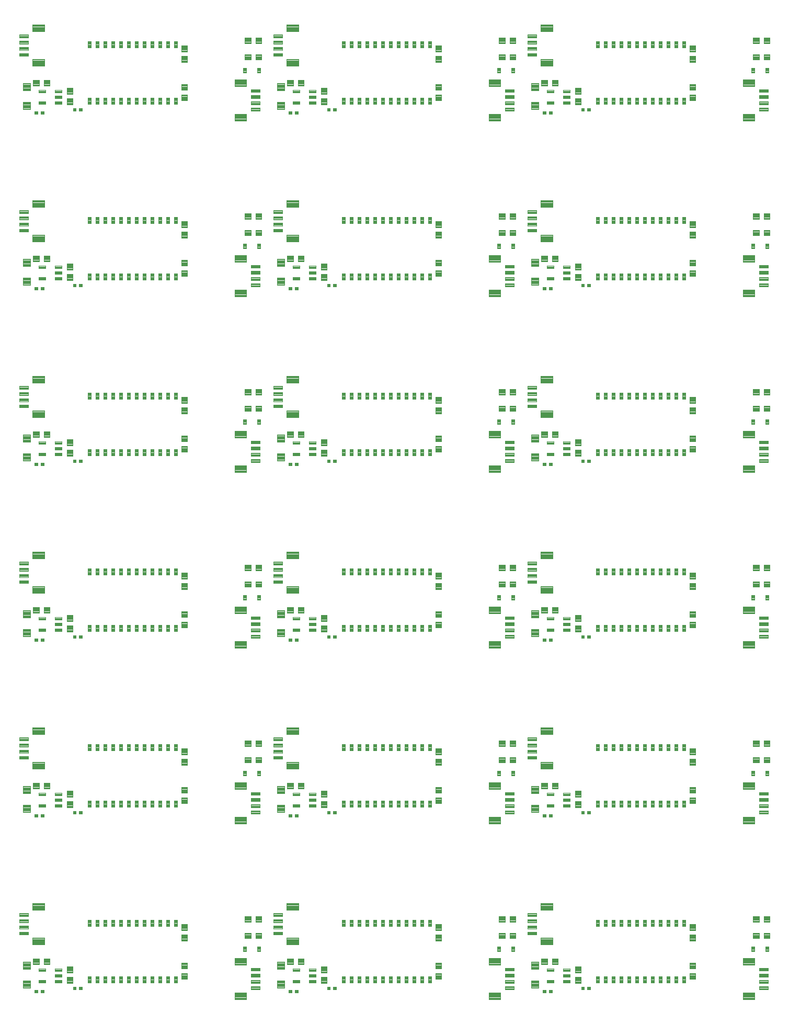
<source format=gtp>
G04 EAGLE Gerber RS-274X export*
G75*
%MOMM*%
%FSLAX34Y34*%
%LPD*%
%INSolderpaste Top*%
%IPPOS*%
%AMOC8*
5,1,8,0,0,1.08239X$1,22.5*%
G01*
%ADD10C,0.100000*%
%ADD11C,0.102000*%
%ADD12C,0.100800*%
%ADD13C,0.096000*%
%ADD14C,0.099059*%
%ADD15C,0.099000*%
%ADD16C,0.104000*%


D10*
X269820Y111450D02*
X269820Y121450D01*
X278820Y121450D01*
X278820Y111450D01*
X269820Y111450D01*
X269820Y112400D02*
X278820Y112400D01*
X278820Y113350D02*
X269820Y113350D01*
X269820Y114300D02*
X278820Y114300D01*
X278820Y115250D02*
X269820Y115250D01*
X269820Y116200D02*
X278820Y116200D01*
X278820Y117150D02*
X269820Y117150D01*
X269820Y118100D02*
X278820Y118100D01*
X278820Y119050D02*
X269820Y119050D01*
X269820Y120000D02*
X278820Y120000D01*
X278820Y120950D02*
X269820Y120950D01*
X269820Y104450D02*
X269820Y94450D01*
X269820Y104450D02*
X278820Y104450D01*
X278820Y94450D01*
X269820Y94450D01*
X269820Y95400D02*
X278820Y95400D01*
X278820Y96350D02*
X269820Y96350D01*
X269820Y97300D02*
X278820Y97300D01*
X278820Y98250D02*
X269820Y98250D01*
X269820Y99200D02*
X278820Y99200D01*
X278820Y100150D02*
X269820Y100150D01*
X269820Y101100D02*
X278820Y101100D01*
X278820Y102050D02*
X269820Y102050D01*
X269820Y103000D02*
X278820Y103000D01*
X278820Y103950D02*
X269820Y103950D01*
D11*
X36860Y72440D02*
X31880Y72440D01*
X31880Y77420D01*
X36860Y77420D01*
X36860Y72440D01*
X36860Y73409D02*
X31880Y73409D01*
X31880Y74378D02*
X36860Y74378D01*
X36860Y75347D02*
X31880Y75347D01*
X31880Y76316D02*
X36860Y76316D01*
X36860Y77285D02*
X31880Y77285D01*
X41880Y72440D02*
X46860Y72440D01*
X41880Y72440D02*
X41880Y77420D01*
X46860Y77420D01*
X46860Y72440D01*
X46860Y73409D02*
X41880Y73409D01*
X41880Y74378D02*
X46860Y74378D01*
X46860Y75347D02*
X41880Y75347D01*
X41880Y76316D02*
X46860Y76316D01*
X46860Y77285D02*
X41880Y77285D01*
X104110Y82500D02*
X109090Y82500D01*
X109090Y77520D01*
X104110Y77520D01*
X104110Y82500D01*
X104110Y78489D02*
X109090Y78489D01*
X109090Y79458D02*
X104110Y79458D01*
X104110Y80427D02*
X109090Y80427D01*
X109090Y81396D02*
X104110Y81396D01*
X104110Y82365D02*
X109090Y82365D01*
X99090Y82500D02*
X94110Y82500D01*
X99090Y82500D02*
X99090Y77520D01*
X94110Y77520D01*
X94110Y82500D01*
X94110Y78489D02*
X99090Y78489D01*
X99090Y79458D02*
X94110Y79458D01*
X94110Y80427D02*
X99090Y80427D01*
X99090Y81396D02*
X94110Y81396D01*
X94110Y82365D02*
X99090Y82365D01*
D10*
X372580Y160600D02*
X382580Y160600D01*
X372580Y160600D02*
X372580Y169600D01*
X382580Y169600D01*
X382580Y160600D01*
X382580Y161550D02*
X372580Y161550D01*
X372580Y162500D02*
X382580Y162500D01*
X382580Y163450D02*
X372580Y163450D01*
X372580Y164400D02*
X382580Y164400D01*
X382580Y165350D02*
X372580Y165350D01*
X372580Y166300D02*
X382580Y166300D01*
X382580Y167250D02*
X372580Y167250D01*
X372580Y168200D02*
X382580Y168200D01*
X382580Y169150D02*
X372580Y169150D01*
X389580Y160600D02*
X399580Y160600D01*
X389580Y160600D02*
X389580Y169600D01*
X399580Y169600D01*
X399580Y160600D01*
X399580Y161550D02*
X389580Y161550D01*
X389580Y162500D02*
X399580Y162500D01*
X399580Y163450D02*
X389580Y163450D01*
X389580Y164400D02*
X399580Y164400D01*
X399580Y165350D02*
X389580Y165350D01*
X389580Y166300D02*
X399580Y166300D01*
X399580Y167250D02*
X389580Y167250D01*
X389580Y168200D02*
X399580Y168200D01*
X399580Y169150D02*
X389580Y169150D01*
X382580Y187270D02*
X372580Y187270D01*
X372580Y196270D01*
X382580Y196270D01*
X382580Y187270D01*
X382580Y188220D02*
X372580Y188220D01*
X372580Y189170D02*
X382580Y189170D01*
X382580Y190120D02*
X372580Y190120D01*
X372580Y191070D02*
X382580Y191070D01*
X382580Y192020D02*
X372580Y192020D01*
X372580Y192970D02*
X382580Y192970D01*
X382580Y193920D02*
X372580Y193920D01*
X372580Y194870D02*
X382580Y194870D01*
X382580Y195820D02*
X372580Y195820D01*
X389580Y187270D02*
X399580Y187270D01*
X389580Y187270D02*
X389580Y196270D01*
X399580Y196270D01*
X399580Y187270D01*
X399580Y188220D02*
X389580Y188220D01*
X389580Y189170D02*
X399580Y189170D01*
X399580Y190120D02*
X389580Y190120D01*
X389580Y191070D02*
X399580Y191070D01*
X399580Y192020D02*
X389580Y192020D01*
X389580Y192970D02*
X399580Y192970D01*
X399580Y193920D02*
X389580Y193920D01*
X389580Y194870D02*
X399580Y194870D01*
X399580Y195820D02*
X389580Y195820D01*
D12*
X392394Y147156D02*
X397686Y147156D01*
X397686Y139864D01*
X392394Y139864D01*
X392394Y147156D01*
X392394Y140822D02*
X397686Y140822D01*
X397686Y141780D02*
X392394Y141780D01*
X392394Y142738D02*
X397686Y142738D01*
X397686Y143696D02*
X392394Y143696D01*
X392394Y144654D02*
X397686Y144654D01*
X397686Y145612D02*
X392394Y145612D01*
X392394Y146570D02*
X397686Y146570D01*
X374686Y147156D02*
X369394Y147156D01*
X374686Y147156D02*
X374686Y139864D01*
X369394Y139864D01*
X369394Y147156D01*
X369394Y140822D02*
X374686Y140822D01*
X374686Y141780D02*
X369394Y141780D01*
X369394Y142738D02*
X374686Y142738D01*
X374686Y143696D02*
X369394Y143696D01*
X369394Y144654D02*
X374686Y144654D01*
X374686Y145612D02*
X369394Y145612D01*
X369394Y146570D02*
X374686Y146570D01*
D11*
X6860Y196440D02*
X6860Y201420D01*
X21340Y201420D01*
X21340Y196440D01*
X6860Y196440D01*
X6860Y197409D02*
X21340Y197409D01*
X21340Y198378D02*
X6860Y198378D01*
X6860Y199347D02*
X21340Y199347D01*
X21340Y200316D02*
X6860Y200316D01*
X6860Y201285D02*
X21340Y201285D01*
X6860Y191420D02*
X6860Y186440D01*
X6860Y191420D02*
X21340Y191420D01*
X21340Y186440D01*
X6860Y186440D01*
X6860Y187409D02*
X21340Y187409D01*
X21340Y188378D02*
X6860Y188378D01*
X6860Y189347D02*
X21340Y189347D01*
X21340Y190316D02*
X6860Y190316D01*
X6860Y191285D02*
X21340Y191285D01*
X6860Y181420D02*
X6860Y176440D01*
X6860Y181420D02*
X21340Y181420D01*
X21340Y176440D01*
X6860Y176440D01*
X6860Y177409D02*
X21340Y177409D01*
X21340Y178378D02*
X6860Y178378D01*
X6860Y179347D02*
X21340Y179347D01*
X21340Y180316D02*
X6860Y180316D01*
X6860Y181285D02*
X21340Y181285D01*
X6860Y171420D02*
X6860Y166440D01*
X6860Y171420D02*
X21340Y171420D01*
X21340Y166440D01*
X6860Y166440D01*
X6860Y167409D02*
X21340Y167409D01*
X21340Y168378D02*
X6860Y168378D01*
X6860Y169347D02*
X21340Y169347D01*
X21340Y170316D02*
X6860Y170316D01*
X6860Y171285D02*
X21340Y171285D01*
D13*
X28830Y206410D02*
X28830Y217450D01*
X47870Y217450D01*
X47870Y206410D01*
X28830Y206410D01*
X28830Y207322D02*
X47870Y207322D01*
X47870Y208234D02*
X28830Y208234D01*
X28830Y209146D02*
X47870Y209146D01*
X47870Y210058D02*
X28830Y210058D01*
X28830Y210970D02*
X47870Y210970D01*
X47870Y211882D02*
X28830Y211882D01*
X28830Y212794D02*
X47870Y212794D01*
X47870Y213706D02*
X28830Y213706D01*
X28830Y214618D02*
X47870Y214618D01*
X47870Y215530D02*
X28830Y215530D01*
X28830Y216442D02*
X47870Y216442D01*
X47870Y217354D02*
X28830Y217354D01*
X28830Y161450D02*
X28830Y150410D01*
X28830Y161450D02*
X47870Y161450D01*
X47870Y150410D01*
X28830Y150410D01*
X28830Y151322D02*
X47870Y151322D01*
X47870Y152234D02*
X28830Y152234D01*
X28830Y153146D02*
X47870Y153146D01*
X47870Y154058D02*
X28830Y154058D01*
X28830Y154970D02*
X47870Y154970D01*
X47870Y155882D02*
X28830Y155882D01*
X28830Y156794D02*
X47870Y156794D01*
X47870Y157706D02*
X28830Y157706D01*
X28830Y158618D02*
X47870Y158618D01*
X47870Y159530D02*
X28830Y159530D01*
X28830Y160442D02*
X47870Y160442D01*
X47870Y161354D02*
X28830Y161354D01*
D11*
X397000Y82960D02*
X397000Y77980D01*
X382520Y77980D01*
X382520Y82960D01*
X397000Y82960D01*
X397000Y78949D02*
X382520Y78949D01*
X382520Y79918D02*
X397000Y79918D01*
X397000Y80887D02*
X382520Y80887D01*
X382520Y81856D02*
X397000Y81856D01*
X397000Y82825D02*
X382520Y82825D01*
X397000Y87980D02*
X397000Y92960D01*
X397000Y87980D02*
X382520Y87980D01*
X382520Y92960D01*
X397000Y92960D01*
X397000Y88949D02*
X382520Y88949D01*
X382520Y89918D02*
X397000Y89918D01*
X397000Y90887D02*
X382520Y90887D01*
X382520Y91856D02*
X397000Y91856D01*
X397000Y92825D02*
X382520Y92825D01*
X397000Y97980D02*
X397000Y102960D01*
X397000Y97980D02*
X382520Y97980D01*
X382520Y102960D01*
X397000Y102960D01*
X397000Y98949D02*
X382520Y98949D01*
X382520Y99918D02*
X397000Y99918D01*
X397000Y100887D02*
X382520Y100887D01*
X382520Y101856D02*
X397000Y101856D01*
X397000Y102825D02*
X382520Y102825D01*
X397000Y107980D02*
X397000Y112960D01*
X397000Y107980D02*
X382520Y107980D01*
X382520Y112960D01*
X397000Y112960D01*
X397000Y108949D02*
X382520Y108949D01*
X382520Y109918D02*
X397000Y109918D01*
X397000Y110887D02*
X382520Y110887D01*
X382520Y111856D02*
X397000Y111856D01*
X397000Y112825D02*
X382520Y112825D01*
D13*
X375030Y72990D02*
X375030Y61950D01*
X355990Y61950D01*
X355990Y72990D01*
X375030Y72990D01*
X375030Y62862D02*
X355990Y62862D01*
X355990Y63774D02*
X375030Y63774D01*
X375030Y64686D02*
X355990Y64686D01*
X355990Y65598D02*
X375030Y65598D01*
X375030Y66510D02*
X355990Y66510D01*
X355990Y67422D02*
X375030Y67422D01*
X375030Y68334D02*
X355990Y68334D01*
X355990Y69246D02*
X375030Y69246D01*
X375030Y70158D02*
X355990Y70158D01*
X355990Y71070D02*
X375030Y71070D01*
X375030Y71982D02*
X355990Y71982D01*
X355990Y72894D02*
X375030Y72894D01*
X375030Y117950D02*
X375030Y128990D01*
X375030Y117950D02*
X355990Y117950D01*
X355990Y128990D01*
X375030Y128990D01*
X375030Y118862D02*
X355990Y118862D01*
X355990Y119774D02*
X375030Y119774D01*
X375030Y120686D02*
X355990Y120686D01*
X355990Y121598D02*
X375030Y121598D01*
X375030Y122510D02*
X355990Y122510D01*
X355990Y123422D02*
X375030Y123422D01*
X375030Y124334D02*
X355990Y124334D01*
X355990Y125246D02*
X375030Y125246D01*
X375030Y126158D02*
X355990Y126158D01*
X355990Y127070D02*
X375030Y127070D01*
X375030Y127982D02*
X355990Y127982D01*
X355990Y128894D02*
X375030Y128894D01*
D14*
X199657Y190640D02*
X194043Y190640D01*
X199657Y190640D02*
X199657Y180200D01*
X194043Y180200D01*
X194043Y190640D01*
X194043Y181141D02*
X199657Y181141D01*
X199657Y182082D02*
X194043Y182082D01*
X194043Y183023D02*
X199657Y183023D01*
X199657Y183964D02*
X194043Y183964D01*
X194043Y184905D02*
X199657Y184905D01*
X199657Y185846D02*
X194043Y185846D01*
X194043Y186787D02*
X199657Y186787D01*
X199657Y187728D02*
X194043Y187728D01*
X194043Y188669D02*
X199657Y188669D01*
X199657Y189610D02*
X194043Y189610D01*
X194043Y190551D02*
X199657Y190551D01*
X186957Y190640D02*
X181343Y190640D01*
X186957Y190640D02*
X186957Y180200D01*
X181343Y180200D01*
X181343Y190640D01*
X181343Y181141D02*
X186957Y181141D01*
X186957Y182082D02*
X181343Y182082D01*
X181343Y183023D02*
X186957Y183023D01*
X186957Y183964D02*
X181343Y183964D01*
X181343Y184905D02*
X186957Y184905D01*
X186957Y185846D02*
X181343Y185846D01*
X181343Y186787D02*
X186957Y186787D01*
X186957Y187728D02*
X181343Y187728D01*
X181343Y188669D02*
X186957Y188669D01*
X186957Y189610D02*
X181343Y189610D01*
X181343Y190551D02*
X186957Y190551D01*
X194043Y99200D02*
X199657Y99200D01*
X199657Y88760D01*
X194043Y88760D01*
X194043Y99200D01*
X194043Y89701D02*
X199657Y89701D01*
X199657Y90642D02*
X194043Y90642D01*
X194043Y91583D02*
X199657Y91583D01*
X199657Y92524D02*
X194043Y92524D01*
X194043Y93465D02*
X199657Y93465D01*
X199657Y94406D02*
X194043Y94406D01*
X194043Y95347D02*
X199657Y95347D01*
X199657Y96288D02*
X194043Y96288D01*
X194043Y97229D02*
X199657Y97229D01*
X199657Y98170D02*
X194043Y98170D01*
X194043Y99111D02*
X199657Y99111D01*
X186957Y99200D02*
X181343Y99200D01*
X186957Y99200D02*
X186957Y88760D01*
X181343Y88760D01*
X181343Y99200D01*
X181343Y89701D02*
X186957Y89701D01*
X186957Y90642D02*
X181343Y90642D01*
X181343Y91583D02*
X186957Y91583D01*
X186957Y92524D02*
X181343Y92524D01*
X181343Y93465D02*
X186957Y93465D01*
X186957Y94406D02*
X181343Y94406D01*
X181343Y95347D02*
X186957Y95347D01*
X186957Y96288D02*
X181343Y96288D01*
X181343Y97229D02*
X186957Y97229D01*
X186957Y98170D02*
X181343Y98170D01*
X181343Y99111D02*
X186957Y99111D01*
X174257Y190640D02*
X168643Y190640D01*
X174257Y190640D02*
X174257Y180200D01*
X168643Y180200D01*
X168643Y190640D01*
X168643Y181141D02*
X174257Y181141D01*
X174257Y182082D02*
X168643Y182082D01*
X168643Y183023D02*
X174257Y183023D01*
X174257Y183964D02*
X168643Y183964D01*
X168643Y184905D02*
X174257Y184905D01*
X174257Y185846D02*
X168643Y185846D01*
X168643Y186787D02*
X174257Y186787D01*
X174257Y187728D02*
X168643Y187728D01*
X168643Y188669D02*
X174257Y188669D01*
X174257Y189610D02*
X168643Y189610D01*
X168643Y190551D02*
X174257Y190551D01*
X161557Y190640D02*
X155943Y190640D01*
X161557Y190640D02*
X161557Y180200D01*
X155943Y180200D01*
X155943Y190640D01*
X155943Y181141D02*
X161557Y181141D01*
X161557Y182082D02*
X155943Y182082D01*
X155943Y183023D02*
X161557Y183023D01*
X161557Y183964D02*
X155943Y183964D01*
X155943Y184905D02*
X161557Y184905D01*
X161557Y185846D02*
X155943Y185846D01*
X155943Y186787D02*
X161557Y186787D01*
X161557Y187728D02*
X155943Y187728D01*
X155943Y188669D02*
X161557Y188669D01*
X161557Y189610D02*
X155943Y189610D01*
X155943Y190551D02*
X161557Y190551D01*
X148857Y190640D02*
X143243Y190640D01*
X148857Y190640D02*
X148857Y180200D01*
X143243Y180200D01*
X143243Y190640D01*
X143243Y181141D02*
X148857Y181141D01*
X148857Y182082D02*
X143243Y182082D01*
X143243Y183023D02*
X148857Y183023D01*
X148857Y183964D02*
X143243Y183964D01*
X143243Y184905D02*
X148857Y184905D01*
X148857Y185846D02*
X143243Y185846D01*
X143243Y186787D02*
X148857Y186787D01*
X148857Y187728D02*
X143243Y187728D01*
X143243Y188669D02*
X148857Y188669D01*
X148857Y189610D02*
X143243Y189610D01*
X143243Y190551D02*
X148857Y190551D01*
X136157Y190640D02*
X130543Y190640D01*
X136157Y190640D02*
X136157Y180200D01*
X130543Y180200D01*
X130543Y190640D01*
X130543Y181141D02*
X136157Y181141D01*
X136157Y182082D02*
X130543Y182082D01*
X130543Y183023D02*
X136157Y183023D01*
X136157Y183964D02*
X130543Y183964D01*
X130543Y184905D02*
X136157Y184905D01*
X136157Y185846D02*
X130543Y185846D01*
X130543Y186787D02*
X136157Y186787D01*
X136157Y187728D02*
X130543Y187728D01*
X130543Y188669D02*
X136157Y188669D01*
X136157Y189610D02*
X130543Y189610D01*
X130543Y190551D02*
X136157Y190551D01*
X123457Y190640D02*
X117843Y190640D01*
X123457Y190640D02*
X123457Y180200D01*
X117843Y180200D01*
X117843Y190640D01*
X117843Y181141D02*
X123457Y181141D01*
X123457Y182082D02*
X117843Y182082D01*
X117843Y183023D02*
X123457Y183023D01*
X123457Y183964D02*
X117843Y183964D01*
X117843Y184905D02*
X123457Y184905D01*
X123457Y185846D02*
X117843Y185846D01*
X117843Y186787D02*
X123457Y186787D01*
X123457Y187728D02*
X117843Y187728D01*
X117843Y188669D02*
X123457Y188669D01*
X123457Y189610D02*
X117843Y189610D01*
X117843Y190551D02*
X123457Y190551D01*
X257543Y190640D02*
X263157Y190640D01*
X263157Y180200D01*
X257543Y180200D01*
X257543Y190640D01*
X257543Y181141D02*
X263157Y181141D01*
X263157Y182082D02*
X257543Y182082D01*
X257543Y183023D02*
X263157Y183023D01*
X263157Y183964D02*
X257543Y183964D01*
X257543Y184905D02*
X263157Y184905D01*
X263157Y185846D02*
X257543Y185846D01*
X257543Y186787D02*
X263157Y186787D01*
X263157Y187728D02*
X257543Y187728D01*
X257543Y188669D02*
X263157Y188669D01*
X263157Y189610D02*
X257543Y189610D01*
X257543Y190551D02*
X263157Y190551D01*
X250457Y190640D02*
X244843Y190640D01*
X250457Y190640D02*
X250457Y180200D01*
X244843Y180200D01*
X244843Y190640D01*
X244843Y181141D02*
X250457Y181141D01*
X250457Y182082D02*
X244843Y182082D01*
X244843Y183023D02*
X250457Y183023D01*
X250457Y183964D02*
X244843Y183964D01*
X244843Y184905D02*
X250457Y184905D01*
X250457Y185846D02*
X244843Y185846D01*
X244843Y186787D02*
X250457Y186787D01*
X250457Y187728D02*
X244843Y187728D01*
X244843Y188669D02*
X250457Y188669D01*
X250457Y189610D02*
X244843Y189610D01*
X244843Y190551D02*
X250457Y190551D01*
X237757Y190640D02*
X232143Y190640D01*
X237757Y190640D02*
X237757Y180200D01*
X232143Y180200D01*
X232143Y190640D01*
X232143Y181141D02*
X237757Y181141D01*
X237757Y182082D02*
X232143Y182082D01*
X232143Y183023D02*
X237757Y183023D01*
X237757Y183964D02*
X232143Y183964D01*
X232143Y184905D02*
X237757Y184905D01*
X237757Y185846D02*
X232143Y185846D01*
X232143Y186787D02*
X237757Y186787D01*
X237757Y187728D02*
X232143Y187728D01*
X232143Y188669D02*
X237757Y188669D01*
X237757Y189610D02*
X232143Y189610D01*
X232143Y190551D02*
X237757Y190551D01*
X225057Y190640D02*
X219443Y190640D01*
X225057Y190640D02*
X225057Y180200D01*
X219443Y180200D01*
X219443Y190640D01*
X219443Y181141D02*
X225057Y181141D01*
X225057Y182082D02*
X219443Y182082D01*
X219443Y183023D02*
X225057Y183023D01*
X225057Y183964D02*
X219443Y183964D01*
X219443Y184905D02*
X225057Y184905D01*
X225057Y185846D02*
X219443Y185846D01*
X219443Y186787D02*
X225057Y186787D01*
X225057Y187728D02*
X219443Y187728D01*
X219443Y188669D02*
X225057Y188669D01*
X225057Y189610D02*
X219443Y189610D01*
X219443Y190551D02*
X225057Y190551D01*
X212357Y190640D02*
X206743Y190640D01*
X212357Y190640D02*
X212357Y180200D01*
X206743Y180200D01*
X206743Y190640D01*
X206743Y181141D02*
X212357Y181141D01*
X212357Y182082D02*
X206743Y182082D01*
X206743Y183023D02*
X212357Y183023D01*
X212357Y183964D02*
X206743Y183964D01*
X206743Y184905D02*
X212357Y184905D01*
X212357Y185846D02*
X206743Y185846D01*
X206743Y186787D02*
X212357Y186787D01*
X212357Y187728D02*
X206743Y187728D01*
X206743Y188669D02*
X212357Y188669D01*
X212357Y189610D02*
X206743Y189610D01*
X206743Y190551D02*
X212357Y190551D01*
X212357Y99200D02*
X206743Y99200D01*
X212357Y99200D02*
X212357Y88760D01*
X206743Y88760D01*
X206743Y99200D01*
X206743Y89701D02*
X212357Y89701D01*
X212357Y90642D02*
X206743Y90642D01*
X206743Y91583D02*
X212357Y91583D01*
X212357Y92524D02*
X206743Y92524D01*
X206743Y93465D02*
X212357Y93465D01*
X212357Y94406D02*
X206743Y94406D01*
X206743Y95347D02*
X212357Y95347D01*
X212357Y96288D02*
X206743Y96288D01*
X206743Y97229D02*
X212357Y97229D01*
X212357Y98170D02*
X206743Y98170D01*
X206743Y99111D02*
X212357Y99111D01*
X174257Y99200D02*
X168643Y99200D01*
X174257Y99200D02*
X174257Y88760D01*
X168643Y88760D01*
X168643Y99200D01*
X168643Y89701D02*
X174257Y89701D01*
X174257Y90642D02*
X168643Y90642D01*
X168643Y91583D02*
X174257Y91583D01*
X174257Y92524D02*
X168643Y92524D01*
X168643Y93465D02*
X174257Y93465D01*
X174257Y94406D02*
X168643Y94406D01*
X168643Y95347D02*
X174257Y95347D01*
X174257Y96288D02*
X168643Y96288D01*
X168643Y97229D02*
X174257Y97229D01*
X174257Y98170D02*
X168643Y98170D01*
X168643Y99111D02*
X174257Y99111D01*
X161557Y99200D02*
X155943Y99200D01*
X161557Y99200D02*
X161557Y88760D01*
X155943Y88760D01*
X155943Y99200D01*
X155943Y89701D02*
X161557Y89701D01*
X161557Y90642D02*
X155943Y90642D01*
X155943Y91583D02*
X161557Y91583D01*
X161557Y92524D02*
X155943Y92524D01*
X155943Y93465D02*
X161557Y93465D01*
X161557Y94406D02*
X155943Y94406D01*
X155943Y95347D02*
X161557Y95347D01*
X161557Y96288D02*
X155943Y96288D01*
X155943Y97229D02*
X161557Y97229D01*
X161557Y98170D02*
X155943Y98170D01*
X155943Y99111D02*
X161557Y99111D01*
X219443Y99200D02*
X225057Y99200D01*
X225057Y88760D01*
X219443Y88760D01*
X219443Y99200D01*
X219443Y89701D02*
X225057Y89701D01*
X225057Y90642D02*
X219443Y90642D01*
X219443Y91583D02*
X225057Y91583D01*
X225057Y92524D02*
X219443Y92524D01*
X219443Y93465D02*
X225057Y93465D01*
X225057Y94406D02*
X219443Y94406D01*
X219443Y95347D02*
X225057Y95347D01*
X225057Y96288D02*
X219443Y96288D01*
X219443Y97229D02*
X225057Y97229D01*
X225057Y98170D02*
X219443Y98170D01*
X219443Y99111D02*
X225057Y99111D01*
X148857Y99200D02*
X143243Y99200D01*
X148857Y99200D02*
X148857Y88760D01*
X143243Y88760D01*
X143243Y99200D01*
X143243Y89701D02*
X148857Y89701D01*
X148857Y90642D02*
X143243Y90642D01*
X143243Y91583D02*
X148857Y91583D01*
X148857Y92524D02*
X143243Y92524D01*
X143243Y93465D02*
X148857Y93465D01*
X148857Y94406D02*
X143243Y94406D01*
X143243Y95347D02*
X148857Y95347D01*
X148857Y96288D02*
X143243Y96288D01*
X143243Y97229D02*
X148857Y97229D01*
X148857Y98170D02*
X143243Y98170D01*
X143243Y99111D02*
X148857Y99111D01*
X232143Y99200D02*
X237757Y99200D01*
X237757Y88760D01*
X232143Y88760D01*
X232143Y99200D01*
X232143Y89701D02*
X237757Y89701D01*
X237757Y90642D02*
X232143Y90642D01*
X232143Y91583D02*
X237757Y91583D01*
X237757Y92524D02*
X232143Y92524D01*
X232143Y93465D02*
X237757Y93465D01*
X237757Y94406D02*
X232143Y94406D01*
X232143Y95347D02*
X237757Y95347D01*
X237757Y96288D02*
X232143Y96288D01*
X232143Y97229D02*
X237757Y97229D01*
X237757Y98170D02*
X232143Y98170D01*
X232143Y99111D02*
X237757Y99111D01*
X244843Y99200D02*
X250457Y99200D01*
X250457Y88760D01*
X244843Y88760D01*
X244843Y99200D01*
X244843Y89701D02*
X250457Y89701D01*
X250457Y90642D02*
X244843Y90642D01*
X244843Y91583D02*
X250457Y91583D01*
X250457Y92524D02*
X244843Y92524D01*
X244843Y93465D02*
X250457Y93465D01*
X250457Y94406D02*
X244843Y94406D01*
X244843Y95347D02*
X250457Y95347D01*
X250457Y96288D02*
X244843Y96288D01*
X244843Y97229D02*
X250457Y97229D01*
X250457Y98170D02*
X244843Y98170D01*
X244843Y99111D02*
X250457Y99111D01*
X136157Y99200D02*
X130543Y99200D01*
X136157Y99200D02*
X136157Y88760D01*
X130543Y88760D01*
X130543Y99200D01*
X130543Y89701D02*
X136157Y89701D01*
X136157Y90642D02*
X130543Y90642D01*
X130543Y91583D02*
X136157Y91583D01*
X136157Y92524D02*
X130543Y92524D01*
X130543Y93465D02*
X136157Y93465D01*
X136157Y94406D02*
X130543Y94406D01*
X130543Y95347D02*
X136157Y95347D01*
X136157Y96288D02*
X130543Y96288D01*
X130543Y97229D02*
X136157Y97229D01*
X136157Y98170D02*
X130543Y98170D01*
X130543Y99111D02*
X136157Y99111D01*
X123457Y99200D02*
X117843Y99200D01*
X123457Y99200D02*
X123457Y88760D01*
X117843Y88760D01*
X117843Y99200D01*
X117843Y89701D02*
X123457Y89701D01*
X123457Y90642D02*
X117843Y90642D01*
X117843Y91583D02*
X123457Y91583D01*
X123457Y92524D02*
X117843Y92524D01*
X117843Y93465D02*
X123457Y93465D01*
X123457Y94406D02*
X117843Y94406D01*
X117843Y95347D02*
X123457Y95347D01*
X123457Y96288D02*
X117843Y96288D01*
X117843Y97229D02*
X123457Y97229D01*
X123457Y98170D02*
X117843Y98170D01*
X117843Y99111D02*
X123457Y99111D01*
X257543Y99200D02*
X263157Y99200D01*
X263157Y88760D01*
X257543Y88760D01*
X257543Y99200D01*
X257543Y89701D02*
X263157Y89701D01*
X263157Y90642D02*
X257543Y90642D01*
X257543Y91583D02*
X263157Y91583D01*
X263157Y92524D02*
X257543Y92524D01*
X257543Y93465D02*
X263157Y93465D01*
X263157Y94406D02*
X257543Y94406D01*
X257543Y95347D02*
X263157Y95347D01*
X263157Y96288D02*
X257543Y96288D01*
X257543Y97229D02*
X263157Y97229D01*
X263157Y98170D02*
X257543Y98170D01*
X257543Y99111D02*
X263157Y99111D01*
D10*
X278820Y156680D02*
X278820Y166680D01*
X278820Y156680D02*
X269820Y156680D01*
X269820Y166680D01*
X278820Y166680D01*
X278820Y157630D02*
X269820Y157630D01*
X269820Y158580D02*
X278820Y158580D01*
X278820Y159530D02*
X269820Y159530D01*
X269820Y160480D02*
X278820Y160480D01*
X278820Y161430D02*
X269820Y161430D01*
X269820Y162380D02*
X278820Y162380D01*
X278820Y163330D02*
X269820Y163330D01*
X269820Y164280D02*
X278820Y164280D01*
X278820Y165230D02*
X269820Y165230D01*
X269820Y166180D02*
X278820Y166180D01*
X278820Y173680D02*
X278820Y183680D01*
X278820Y173680D02*
X269820Y173680D01*
X269820Y183680D01*
X278820Y183680D01*
X278820Y174630D02*
X269820Y174630D01*
X269820Y175580D02*
X278820Y175580D01*
X278820Y176530D02*
X269820Y176530D01*
X269820Y177480D02*
X278820Y177480D01*
X278820Y178430D02*
X269820Y178430D01*
X269820Y179380D02*
X278820Y179380D01*
X278820Y180330D02*
X269820Y180330D01*
X269820Y181280D02*
X278820Y181280D01*
X278820Y182230D02*
X269820Y182230D01*
X269820Y183180D02*
X278820Y183180D01*
D15*
X75656Y93085D02*
X75656Y88575D01*
X64646Y88575D01*
X64646Y93085D01*
X75656Y93085D01*
X75656Y89515D02*
X64646Y89515D01*
X64646Y90455D02*
X75656Y90455D01*
X75656Y91395D02*
X64646Y91395D01*
X64646Y92335D02*
X75656Y92335D01*
X75656Y98075D02*
X75656Y102585D01*
X75656Y98075D02*
X64646Y98075D01*
X64646Y102585D01*
X75656Y102585D01*
X75656Y99015D02*
X64646Y99015D01*
X64646Y99955D02*
X75656Y99955D01*
X75656Y100895D02*
X64646Y100895D01*
X64646Y101835D02*
X75656Y101835D01*
X75656Y107575D02*
X75656Y112085D01*
X75656Y107575D02*
X64646Y107575D01*
X64646Y112085D01*
X75656Y112085D01*
X75656Y108515D02*
X64646Y108515D01*
X64646Y109455D02*
X75656Y109455D01*
X75656Y110395D02*
X64646Y110395D01*
X64646Y111335D02*
X75656Y111335D01*
X49654Y112085D02*
X49654Y107575D01*
X38644Y107575D01*
X38644Y112085D01*
X49654Y112085D01*
X49654Y108515D02*
X38644Y108515D01*
X38644Y109455D02*
X49654Y109455D01*
X49654Y110395D02*
X38644Y110395D01*
X38644Y111335D02*
X49654Y111335D01*
X49654Y93085D02*
X49654Y88575D01*
X38644Y88575D01*
X38644Y93085D01*
X49654Y93085D01*
X49654Y89515D02*
X38644Y89515D01*
X38644Y90455D02*
X49654Y90455D01*
X49654Y91395D02*
X38644Y91395D01*
X38644Y92335D02*
X49654Y92335D01*
D10*
X84400Y105100D02*
X84400Y115100D01*
X93400Y115100D01*
X93400Y105100D01*
X84400Y105100D01*
X84400Y106050D02*
X93400Y106050D01*
X93400Y107000D02*
X84400Y107000D01*
X84400Y107950D02*
X93400Y107950D01*
X93400Y108900D02*
X84400Y108900D01*
X84400Y109850D02*
X93400Y109850D01*
X93400Y110800D02*
X84400Y110800D01*
X84400Y111750D02*
X93400Y111750D01*
X93400Y112700D02*
X84400Y112700D01*
X84400Y113650D02*
X93400Y113650D01*
X93400Y114600D02*
X84400Y114600D01*
X84400Y98100D02*
X84400Y88100D01*
X84400Y98100D02*
X93400Y98100D01*
X93400Y88100D01*
X84400Y88100D01*
X84400Y89050D02*
X93400Y89050D01*
X93400Y90000D02*
X84400Y90000D01*
X84400Y90950D02*
X93400Y90950D01*
X93400Y91900D02*
X84400Y91900D01*
X84400Y92850D02*
X93400Y92850D01*
X93400Y93800D02*
X84400Y93800D01*
X84400Y94750D02*
X93400Y94750D01*
X93400Y95700D02*
X84400Y95700D01*
X84400Y96650D02*
X93400Y96650D01*
X93400Y97600D02*
X84400Y97600D01*
X39680Y118690D02*
X29680Y118690D01*
X29680Y127690D01*
X39680Y127690D01*
X39680Y118690D01*
X39680Y119640D02*
X29680Y119640D01*
X29680Y120590D02*
X39680Y120590D01*
X39680Y121540D02*
X29680Y121540D01*
X29680Y122490D02*
X39680Y122490D01*
X39680Y123440D02*
X29680Y123440D01*
X29680Y124390D02*
X39680Y124390D01*
X39680Y125340D02*
X29680Y125340D01*
X29680Y126290D02*
X39680Y126290D01*
X39680Y127240D02*
X29680Y127240D01*
X46680Y118690D02*
X56680Y118690D01*
X46680Y118690D02*
X46680Y127690D01*
X56680Y127690D01*
X56680Y118690D01*
X56680Y119640D02*
X46680Y119640D01*
X46680Y120590D02*
X56680Y120590D01*
X56680Y121540D02*
X46680Y121540D01*
X46680Y122490D02*
X56680Y122490D01*
X56680Y123440D02*
X46680Y123440D01*
X46680Y124390D02*
X56680Y124390D01*
X56680Y125340D02*
X46680Y125340D01*
X46680Y126290D02*
X56680Y126290D01*
X56680Y127240D02*
X46680Y127240D01*
D16*
X25030Y92580D02*
X13070Y92580D01*
X25030Y92580D02*
X25030Y80620D01*
X13070Y80620D01*
X13070Y92580D01*
X13070Y81608D02*
X25030Y81608D01*
X25030Y82596D02*
X13070Y82596D01*
X13070Y83584D02*
X25030Y83584D01*
X25030Y84572D02*
X13070Y84572D01*
X13070Y85560D02*
X25030Y85560D01*
X25030Y86548D02*
X13070Y86548D01*
X13070Y87536D02*
X25030Y87536D01*
X25030Y88524D02*
X13070Y88524D01*
X13070Y89512D02*
X25030Y89512D01*
X25030Y90500D02*
X13070Y90500D01*
X13070Y91488D02*
X25030Y91488D01*
X25030Y92476D02*
X13070Y92476D01*
X13070Y122580D02*
X25030Y122580D01*
X25030Y110620D01*
X13070Y110620D01*
X13070Y122580D01*
X13070Y111608D02*
X25030Y111608D01*
X25030Y112596D02*
X13070Y112596D01*
X13070Y113584D02*
X25030Y113584D01*
X25030Y114572D02*
X13070Y114572D01*
X13070Y115560D02*
X25030Y115560D01*
X25030Y116548D02*
X13070Y116548D01*
X13070Y117536D02*
X25030Y117536D01*
X25030Y118524D02*
X13070Y118524D01*
X13070Y119512D02*
X25030Y119512D01*
X25030Y120500D02*
X13070Y120500D01*
X13070Y121488D02*
X25030Y121488D01*
X25030Y122476D02*
X13070Y122476D01*
D10*
X681300Y121450D02*
X681300Y111450D01*
X681300Y121450D02*
X690300Y121450D01*
X690300Y111450D01*
X681300Y111450D01*
X681300Y112400D02*
X690300Y112400D01*
X690300Y113350D02*
X681300Y113350D01*
X681300Y114300D02*
X690300Y114300D01*
X690300Y115250D02*
X681300Y115250D01*
X681300Y116200D02*
X690300Y116200D01*
X690300Y117150D02*
X681300Y117150D01*
X681300Y118100D02*
X690300Y118100D01*
X690300Y119050D02*
X681300Y119050D01*
X681300Y120000D02*
X690300Y120000D01*
X690300Y120950D02*
X681300Y120950D01*
X681300Y104450D02*
X681300Y94450D01*
X681300Y104450D02*
X690300Y104450D01*
X690300Y94450D01*
X681300Y94450D01*
X681300Y95400D02*
X690300Y95400D01*
X690300Y96350D02*
X681300Y96350D01*
X681300Y97300D02*
X690300Y97300D01*
X690300Y98250D02*
X681300Y98250D01*
X681300Y99200D02*
X690300Y99200D01*
X690300Y100150D02*
X681300Y100150D01*
X681300Y101100D02*
X690300Y101100D01*
X690300Y102050D02*
X681300Y102050D01*
X681300Y103000D02*
X690300Y103000D01*
X690300Y103950D02*
X681300Y103950D01*
D11*
X448340Y72440D02*
X443360Y72440D01*
X443360Y77420D01*
X448340Y77420D01*
X448340Y72440D01*
X448340Y73409D02*
X443360Y73409D01*
X443360Y74378D02*
X448340Y74378D01*
X448340Y75347D02*
X443360Y75347D01*
X443360Y76316D02*
X448340Y76316D01*
X448340Y77285D02*
X443360Y77285D01*
X453360Y72440D02*
X458340Y72440D01*
X453360Y72440D02*
X453360Y77420D01*
X458340Y77420D01*
X458340Y72440D01*
X458340Y73409D02*
X453360Y73409D01*
X453360Y74378D02*
X458340Y74378D01*
X458340Y75347D02*
X453360Y75347D01*
X453360Y76316D02*
X458340Y76316D01*
X458340Y77285D02*
X453360Y77285D01*
X515590Y82500D02*
X520570Y82500D01*
X520570Y77520D01*
X515590Y77520D01*
X515590Y82500D01*
X515590Y78489D02*
X520570Y78489D01*
X520570Y79458D02*
X515590Y79458D01*
X515590Y80427D02*
X520570Y80427D01*
X520570Y81396D02*
X515590Y81396D01*
X515590Y82365D02*
X520570Y82365D01*
X510570Y82500D02*
X505590Y82500D01*
X510570Y82500D02*
X510570Y77520D01*
X505590Y77520D01*
X505590Y82500D01*
X505590Y78489D02*
X510570Y78489D01*
X510570Y79458D02*
X505590Y79458D01*
X505590Y80427D02*
X510570Y80427D01*
X510570Y81396D02*
X505590Y81396D01*
X505590Y82365D02*
X510570Y82365D01*
D10*
X784060Y160600D02*
X794060Y160600D01*
X784060Y160600D02*
X784060Y169600D01*
X794060Y169600D01*
X794060Y160600D01*
X794060Y161550D02*
X784060Y161550D01*
X784060Y162500D02*
X794060Y162500D01*
X794060Y163450D02*
X784060Y163450D01*
X784060Y164400D02*
X794060Y164400D01*
X794060Y165350D02*
X784060Y165350D01*
X784060Y166300D02*
X794060Y166300D01*
X794060Y167250D02*
X784060Y167250D01*
X784060Y168200D02*
X794060Y168200D01*
X794060Y169150D02*
X784060Y169150D01*
X801060Y160600D02*
X811060Y160600D01*
X801060Y160600D02*
X801060Y169600D01*
X811060Y169600D01*
X811060Y160600D01*
X811060Y161550D02*
X801060Y161550D01*
X801060Y162500D02*
X811060Y162500D01*
X811060Y163450D02*
X801060Y163450D01*
X801060Y164400D02*
X811060Y164400D01*
X811060Y165350D02*
X801060Y165350D01*
X801060Y166300D02*
X811060Y166300D01*
X811060Y167250D02*
X801060Y167250D01*
X801060Y168200D02*
X811060Y168200D01*
X811060Y169150D02*
X801060Y169150D01*
X794060Y187270D02*
X784060Y187270D01*
X784060Y196270D01*
X794060Y196270D01*
X794060Y187270D01*
X794060Y188220D02*
X784060Y188220D01*
X784060Y189170D02*
X794060Y189170D01*
X794060Y190120D02*
X784060Y190120D01*
X784060Y191070D02*
X794060Y191070D01*
X794060Y192020D02*
X784060Y192020D01*
X784060Y192970D02*
X794060Y192970D01*
X794060Y193920D02*
X784060Y193920D01*
X784060Y194870D02*
X794060Y194870D01*
X794060Y195820D02*
X784060Y195820D01*
X801060Y187270D02*
X811060Y187270D01*
X801060Y187270D02*
X801060Y196270D01*
X811060Y196270D01*
X811060Y187270D01*
X811060Y188220D02*
X801060Y188220D01*
X801060Y189170D02*
X811060Y189170D01*
X811060Y190120D02*
X801060Y190120D01*
X801060Y191070D02*
X811060Y191070D01*
X811060Y192020D02*
X801060Y192020D01*
X801060Y192970D02*
X811060Y192970D01*
X811060Y193920D02*
X801060Y193920D01*
X801060Y194870D02*
X811060Y194870D01*
X811060Y195820D02*
X801060Y195820D01*
D12*
X803874Y147156D02*
X809166Y147156D01*
X809166Y139864D01*
X803874Y139864D01*
X803874Y147156D01*
X803874Y140822D02*
X809166Y140822D01*
X809166Y141780D02*
X803874Y141780D01*
X803874Y142738D02*
X809166Y142738D01*
X809166Y143696D02*
X803874Y143696D01*
X803874Y144654D02*
X809166Y144654D01*
X809166Y145612D02*
X803874Y145612D01*
X803874Y146570D02*
X809166Y146570D01*
X786166Y147156D02*
X780874Y147156D01*
X786166Y147156D02*
X786166Y139864D01*
X780874Y139864D01*
X780874Y147156D01*
X780874Y140822D02*
X786166Y140822D01*
X786166Y141780D02*
X780874Y141780D01*
X780874Y142738D02*
X786166Y142738D01*
X786166Y143696D02*
X780874Y143696D01*
X780874Y144654D02*
X786166Y144654D01*
X786166Y145612D02*
X780874Y145612D01*
X780874Y146570D02*
X786166Y146570D01*
D11*
X418340Y196440D02*
X418340Y201420D01*
X432820Y201420D01*
X432820Y196440D01*
X418340Y196440D01*
X418340Y197409D02*
X432820Y197409D01*
X432820Y198378D02*
X418340Y198378D01*
X418340Y199347D02*
X432820Y199347D01*
X432820Y200316D02*
X418340Y200316D01*
X418340Y201285D02*
X432820Y201285D01*
X418340Y191420D02*
X418340Y186440D01*
X418340Y191420D02*
X432820Y191420D01*
X432820Y186440D01*
X418340Y186440D01*
X418340Y187409D02*
X432820Y187409D01*
X432820Y188378D02*
X418340Y188378D01*
X418340Y189347D02*
X432820Y189347D01*
X432820Y190316D02*
X418340Y190316D01*
X418340Y191285D02*
X432820Y191285D01*
X418340Y181420D02*
X418340Y176440D01*
X418340Y181420D02*
X432820Y181420D01*
X432820Y176440D01*
X418340Y176440D01*
X418340Y177409D02*
X432820Y177409D01*
X432820Y178378D02*
X418340Y178378D01*
X418340Y179347D02*
X432820Y179347D01*
X432820Y180316D02*
X418340Y180316D01*
X418340Y181285D02*
X432820Y181285D01*
X418340Y171420D02*
X418340Y166440D01*
X418340Y171420D02*
X432820Y171420D01*
X432820Y166440D01*
X418340Y166440D01*
X418340Y167409D02*
X432820Y167409D01*
X432820Y168378D02*
X418340Y168378D01*
X418340Y169347D02*
X432820Y169347D01*
X432820Y170316D02*
X418340Y170316D01*
X418340Y171285D02*
X432820Y171285D01*
D13*
X440310Y206410D02*
X440310Y217450D01*
X459350Y217450D01*
X459350Y206410D01*
X440310Y206410D01*
X440310Y207322D02*
X459350Y207322D01*
X459350Y208234D02*
X440310Y208234D01*
X440310Y209146D02*
X459350Y209146D01*
X459350Y210058D02*
X440310Y210058D01*
X440310Y210970D02*
X459350Y210970D01*
X459350Y211882D02*
X440310Y211882D01*
X440310Y212794D02*
X459350Y212794D01*
X459350Y213706D02*
X440310Y213706D01*
X440310Y214618D02*
X459350Y214618D01*
X459350Y215530D02*
X440310Y215530D01*
X440310Y216442D02*
X459350Y216442D01*
X459350Y217354D02*
X440310Y217354D01*
X440310Y161450D02*
X440310Y150410D01*
X440310Y161450D02*
X459350Y161450D01*
X459350Y150410D01*
X440310Y150410D01*
X440310Y151322D02*
X459350Y151322D01*
X459350Y152234D02*
X440310Y152234D01*
X440310Y153146D02*
X459350Y153146D01*
X459350Y154058D02*
X440310Y154058D01*
X440310Y154970D02*
X459350Y154970D01*
X459350Y155882D02*
X440310Y155882D01*
X440310Y156794D02*
X459350Y156794D01*
X459350Y157706D02*
X440310Y157706D01*
X440310Y158618D02*
X459350Y158618D01*
X459350Y159530D02*
X440310Y159530D01*
X440310Y160442D02*
X459350Y160442D01*
X459350Y161354D02*
X440310Y161354D01*
D11*
X808480Y82960D02*
X808480Y77980D01*
X794000Y77980D01*
X794000Y82960D01*
X808480Y82960D01*
X808480Y78949D02*
X794000Y78949D01*
X794000Y79918D02*
X808480Y79918D01*
X808480Y80887D02*
X794000Y80887D01*
X794000Y81856D02*
X808480Y81856D01*
X808480Y82825D02*
X794000Y82825D01*
X808480Y87980D02*
X808480Y92960D01*
X808480Y87980D02*
X794000Y87980D01*
X794000Y92960D01*
X808480Y92960D01*
X808480Y88949D02*
X794000Y88949D01*
X794000Y89918D02*
X808480Y89918D01*
X808480Y90887D02*
X794000Y90887D01*
X794000Y91856D02*
X808480Y91856D01*
X808480Y92825D02*
X794000Y92825D01*
X808480Y97980D02*
X808480Y102960D01*
X808480Y97980D02*
X794000Y97980D01*
X794000Y102960D01*
X808480Y102960D01*
X808480Y98949D02*
X794000Y98949D01*
X794000Y99918D02*
X808480Y99918D01*
X808480Y100887D02*
X794000Y100887D01*
X794000Y101856D02*
X808480Y101856D01*
X808480Y102825D02*
X794000Y102825D01*
X808480Y107980D02*
X808480Y112960D01*
X808480Y107980D02*
X794000Y107980D01*
X794000Y112960D01*
X808480Y112960D01*
X808480Y108949D02*
X794000Y108949D01*
X794000Y109918D02*
X808480Y109918D01*
X808480Y110887D02*
X794000Y110887D01*
X794000Y111856D02*
X808480Y111856D01*
X808480Y112825D02*
X794000Y112825D01*
D13*
X786510Y72990D02*
X786510Y61950D01*
X767470Y61950D01*
X767470Y72990D01*
X786510Y72990D01*
X786510Y62862D02*
X767470Y62862D01*
X767470Y63774D02*
X786510Y63774D01*
X786510Y64686D02*
X767470Y64686D01*
X767470Y65598D02*
X786510Y65598D01*
X786510Y66510D02*
X767470Y66510D01*
X767470Y67422D02*
X786510Y67422D01*
X786510Y68334D02*
X767470Y68334D01*
X767470Y69246D02*
X786510Y69246D01*
X786510Y70158D02*
X767470Y70158D01*
X767470Y71070D02*
X786510Y71070D01*
X786510Y71982D02*
X767470Y71982D01*
X767470Y72894D02*
X786510Y72894D01*
X786510Y117950D02*
X786510Y128990D01*
X786510Y117950D02*
X767470Y117950D01*
X767470Y128990D01*
X786510Y128990D01*
X786510Y118862D02*
X767470Y118862D01*
X767470Y119774D02*
X786510Y119774D01*
X786510Y120686D02*
X767470Y120686D01*
X767470Y121598D02*
X786510Y121598D01*
X786510Y122510D02*
X767470Y122510D01*
X767470Y123422D02*
X786510Y123422D01*
X786510Y124334D02*
X767470Y124334D01*
X767470Y125246D02*
X786510Y125246D01*
X786510Y126158D02*
X767470Y126158D01*
X767470Y127070D02*
X786510Y127070D01*
X786510Y127982D02*
X767470Y127982D01*
X767470Y128894D02*
X786510Y128894D01*
D14*
X611137Y190640D02*
X605523Y190640D01*
X611137Y190640D02*
X611137Y180200D01*
X605523Y180200D01*
X605523Y190640D01*
X605523Y181141D02*
X611137Y181141D01*
X611137Y182082D02*
X605523Y182082D01*
X605523Y183023D02*
X611137Y183023D01*
X611137Y183964D02*
X605523Y183964D01*
X605523Y184905D02*
X611137Y184905D01*
X611137Y185846D02*
X605523Y185846D01*
X605523Y186787D02*
X611137Y186787D01*
X611137Y187728D02*
X605523Y187728D01*
X605523Y188669D02*
X611137Y188669D01*
X611137Y189610D02*
X605523Y189610D01*
X605523Y190551D02*
X611137Y190551D01*
X598437Y190640D02*
X592823Y190640D01*
X598437Y190640D02*
X598437Y180200D01*
X592823Y180200D01*
X592823Y190640D01*
X592823Y181141D02*
X598437Y181141D01*
X598437Y182082D02*
X592823Y182082D01*
X592823Y183023D02*
X598437Y183023D01*
X598437Y183964D02*
X592823Y183964D01*
X592823Y184905D02*
X598437Y184905D01*
X598437Y185846D02*
X592823Y185846D01*
X592823Y186787D02*
X598437Y186787D01*
X598437Y187728D02*
X592823Y187728D01*
X592823Y188669D02*
X598437Y188669D01*
X598437Y189610D02*
X592823Y189610D01*
X592823Y190551D02*
X598437Y190551D01*
X605523Y99200D02*
X611137Y99200D01*
X611137Y88760D01*
X605523Y88760D01*
X605523Y99200D01*
X605523Y89701D02*
X611137Y89701D01*
X611137Y90642D02*
X605523Y90642D01*
X605523Y91583D02*
X611137Y91583D01*
X611137Y92524D02*
X605523Y92524D01*
X605523Y93465D02*
X611137Y93465D01*
X611137Y94406D02*
X605523Y94406D01*
X605523Y95347D02*
X611137Y95347D01*
X611137Y96288D02*
X605523Y96288D01*
X605523Y97229D02*
X611137Y97229D01*
X611137Y98170D02*
X605523Y98170D01*
X605523Y99111D02*
X611137Y99111D01*
X598437Y99200D02*
X592823Y99200D01*
X598437Y99200D02*
X598437Y88760D01*
X592823Y88760D01*
X592823Y99200D01*
X592823Y89701D02*
X598437Y89701D01*
X598437Y90642D02*
X592823Y90642D01*
X592823Y91583D02*
X598437Y91583D01*
X598437Y92524D02*
X592823Y92524D01*
X592823Y93465D02*
X598437Y93465D01*
X598437Y94406D02*
X592823Y94406D01*
X592823Y95347D02*
X598437Y95347D01*
X598437Y96288D02*
X592823Y96288D01*
X592823Y97229D02*
X598437Y97229D01*
X598437Y98170D02*
X592823Y98170D01*
X592823Y99111D02*
X598437Y99111D01*
X585737Y190640D02*
X580123Y190640D01*
X585737Y190640D02*
X585737Y180200D01*
X580123Y180200D01*
X580123Y190640D01*
X580123Y181141D02*
X585737Y181141D01*
X585737Y182082D02*
X580123Y182082D01*
X580123Y183023D02*
X585737Y183023D01*
X585737Y183964D02*
X580123Y183964D01*
X580123Y184905D02*
X585737Y184905D01*
X585737Y185846D02*
X580123Y185846D01*
X580123Y186787D02*
X585737Y186787D01*
X585737Y187728D02*
X580123Y187728D01*
X580123Y188669D02*
X585737Y188669D01*
X585737Y189610D02*
X580123Y189610D01*
X580123Y190551D02*
X585737Y190551D01*
X573037Y190640D02*
X567423Y190640D01*
X573037Y190640D02*
X573037Y180200D01*
X567423Y180200D01*
X567423Y190640D01*
X567423Y181141D02*
X573037Y181141D01*
X573037Y182082D02*
X567423Y182082D01*
X567423Y183023D02*
X573037Y183023D01*
X573037Y183964D02*
X567423Y183964D01*
X567423Y184905D02*
X573037Y184905D01*
X573037Y185846D02*
X567423Y185846D01*
X567423Y186787D02*
X573037Y186787D01*
X573037Y187728D02*
X567423Y187728D01*
X567423Y188669D02*
X573037Y188669D01*
X573037Y189610D02*
X567423Y189610D01*
X567423Y190551D02*
X573037Y190551D01*
X560337Y190640D02*
X554723Y190640D01*
X560337Y190640D02*
X560337Y180200D01*
X554723Y180200D01*
X554723Y190640D01*
X554723Y181141D02*
X560337Y181141D01*
X560337Y182082D02*
X554723Y182082D01*
X554723Y183023D02*
X560337Y183023D01*
X560337Y183964D02*
X554723Y183964D01*
X554723Y184905D02*
X560337Y184905D01*
X560337Y185846D02*
X554723Y185846D01*
X554723Y186787D02*
X560337Y186787D01*
X560337Y187728D02*
X554723Y187728D01*
X554723Y188669D02*
X560337Y188669D01*
X560337Y189610D02*
X554723Y189610D01*
X554723Y190551D02*
X560337Y190551D01*
X547637Y190640D02*
X542023Y190640D01*
X547637Y190640D02*
X547637Y180200D01*
X542023Y180200D01*
X542023Y190640D01*
X542023Y181141D02*
X547637Y181141D01*
X547637Y182082D02*
X542023Y182082D01*
X542023Y183023D02*
X547637Y183023D01*
X547637Y183964D02*
X542023Y183964D01*
X542023Y184905D02*
X547637Y184905D01*
X547637Y185846D02*
X542023Y185846D01*
X542023Y186787D02*
X547637Y186787D01*
X547637Y187728D02*
X542023Y187728D01*
X542023Y188669D02*
X547637Y188669D01*
X547637Y189610D02*
X542023Y189610D01*
X542023Y190551D02*
X547637Y190551D01*
X534937Y190640D02*
X529323Y190640D01*
X534937Y190640D02*
X534937Y180200D01*
X529323Y180200D01*
X529323Y190640D01*
X529323Y181141D02*
X534937Y181141D01*
X534937Y182082D02*
X529323Y182082D01*
X529323Y183023D02*
X534937Y183023D01*
X534937Y183964D02*
X529323Y183964D01*
X529323Y184905D02*
X534937Y184905D01*
X534937Y185846D02*
X529323Y185846D01*
X529323Y186787D02*
X534937Y186787D01*
X534937Y187728D02*
X529323Y187728D01*
X529323Y188669D02*
X534937Y188669D01*
X534937Y189610D02*
X529323Y189610D01*
X529323Y190551D02*
X534937Y190551D01*
X669023Y190640D02*
X674637Y190640D01*
X674637Y180200D01*
X669023Y180200D01*
X669023Y190640D01*
X669023Y181141D02*
X674637Y181141D01*
X674637Y182082D02*
X669023Y182082D01*
X669023Y183023D02*
X674637Y183023D01*
X674637Y183964D02*
X669023Y183964D01*
X669023Y184905D02*
X674637Y184905D01*
X674637Y185846D02*
X669023Y185846D01*
X669023Y186787D02*
X674637Y186787D01*
X674637Y187728D02*
X669023Y187728D01*
X669023Y188669D02*
X674637Y188669D01*
X674637Y189610D02*
X669023Y189610D01*
X669023Y190551D02*
X674637Y190551D01*
X661937Y190640D02*
X656323Y190640D01*
X661937Y190640D02*
X661937Y180200D01*
X656323Y180200D01*
X656323Y190640D01*
X656323Y181141D02*
X661937Y181141D01*
X661937Y182082D02*
X656323Y182082D01*
X656323Y183023D02*
X661937Y183023D01*
X661937Y183964D02*
X656323Y183964D01*
X656323Y184905D02*
X661937Y184905D01*
X661937Y185846D02*
X656323Y185846D01*
X656323Y186787D02*
X661937Y186787D01*
X661937Y187728D02*
X656323Y187728D01*
X656323Y188669D02*
X661937Y188669D01*
X661937Y189610D02*
X656323Y189610D01*
X656323Y190551D02*
X661937Y190551D01*
X649237Y190640D02*
X643623Y190640D01*
X649237Y190640D02*
X649237Y180200D01*
X643623Y180200D01*
X643623Y190640D01*
X643623Y181141D02*
X649237Y181141D01*
X649237Y182082D02*
X643623Y182082D01*
X643623Y183023D02*
X649237Y183023D01*
X649237Y183964D02*
X643623Y183964D01*
X643623Y184905D02*
X649237Y184905D01*
X649237Y185846D02*
X643623Y185846D01*
X643623Y186787D02*
X649237Y186787D01*
X649237Y187728D02*
X643623Y187728D01*
X643623Y188669D02*
X649237Y188669D01*
X649237Y189610D02*
X643623Y189610D01*
X643623Y190551D02*
X649237Y190551D01*
X636537Y190640D02*
X630923Y190640D01*
X636537Y190640D02*
X636537Y180200D01*
X630923Y180200D01*
X630923Y190640D01*
X630923Y181141D02*
X636537Y181141D01*
X636537Y182082D02*
X630923Y182082D01*
X630923Y183023D02*
X636537Y183023D01*
X636537Y183964D02*
X630923Y183964D01*
X630923Y184905D02*
X636537Y184905D01*
X636537Y185846D02*
X630923Y185846D01*
X630923Y186787D02*
X636537Y186787D01*
X636537Y187728D02*
X630923Y187728D01*
X630923Y188669D02*
X636537Y188669D01*
X636537Y189610D02*
X630923Y189610D01*
X630923Y190551D02*
X636537Y190551D01*
X623837Y190640D02*
X618223Y190640D01*
X623837Y190640D02*
X623837Y180200D01*
X618223Y180200D01*
X618223Y190640D01*
X618223Y181141D02*
X623837Y181141D01*
X623837Y182082D02*
X618223Y182082D01*
X618223Y183023D02*
X623837Y183023D01*
X623837Y183964D02*
X618223Y183964D01*
X618223Y184905D02*
X623837Y184905D01*
X623837Y185846D02*
X618223Y185846D01*
X618223Y186787D02*
X623837Y186787D01*
X623837Y187728D02*
X618223Y187728D01*
X618223Y188669D02*
X623837Y188669D01*
X623837Y189610D02*
X618223Y189610D01*
X618223Y190551D02*
X623837Y190551D01*
X623837Y99200D02*
X618223Y99200D01*
X623837Y99200D02*
X623837Y88760D01*
X618223Y88760D01*
X618223Y99200D01*
X618223Y89701D02*
X623837Y89701D01*
X623837Y90642D02*
X618223Y90642D01*
X618223Y91583D02*
X623837Y91583D01*
X623837Y92524D02*
X618223Y92524D01*
X618223Y93465D02*
X623837Y93465D01*
X623837Y94406D02*
X618223Y94406D01*
X618223Y95347D02*
X623837Y95347D01*
X623837Y96288D02*
X618223Y96288D01*
X618223Y97229D02*
X623837Y97229D01*
X623837Y98170D02*
X618223Y98170D01*
X618223Y99111D02*
X623837Y99111D01*
X585737Y99200D02*
X580123Y99200D01*
X585737Y99200D02*
X585737Y88760D01*
X580123Y88760D01*
X580123Y99200D01*
X580123Y89701D02*
X585737Y89701D01*
X585737Y90642D02*
X580123Y90642D01*
X580123Y91583D02*
X585737Y91583D01*
X585737Y92524D02*
X580123Y92524D01*
X580123Y93465D02*
X585737Y93465D01*
X585737Y94406D02*
X580123Y94406D01*
X580123Y95347D02*
X585737Y95347D01*
X585737Y96288D02*
X580123Y96288D01*
X580123Y97229D02*
X585737Y97229D01*
X585737Y98170D02*
X580123Y98170D01*
X580123Y99111D02*
X585737Y99111D01*
X573037Y99200D02*
X567423Y99200D01*
X573037Y99200D02*
X573037Y88760D01*
X567423Y88760D01*
X567423Y99200D01*
X567423Y89701D02*
X573037Y89701D01*
X573037Y90642D02*
X567423Y90642D01*
X567423Y91583D02*
X573037Y91583D01*
X573037Y92524D02*
X567423Y92524D01*
X567423Y93465D02*
X573037Y93465D01*
X573037Y94406D02*
X567423Y94406D01*
X567423Y95347D02*
X573037Y95347D01*
X573037Y96288D02*
X567423Y96288D01*
X567423Y97229D02*
X573037Y97229D01*
X573037Y98170D02*
X567423Y98170D01*
X567423Y99111D02*
X573037Y99111D01*
X630923Y99200D02*
X636537Y99200D01*
X636537Y88760D01*
X630923Y88760D01*
X630923Y99200D01*
X630923Y89701D02*
X636537Y89701D01*
X636537Y90642D02*
X630923Y90642D01*
X630923Y91583D02*
X636537Y91583D01*
X636537Y92524D02*
X630923Y92524D01*
X630923Y93465D02*
X636537Y93465D01*
X636537Y94406D02*
X630923Y94406D01*
X630923Y95347D02*
X636537Y95347D01*
X636537Y96288D02*
X630923Y96288D01*
X630923Y97229D02*
X636537Y97229D01*
X636537Y98170D02*
X630923Y98170D01*
X630923Y99111D02*
X636537Y99111D01*
X560337Y99200D02*
X554723Y99200D01*
X560337Y99200D02*
X560337Y88760D01*
X554723Y88760D01*
X554723Y99200D01*
X554723Y89701D02*
X560337Y89701D01*
X560337Y90642D02*
X554723Y90642D01*
X554723Y91583D02*
X560337Y91583D01*
X560337Y92524D02*
X554723Y92524D01*
X554723Y93465D02*
X560337Y93465D01*
X560337Y94406D02*
X554723Y94406D01*
X554723Y95347D02*
X560337Y95347D01*
X560337Y96288D02*
X554723Y96288D01*
X554723Y97229D02*
X560337Y97229D01*
X560337Y98170D02*
X554723Y98170D01*
X554723Y99111D02*
X560337Y99111D01*
X643623Y99200D02*
X649237Y99200D01*
X649237Y88760D01*
X643623Y88760D01*
X643623Y99200D01*
X643623Y89701D02*
X649237Y89701D01*
X649237Y90642D02*
X643623Y90642D01*
X643623Y91583D02*
X649237Y91583D01*
X649237Y92524D02*
X643623Y92524D01*
X643623Y93465D02*
X649237Y93465D01*
X649237Y94406D02*
X643623Y94406D01*
X643623Y95347D02*
X649237Y95347D01*
X649237Y96288D02*
X643623Y96288D01*
X643623Y97229D02*
X649237Y97229D01*
X649237Y98170D02*
X643623Y98170D01*
X643623Y99111D02*
X649237Y99111D01*
X656323Y99200D02*
X661937Y99200D01*
X661937Y88760D01*
X656323Y88760D01*
X656323Y99200D01*
X656323Y89701D02*
X661937Y89701D01*
X661937Y90642D02*
X656323Y90642D01*
X656323Y91583D02*
X661937Y91583D01*
X661937Y92524D02*
X656323Y92524D01*
X656323Y93465D02*
X661937Y93465D01*
X661937Y94406D02*
X656323Y94406D01*
X656323Y95347D02*
X661937Y95347D01*
X661937Y96288D02*
X656323Y96288D01*
X656323Y97229D02*
X661937Y97229D01*
X661937Y98170D02*
X656323Y98170D01*
X656323Y99111D02*
X661937Y99111D01*
X547637Y99200D02*
X542023Y99200D01*
X547637Y99200D02*
X547637Y88760D01*
X542023Y88760D01*
X542023Y99200D01*
X542023Y89701D02*
X547637Y89701D01*
X547637Y90642D02*
X542023Y90642D01*
X542023Y91583D02*
X547637Y91583D01*
X547637Y92524D02*
X542023Y92524D01*
X542023Y93465D02*
X547637Y93465D01*
X547637Y94406D02*
X542023Y94406D01*
X542023Y95347D02*
X547637Y95347D01*
X547637Y96288D02*
X542023Y96288D01*
X542023Y97229D02*
X547637Y97229D01*
X547637Y98170D02*
X542023Y98170D01*
X542023Y99111D02*
X547637Y99111D01*
X534937Y99200D02*
X529323Y99200D01*
X534937Y99200D02*
X534937Y88760D01*
X529323Y88760D01*
X529323Y99200D01*
X529323Y89701D02*
X534937Y89701D01*
X534937Y90642D02*
X529323Y90642D01*
X529323Y91583D02*
X534937Y91583D01*
X534937Y92524D02*
X529323Y92524D01*
X529323Y93465D02*
X534937Y93465D01*
X534937Y94406D02*
X529323Y94406D01*
X529323Y95347D02*
X534937Y95347D01*
X534937Y96288D02*
X529323Y96288D01*
X529323Y97229D02*
X534937Y97229D01*
X534937Y98170D02*
X529323Y98170D01*
X529323Y99111D02*
X534937Y99111D01*
X669023Y99200D02*
X674637Y99200D01*
X674637Y88760D01*
X669023Y88760D01*
X669023Y99200D01*
X669023Y89701D02*
X674637Y89701D01*
X674637Y90642D02*
X669023Y90642D01*
X669023Y91583D02*
X674637Y91583D01*
X674637Y92524D02*
X669023Y92524D01*
X669023Y93465D02*
X674637Y93465D01*
X674637Y94406D02*
X669023Y94406D01*
X669023Y95347D02*
X674637Y95347D01*
X674637Y96288D02*
X669023Y96288D01*
X669023Y97229D02*
X674637Y97229D01*
X674637Y98170D02*
X669023Y98170D01*
X669023Y99111D02*
X674637Y99111D01*
D10*
X690300Y156680D02*
X690300Y166680D01*
X690300Y156680D02*
X681300Y156680D01*
X681300Y166680D01*
X690300Y166680D01*
X690300Y157630D02*
X681300Y157630D01*
X681300Y158580D02*
X690300Y158580D01*
X690300Y159530D02*
X681300Y159530D01*
X681300Y160480D02*
X690300Y160480D01*
X690300Y161430D02*
X681300Y161430D01*
X681300Y162380D02*
X690300Y162380D01*
X690300Y163330D02*
X681300Y163330D01*
X681300Y164280D02*
X690300Y164280D01*
X690300Y165230D02*
X681300Y165230D01*
X681300Y166180D02*
X690300Y166180D01*
X690300Y173680D02*
X690300Y183680D01*
X690300Y173680D02*
X681300Y173680D01*
X681300Y183680D01*
X690300Y183680D01*
X690300Y174630D02*
X681300Y174630D01*
X681300Y175580D02*
X690300Y175580D01*
X690300Y176530D02*
X681300Y176530D01*
X681300Y177480D02*
X690300Y177480D01*
X690300Y178430D02*
X681300Y178430D01*
X681300Y179380D02*
X690300Y179380D01*
X690300Y180330D02*
X681300Y180330D01*
X681300Y181280D02*
X690300Y181280D01*
X690300Y182230D02*
X681300Y182230D01*
X681300Y183180D02*
X690300Y183180D01*
D15*
X487136Y93085D02*
X487136Y88575D01*
X476126Y88575D01*
X476126Y93085D01*
X487136Y93085D01*
X487136Y89515D02*
X476126Y89515D01*
X476126Y90455D02*
X487136Y90455D01*
X487136Y91395D02*
X476126Y91395D01*
X476126Y92335D02*
X487136Y92335D01*
X487136Y98075D02*
X487136Y102585D01*
X487136Y98075D02*
X476126Y98075D01*
X476126Y102585D01*
X487136Y102585D01*
X487136Y99015D02*
X476126Y99015D01*
X476126Y99955D02*
X487136Y99955D01*
X487136Y100895D02*
X476126Y100895D01*
X476126Y101835D02*
X487136Y101835D01*
X487136Y107575D02*
X487136Y112085D01*
X487136Y107575D02*
X476126Y107575D01*
X476126Y112085D01*
X487136Y112085D01*
X487136Y108515D02*
X476126Y108515D01*
X476126Y109455D02*
X487136Y109455D01*
X487136Y110395D02*
X476126Y110395D01*
X476126Y111335D02*
X487136Y111335D01*
X461134Y112085D02*
X461134Y107575D01*
X450124Y107575D01*
X450124Y112085D01*
X461134Y112085D01*
X461134Y108515D02*
X450124Y108515D01*
X450124Y109455D02*
X461134Y109455D01*
X461134Y110395D02*
X450124Y110395D01*
X450124Y111335D02*
X461134Y111335D01*
X461134Y93085D02*
X461134Y88575D01*
X450124Y88575D01*
X450124Y93085D01*
X461134Y93085D01*
X461134Y89515D02*
X450124Y89515D01*
X450124Y90455D02*
X461134Y90455D01*
X461134Y91395D02*
X450124Y91395D01*
X450124Y92335D02*
X461134Y92335D01*
D10*
X495880Y105100D02*
X495880Y115100D01*
X504880Y115100D01*
X504880Y105100D01*
X495880Y105100D01*
X495880Y106050D02*
X504880Y106050D01*
X504880Y107000D02*
X495880Y107000D01*
X495880Y107950D02*
X504880Y107950D01*
X504880Y108900D02*
X495880Y108900D01*
X495880Y109850D02*
X504880Y109850D01*
X504880Y110800D02*
X495880Y110800D01*
X495880Y111750D02*
X504880Y111750D01*
X504880Y112700D02*
X495880Y112700D01*
X495880Y113650D02*
X504880Y113650D01*
X504880Y114600D02*
X495880Y114600D01*
X495880Y98100D02*
X495880Y88100D01*
X495880Y98100D02*
X504880Y98100D01*
X504880Y88100D01*
X495880Y88100D01*
X495880Y89050D02*
X504880Y89050D01*
X504880Y90000D02*
X495880Y90000D01*
X495880Y90950D02*
X504880Y90950D01*
X504880Y91900D02*
X495880Y91900D01*
X495880Y92850D02*
X504880Y92850D01*
X504880Y93800D02*
X495880Y93800D01*
X495880Y94750D02*
X504880Y94750D01*
X504880Y95700D02*
X495880Y95700D01*
X495880Y96650D02*
X504880Y96650D01*
X504880Y97600D02*
X495880Y97600D01*
X451160Y118690D02*
X441160Y118690D01*
X441160Y127690D01*
X451160Y127690D01*
X451160Y118690D01*
X451160Y119640D02*
X441160Y119640D01*
X441160Y120590D02*
X451160Y120590D01*
X451160Y121540D02*
X441160Y121540D01*
X441160Y122490D02*
X451160Y122490D01*
X451160Y123440D02*
X441160Y123440D01*
X441160Y124390D02*
X451160Y124390D01*
X451160Y125340D02*
X441160Y125340D01*
X441160Y126290D02*
X451160Y126290D01*
X451160Y127240D02*
X441160Y127240D01*
X458160Y118690D02*
X468160Y118690D01*
X458160Y118690D02*
X458160Y127690D01*
X468160Y127690D01*
X468160Y118690D01*
X468160Y119640D02*
X458160Y119640D01*
X458160Y120590D02*
X468160Y120590D01*
X468160Y121540D02*
X458160Y121540D01*
X458160Y122490D02*
X468160Y122490D01*
X468160Y123440D02*
X458160Y123440D01*
X458160Y124390D02*
X468160Y124390D01*
X468160Y125340D02*
X458160Y125340D01*
X458160Y126290D02*
X468160Y126290D01*
X468160Y127240D02*
X458160Y127240D01*
D16*
X436510Y92580D02*
X424550Y92580D01*
X436510Y92580D02*
X436510Y80620D01*
X424550Y80620D01*
X424550Y92580D01*
X424550Y81608D02*
X436510Y81608D01*
X436510Y82596D02*
X424550Y82596D01*
X424550Y83584D02*
X436510Y83584D01*
X436510Y84572D02*
X424550Y84572D01*
X424550Y85560D02*
X436510Y85560D01*
X436510Y86548D02*
X424550Y86548D01*
X424550Y87536D02*
X436510Y87536D01*
X436510Y88524D02*
X424550Y88524D01*
X424550Y89512D02*
X436510Y89512D01*
X436510Y90500D02*
X424550Y90500D01*
X424550Y91488D02*
X436510Y91488D01*
X436510Y92476D02*
X424550Y92476D01*
X424550Y122580D02*
X436510Y122580D01*
X436510Y110620D01*
X424550Y110620D01*
X424550Y122580D01*
X424550Y111608D02*
X436510Y111608D01*
X436510Y112596D02*
X424550Y112596D01*
X424550Y113584D02*
X436510Y113584D01*
X436510Y114572D02*
X424550Y114572D01*
X424550Y115560D02*
X436510Y115560D01*
X436510Y116548D02*
X424550Y116548D01*
X424550Y117536D02*
X436510Y117536D01*
X436510Y118524D02*
X424550Y118524D01*
X424550Y119512D02*
X436510Y119512D01*
X436510Y120500D02*
X424550Y120500D01*
X424550Y121488D02*
X436510Y121488D01*
X436510Y122476D02*
X424550Y122476D01*
D10*
X1092780Y121450D02*
X1092780Y111450D01*
X1092780Y121450D02*
X1101780Y121450D01*
X1101780Y111450D01*
X1092780Y111450D01*
X1092780Y112400D02*
X1101780Y112400D01*
X1101780Y113350D02*
X1092780Y113350D01*
X1092780Y114300D02*
X1101780Y114300D01*
X1101780Y115250D02*
X1092780Y115250D01*
X1092780Y116200D02*
X1101780Y116200D01*
X1101780Y117150D02*
X1092780Y117150D01*
X1092780Y118100D02*
X1101780Y118100D01*
X1101780Y119050D02*
X1092780Y119050D01*
X1092780Y120000D02*
X1101780Y120000D01*
X1101780Y120950D02*
X1092780Y120950D01*
X1092780Y104450D02*
X1092780Y94450D01*
X1092780Y104450D02*
X1101780Y104450D01*
X1101780Y94450D01*
X1092780Y94450D01*
X1092780Y95400D02*
X1101780Y95400D01*
X1101780Y96350D02*
X1092780Y96350D01*
X1092780Y97300D02*
X1101780Y97300D01*
X1101780Y98250D02*
X1092780Y98250D01*
X1092780Y99200D02*
X1101780Y99200D01*
X1101780Y100150D02*
X1092780Y100150D01*
X1092780Y101100D02*
X1101780Y101100D01*
X1101780Y102050D02*
X1092780Y102050D01*
X1092780Y103000D02*
X1101780Y103000D01*
X1101780Y103950D02*
X1092780Y103950D01*
D11*
X859820Y72440D02*
X854840Y72440D01*
X854840Y77420D01*
X859820Y77420D01*
X859820Y72440D01*
X859820Y73409D02*
X854840Y73409D01*
X854840Y74378D02*
X859820Y74378D01*
X859820Y75347D02*
X854840Y75347D01*
X854840Y76316D02*
X859820Y76316D01*
X859820Y77285D02*
X854840Y77285D01*
X864840Y72440D02*
X869820Y72440D01*
X864840Y72440D02*
X864840Y77420D01*
X869820Y77420D01*
X869820Y72440D01*
X869820Y73409D02*
X864840Y73409D01*
X864840Y74378D02*
X869820Y74378D01*
X869820Y75347D02*
X864840Y75347D01*
X864840Y76316D02*
X869820Y76316D01*
X869820Y77285D02*
X864840Y77285D01*
X927070Y82500D02*
X932050Y82500D01*
X932050Y77520D01*
X927070Y77520D01*
X927070Y82500D01*
X927070Y78489D02*
X932050Y78489D01*
X932050Y79458D02*
X927070Y79458D01*
X927070Y80427D02*
X932050Y80427D01*
X932050Y81396D02*
X927070Y81396D01*
X927070Y82365D02*
X932050Y82365D01*
X922050Y82500D02*
X917070Y82500D01*
X922050Y82500D02*
X922050Y77520D01*
X917070Y77520D01*
X917070Y82500D01*
X917070Y78489D02*
X922050Y78489D01*
X922050Y79458D02*
X917070Y79458D01*
X917070Y80427D02*
X922050Y80427D01*
X922050Y81396D02*
X917070Y81396D01*
X917070Y82365D02*
X922050Y82365D01*
D10*
X1195540Y160600D02*
X1205540Y160600D01*
X1195540Y160600D02*
X1195540Y169600D01*
X1205540Y169600D01*
X1205540Y160600D01*
X1205540Y161550D02*
X1195540Y161550D01*
X1195540Y162500D02*
X1205540Y162500D01*
X1205540Y163450D02*
X1195540Y163450D01*
X1195540Y164400D02*
X1205540Y164400D01*
X1205540Y165350D02*
X1195540Y165350D01*
X1195540Y166300D02*
X1205540Y166300D01*
X1205540Y167250D02*
X1195540Y167250D01*
X1195540Y168200D02*
X1205540Y168200D01*
X1205540Y169150D02*
X1195540Y169150D01*
X1212540Y160600D02*
X1222540Y160600D01*
X1212540Y160600D02*
X1212540Y169600D01*
X1222540Y169600D01*
X1222540Y160600D01*
X1222540Y161550D02*
X1212540Y161550D01*
X1212540Y162500D02*
X1222540Y162500D01*
X1222540Y163450D02*
X1212540Y163450D01*
X1212540Y164400D02*
X1222540Y164400D01*
X1222540Y165350D02*
X1212540Y165350D01*
X1212540Y166300D02*
X1222540Y166300D01*
X1222540Y167250D02*
X1212540Y167250D01*
X1212540Y168200D02*
X1222540Y168200D01*
X1222540Y169150D02*
X1212540Y169150D01*
X1205540Y187270D02*
X1195540Y187270D01*
X1195540Y196270D01*
X1205540Y196270D01*
X1205540Y187270D01*
X1205540Y188220D02*
X1195540Y188220D01*
X1195540Y189170D02*
X1205540Y189170D01*
X1205540Y190120D02*
X1195540Y190120D01*
X1195540Y191070D02*
X1205540Y191070D01*
X1205540Y192020D02*
X1195540Y192020D01*
X1195540Y192970D02*
X1205540Y192970D01*
X1205540Y193920D02*
X1195540Y193920D01*
X1195540Y194870D02*
X1205540Y194870D01*
X1205540Y195820D02*
X1195540Y195820D01*
X1212540Y187270D02*
X1222540Y187270D01*
X1212540Y187270D02*
X1212540Y196270D01*
X1222540Y196270D01*
X1222540Y187270D01*
X1222540Y188220D02*
X1212540Y188220D01*
X1212540Y189170D02*
X1222540Y189170D01*
X1222540Y190120D02*
X1212540Y190120D01*
X1212540Y191070D02*
X1222540Y191070D01*
X1222540Y192020D02*
X1212540Y192020D01*
X1212540Y192970D02*
X1222540Y192970D01*
X1222540Y193920D02*
X1212540Y193920D01*
X1212540Y194870D02*
X1222540Y194870D01*
X1222540Y195820D02*
X1212540Y195820D01*
D12*
X1215354Y147156D02*
X1220646Y147156D01*
X1220646Y139864D01*
X1215354Y139864D01*
X1215354Y147156D01*
X1215354Y140822D02*
X1220646Y140822D01*
X1220646Y141780D02*
X1215354Y141780D01*
X1215354Y142738D02*
X1220646Y142738D01*
X1220646Y143696D02*
X1215354Y143696D01*
X1215354Y144654D02*
X1220646Y144654D01*
X1220646Y145612D02*
X1215354Y145612D01*
X1215354Y146570D02*
X1220646Y146570D01*
X1197646Y147156D02*
X1192354Y147156D01*
X1197646Y147156D02*
X1197646Y139864D01*
X1192354Y139864D01*
X1192354Y147156D01*
X1192354Y140822D02*
X1197646Y140822D01*
X1197646Y141780D02*
X1192354Y141780D01*
X1192354Y142738D02*
X1197646Y142738D01*
X1197646Y143696D02*
X1192354Y143696D01*
X1192354Y144654D02*
X1197646Y144654D01*
X1197646Y145612D02*
X1192354Y145612D01*
X1192354Y146570D02*
X1197646Y146570D01*
D11*
X829820Y196440D02*
X829820Y201420D01*
X844300Y201420D01*
X844300Y196440D01*
X829820Y196440D01*
X829820Y197409D02*
X844300Y197409D01*
X844300Y198378D02*
X829820Y198378D01*
X829820Y199347D02*
X844300Y199347D01*
X844300Y200316D02*
X829820Y200316D01*
X829820Y201285D02*
X844300Y201285D01*
X829820Y191420D02*
X829820Y186440D01*
X829820Y191420D02*
X844300Y191420D01*
X844300Y186440D01*
X829820Y186440D01*
X829820Y187409D02*
X844300Y187409D01*
X844300Y188378D02*
X829820Y188378D01*
X829820Y189347D02*
X844300Y189347D01*
X844300Y190316D02*
X829820Y190316D01*
X829820Y191285D02*
X844300Y191285D01*
X829820Y181420D02*
X829820Y176440D01*
X829820Y181420D02*
X844300Y181420D01*
X844300Y176440D01*
X829820Y176440D01*
X829820Y177409D02*
X844300Y177409D01*
X844300Y178378D02*
X829820Y178378D01*
X829820Y179347D02*
X844300Y179347D01*
X844300Y180316D02*
X829820Y180316D01*
X829820Y181285D02*
X844300Y181285D01*
X829820Y171420D02*
X829820Y166440D01*
X829820Y171420D02*
X844300Y171420D01*
X844300Y166440D01*
X829820Y166440D01*
X829820Y167409D02*
X844300Y167409D01*
X844300Y168378D02*
X829820Y168378D01*
X829820Y169347D02*
X844300Y169347D01*
X844300Y170316D02*
X829820Y170316D01*
X829820Y171285D02*
X844300Y171285D01*
D13*
X851790Y206410D02*
X851790Y217450D01*
X870830Y217450D01*
X870830Y206410D01*
X851790Y206410D01*
X851790Y207322D02*
X870830Y207322D01*
X870830Y208234D02*
X851790Y208234D01*
X851790Y209146D02*
X870830Y209146D01*
X870830Y210058D02*
X851790Y210058D01*
X851790Y210970D02*
X870830Y210970D01*
X870830Y211882D02*
X851790Y211882D01*
X851790Y212794D02*
X870830Y212794D01*
X870830Y213706D02*
X851790Y213706D01*
X851790Y214618D02*
X870830Y214618D01*
X870830Y215530D02*
X851790Y215530D01*
X851790Y216442D02*
X870830Y216442D01*
X870830Y217354D02*
X851790Y217354D01*
X851790Y161450D02*
X851790Y150410D01*
X851790Y161450D02*
X870830Y161450D01*
X870830Y150410D01*
X851790Y150410D01*
X851790Y151322D02*
X870830Y151322D01*
X870830Y152234D02*
X851790Y152234D01*
X851790Y153146D02*
X870830Y153146D01*
X870830Y154058D02*
X851790Y154058D01*
X851790Y154970D02*
X870830Y154970D01*
X870830Y155882D02*
X851790Y155882D01*
X851790Y156794D02*
X870830Y156794D01*
X870830Y157706D02*
X851790Y157706D01*
X851790Y158618D02*
X870830Y158618D01*
X870830Y159530D02*
X851790Y159530D01*
X851790Y160442D02*
X870830Y160442D01*
X870830Y161354D02*
X851790Y161354D01*
D11*
X1219960Y82960D02*
X1219960Y77980D01*
X1205480Y77980D01*
X1205480Y82960D01*
X1219960Y82960D01*
X1219960Y78949D02*
X1205480Y78949D01*
X1205480Y79918D02*
X1219960Y79918D01*
X1219960Y80887D02*
X1205480Y80887D01*
X1205480Y81856D02*
X1219960Y81856D01*
X1219960Y82825D02*
X1205480Y82825D01*
X1219960Y87980D02*
X1219960Y92960D01*
X1219960Y87980D02*
X1205480Y87980D01*
X1205480Y92960D01*
X1219960Y92960D01*
X1219960Y88949D02*
X1205480Y88949D01*
X1205480Y89918D02*
X1219960Y89918D01*
X1219960Y90887D02*
X1205480Y90887D01*
X1205480Y91856D02*
X1219960Y91856D01*
X1219960Y92825D02*
X1205480Y92825D01*
X1219960Y97980D02*
X1219960Y102960D01*
X1219960Y97980D02*
X1205480Y97980D01*
X1205480Y102960D01*
X1219960Y102960D01*
X1219960Y98949D02*
X1205480Y98949D01*
X1205480Y99918D02*
X1219960Y99918D01*
X1219960Y100887D02*
X1205480Y100887D01*
X1205480Y101856D02*
X1219960Y101856D01*
X1219960Y102825D02*
X1205480Y102825D01*
X1219960Y107980D02*
X1219960Y112960D01*
X1219960Y107980D02*
X1205480Y107980D01*
X1205480Y112960D01*
X1219960Y112960D01*
X1219960Y108949D02*
X1205480Y108949D01*
X1205480Y109918D02*
X1219960Y109918D01*
X1219960Y110887D02*
X1205480Y110887D01*
X1205480Y111856D02*
X1219960Y111856D01*
X1219960Y112825D02*
X1205480Y112825D01*
D13*
X1197990Y72990D02*
X1197990Y61950D01*
X1178950Y61950D01*
X1178950Y72990D01*
X1197990Y72990D01*
X1197990Y62862D02*
X1178950Y62862D01*
X1178950Y63774D02*
X1197990Y63774D01*
X1197990Y64686D02*
X1178950Y64686D01*
X1178950Y65598D02*
X1197990Y65598D01*
X1197990Y66510D02*
X1178950Y66510D01*
X1178950Y67422D02*
X1197990Y67422D01*
X1197990Y68334D02*
X1178950Y68334D01*
X1178950Y69246D02*
X1197990Y69246D01*
X1197990Y70158D02*
X1178950Y70158D01*
X1178950Y71070D02*
X1197990Y71070D01*
X1197990Y71982D02*
X1178950Y71982D01*
X1178950Y72894D02*
X1197990Y72894D01*
X1197990Y117950D02*
X1197990Y128990D01*
X1197990Y117950D02*
X1178950Y117950D01*
X1178950Y128990D01*
X1197990Y128990D01*
X1197990Y118862D02*
X1178950Y118862D01*
X1178950Y119774D02*
X1197990Y119774D01*
X1197990Y120686D02*
X1178950Y120686D01*
X1178950Y121598D02*
X1197990Y121598D01*
X1197990Y122510D02*
X1178950Y122510D01*
X1178950Y123422D02*
X1197990Y123422D01*
X1197990Y124334D02*
X1178950Y124334D01*
X1178950Y125246D02*
X1197990Y125246D01*
X1197990Y126158D02*
X1178950Y126158D01*
X1178950Y127070D02*
X1197990Y127070D01*
X1197990Y127982D02*
X1178950Y127982D01*
X1178950Y128894D02*
X1197990Y128894D01*
D14*
X1022617Y190640D02*
X1017003Y190640D01*
X1022617Y190640D02*
X1022617Y180200D01*
X1017003Y180200D01*
X1017003Y190640D01*
X1017003Y181141D02*
X1022617Y181141D01*
X1022617Y182082D02*
X1017003Y182082D01*
X1017003Y183023D02*
X1022617Y183023D01*
X1022617Y183964D02*
X1017003Y183964D01*
X1017003Y184905D02*
X1022617Y184905D01*
X1022617Y185846D02*
X1017003Y185846D01*
X1017003Y186787D02*
X1022617Y186787D01*
X1022617Y187728D02*
X1017003Y187728D01*
X1017003Y188669D02*
X1022617Y188669D01*
X1022617Y189610D02*
X1017003Y189610D01*
X1017003Y190551D02*
X1022617Y190551D01*
X1009917Y190640D02*
X1004303Y190640D01*
X1009917Y190640D02*
X1009917Y180200D01*
X1004303Y180200D01*
X1004303Y190640D01*
X1004303Y181141D02*
X1009917Y181141D01*
X1009917Y182082D02*
X1004303Y182082D01*
X1004303Y183023D02*
X1009917Y183023D01*
X1009917Y183964D02*
X1004303Y183964D01*
X1004303Y184905D02*
X1009917Y184905D01*
X1009917Y185846D02*
X1004303Y185846D01*
X1004303Y186787D02*
X1009917Y186787D01*
X1009917Y187728D02*
X1004303Y187728D01*
X1004303Y188669D02*
X1009917Y188669D01*
X1009917Y189610D02*
X1004303Y189610D01*
X1004303Y190551D02*
X1009917Y190551D01*
X1017003Y99200D02*
X1022617Y99200D01*
X1022617Y88760D01*
X1017003Y88760D01*
X1017003Y99200D01*
X1017003Y89701D02*
X1022617Y89701D01*
X1022617Y90642D02*
X1017003Y90642D01*
X1017003Y91583D02*
X1022617Y91583D01*
X1022617Y92524D02*
X1017003Y92524D01*
X1017003Y93465D02*
X1022617Y93465D01*
X1022617Y94406D02*
X1017003Y94406D01*
X1017003Y95347D02*
X1022617Y95347D01*
X1022617Y96288D02*
X1017003Y96288D01*
X1017003Y97229D02*
X1022617Y97229D01*
X1022617Y98170D02*
X1017003Y98170D01*
X1017003Y99111D02*
X1022617Y99111D01*
X1009917Y99200D02*
X1004303Y99200D01*
X1009917Y99200D02*
X1009917Y88760D01*
X1004303Y88760D01*
X1004303Y99200D01*
X1004303Y89701D02*
X1009917Y89701D01*
X1009917Y90642D02*
X1004303Y90642D01*
X1004303Y91583D02*
X1009917Y91583D01*
X1009917Y92524D02*
X1004303Y92524D01*
X1004303Y93465D02*
X1009917Y93465D01*
X1009917Y94406D02*
X1004303Y94406D01*
X1004303Y95347D02*
X1009917Y95347D01*
X1009917Y96288D02*
X1004303Y96288D01*
X1004303Y97229D02*
X1009917Y97229D01*
X1009917Y98170D02*
X1004303Y98170D01*
X1004303Y99111D02*
X1009917Y99111D01*
X997217Y190640D02*
X991603Y190640D01*
X997217Y190640D02*
X997217Y180200D01*
X991603Y180200D01*
X991603Y190640D01*
X991603Y181141D02*
X997217Y181141D01*
X997217Y182082D02*
X991603Y182082D01*
X991603Y183023D02*
X997217Y183023D01*
X997217Y183964D02*
X991603Y183964D01*
X991603Y184905D02*
X997217Y184905D01*
X997217Y185846D02*
X991603Y185846D01*
X991603Y186787D02*
X997217Y186787D01*
X997217Y187728D02*
X991603Y187728D01*
X991603Y188669D02*
X997217Y188669D01*
X997217Y189610D02*
X991603Y189610D01*
X991603Y190551D02*
X997217Y190551D01*
X984517Y190640D02*
X978903Y190640D01*
X984517Y190640D02*
X984517Y180200D01*
X978903Y180200D01*
X978903Y190640D01*
X978903Y181141D02*
X984517Y181141D01*
X984517Y182082D02*
X978903Y182082D01*
X978903Y183023D02*
X984517Y183023D01*
X984517Y183964D02*
X978903Y183964D01*
X978903Y184905D02*
X984517Y184905D01*
X984517Y185846D02*
X978903Y185846D01*
X978903Y186787D02*
X984517Y186787D01*
X984517Y187728D02*
X978903Y187728D01*
X978903Y188669D02*
X984517Y188669D01*
X984517Y189610D02*
X978903Y189610D01*
X978903Y190551D02*
X984517Y190551D01*
X971817Y190640D02*
X966203Y190640D01*
X971817Y190640D02*
X971817Y180200D01*
X966203Y180200D01*
X966203Y190640D01*
X966203Y181141D02*
X971817Y181141D01*
X971817Y182082D02*
X966203Y182082D01*
X966203Y183023D02*
X971817Y183023D01*
X971817Y183964D02*
X966203Y183964D01*
X966203Y184905D02*
X971817Y184905D01*
X971817Y185846D02*
X966203Y185846D01*
X966203Y186787D02*
X971817Y186787D01*
X971817Y187728D02*
X966203Y187728D01*
X966203Y188669D02*
X971817Y188669D01*
X971817Y189610D02*
X966203Y189610D01*
X966203Y190551D02*
X971817Y190551D01*
X959117Y190640D02*
X953503Y190640D01*
X959117Y190640D02*
X959117Y180200D01*
X953503Y180200D01*
X953503Y190640D01*
X953503Y181141D02*
X959117Y181141D01*
X959117Y182082D02*
X953503Y182082D01*
X953503Y183023D02*
X959117Y183023D01*
X959117Y183964D02*
X953503Y183964D01*
X953503Y184905D02*
X959117Y184905D01*
X959117Y185846D02*
X953503Y185846D01*
X953503Y186787D02*
X959117Y186787D01*
X959117Y187728D02*
X953503Y187728D01*
X953503Y188669D02*
X959117Y188669D01*
X959117Y189610D02*
X953503Y189610D01*
X953503Y190551D02*
X959117Y190551D01*
X946417Y190640D02*
X940803Y190640D01*
X946417Y190640D02*
X946417Y180200D01*
X940803Y180200D01*
X940803Y190640D01*
X940803Y181141D02*
X946417Y181141D01*
X946417Y182082D02*
X940803Y182082D01*
X940803Y183023D02*
X946417Y183023D01*
X946417Y183964D02*
X940803Y183964D01*
X940803Y184905D02*
X946417Y184905D01*
X946417Y185846D02*
X940803Y185846D01*
X940803Y186787D02*
X946417Y186787D01*
X946417Y187728D02*
X940803Y187728D01*
X940803Y188669D02*
X946417Y188669D01*
X946417Y189610D02*
X940803Y189610D01*
X940803Y190551D02*
X946417Y190551D01*
X1080503Y190640D02*
X1086117Y190640D01*
X1086117Y180200D01*
X1080503Y180200D01*
X1080503Y190640D01*
X1080503Y181141D02*
X1086117Y181141D01*
X1086117Y182082D02*
X1080503Y182082D01*
X1080503Y183023D02*
X1086117Y183023D01*
X1086117Y183964D02*
X1080503Y183964D01*
X1080503Y184905D02*
X1086117Y184905D01*
X1086117Y185846D02*
X1080503Y185846D01*
X1080503Y186787D02*
X1086117Y186787D01*
X1086117Y187728D02*
X1080503Y187728D01*
X1080503Y188669D02*
X1086117Y188669D01*
X1086117Y189610D02*
X1080503Y189610D01*
X1080503Y190551D02*
X1086117Y190551D01*
X1073417Y190640D02*
X1067803Y190640D01*
X1073417Y190640D02*
X1073417Y180200D01*
X1067803Y180200D01*
X1067803Y190640D01*
X1067803Y181141D02*
X1073417Y181141D01*
X1073417Y182082D02*
X1067803Y182082D01*
X1067803Y183023D02*
X1073417Y183023D01*
X1073417Y183964D02*
X1067803Y183964D01*
X1067803Y184905D02*
X1073417Y184905D01*
X1073417Y185846D02*
X1067803Y185846D01*
X1067803Y186787D02*
X1073417Y186787D01*
X1073417Y187728D02*
X1067803Y187728D01*
X1067803Y188669D02*
X1073417Y188669D01*
X1073417Y189610D02*
X1067803Y189610D01*
X1067803Y190551D02*
X1073417Y190551D01*
X1060717Y190640D02*
X1055103Y190640D01*
X1060717Y190640D02*
X1060717Y180200D01*
X1055103Y180200D01*
X1055103Y190640D01*
X1055103Y181141D02*
X1060717Y181141D01*
X1060717Y182082D02*
X1055103Y182082D01*
X1055103Y183023D02*
X1060717Y183023D01*
X1060717Y183964D02*
X1055103Y183964D01*
X1055103Y184905D02*
X1060717Y184905D01*
X1060717Y185846D02*
X1055103Y185846D01*
X1055103Y186787D02*
X1060717Y186787D01*
X1060717Y187728D02*
X1055103Y187728D01*
X1055103Y188669D02*
X1060717Y188669D01*
X1060717Y189610D02*
X1055103Y189610D01*
X1055103Y190551D02*
X1060717Y190551D01*
X1048017Y190640D02*
X1042403Y190640D01*
X1048017Y190640D02*
X1048017Y180200D01*
X1042403Y180200D01*
X1042403Y190640D01*
X1042403Y181141D02*
X1048017Y181141D01*
X1048017Y182082D02*
X1042403Y182082D01*
X1042403Y183023D02*
X1048017Y183023D01*
X1048017Y183964D02*
X1042403Y183964D01*
X1042403Y184905D02*
X1048017Y184905D01*
X1048017Y185846D02*
X1042403Y185846D01*
X1042403Y186787D02*
X1048017Y186787D01*
X1048017Y187728D02*
X1042403Y187728D01*
X1042403Y188669D02*
X1048017Y188669D01*
X1048017Y189610D02*
X1042403Y189610D01*
X1042403Y190551D02*
X1048017Y190551D01*
X1035317Y190640D02*
X1029703Y190640D01*
X1035317Y190640D02*
X1035317Y180200D01*
X1029703Y180200D01*
X1029703Y190640D01*
X1029703Y181141D02*
X1035317Y181141D01*
X1035317Y182082D02*
X1029703Y182082D01*
X1029703Y183023D02*
X1035317Y183023D01*
X1035317Y183964D02*
X1029703Y183964D01*
X1029703Y184905D02*
X1035317Y184905D01*
X1035317Y185846D02*
X1029703Y185846D01*
X1029703Y186787D02*
X1035317Y186787D01*
X1035317Y187728D02*
X1029703Y187728D01*
X1029703Y188669D02*
X1035317Y188669D01*
X1035317Y189610D02*
X1029703Y189610D01*
X1029703Y190551D02*
X1035317Y190551D01*
X1035317Y99200D02*
X1029703Y99200D01*
X1035317Y99200D02*
X1035317Y88760D01*
X1029703Y88760D01*
X1029703Y99200D01*
X1029703Y89701D02*
X1035317Y89701D01*
X1035317Y90642D02*
X1029703Y90642D01*
X1029703Y91583D02*
X1035317Y91583D01*
X1035317Y92524D02*
X1029703Y92524D01*
X1029703Y93465D02*
X1035317Y93465D01*
X1035317Y94406D02*
X1029703Y94406D01*
X1029703Y95347D02*
X1035317Y95347D01*
X1035317Y96288D02*
X1029703Y96288D01*
X1029703Y97229D02*
X1035317Y97229D01*
X1035317Y98170D02*
X1029703Y98170D01*
X1029703Y99111D02*
X1035317Y99111D01*
X997217Y99200D02*
X991603Y99200D01*
X997217Y99200D02*
X997217Y88760D01*
X991603Y88760D01*
X991603Y99200D01*
X991603Y89701D02*
X997217Y89701D01*
X997217Y90642D02*
X991603Y90642D01*
X991603Y91583D02*
X997217Y91583D01*
X997217Y92524D02*
X991603Y92524D01*
X991603Y93465D02*
X997217Y93465D01*
X997217Y94406D02*
X991603Y94406D01*
X991603Y95347D02*
X997217Y95347D01*
X997217Y96288D02*
X991603Y96288D01*
X991603Y97229D02*
X997217Y97229D01*
X997217Y98170D02*
X991603Y98170D01*
X991603Y99111D02*
X997217Y99111D01*
X984517Y99200D02*
X978903Y99200D01*
X984517Y99200D02*
X984517Y88760D01*
X978903Y88760D01*
X978903Y99200D01*
X978903Y89701D02*
X984517Y89701D01*
X984517Y90642D02*
X978903Y90642D01*
X978903Y91583D02*
X984517Y91583D01*
X984517Y92524D02*
X978903Y92524D01*
X978903Y93465D02*
X984517Y93465D01*
X984517Y94406D02*
X978903Y94406D01*
X978903Y95347D02*
X984517Y95347D01*
X984517Y96288D02*
X978903Y96288D01*
X978903Y97229D02*
X984517Y97229D01*
X984517Y98170D02*
X978903Y98170D01*
X978903Y99111D02*
X984517Y99111D01*
X1042403Y99200D02*
X1048017Y99200D01*
X1048017Y88760D01*
X1042403Y88760D01*
X1042403Y99200D01*
X1042403Y89701D02*
X1048017Y89701D01*
X1048017Y90642D02*
X1042403Y90642D01*
X1042403Y91583D02*
X1048017Y91583D01*
X1048017Y92524D02*
X1042403Y92524D01*
X1042403Y93465D02*
X1048017Y93465D01*
X1048017Y94406D02*
X1042403Y94406D01*
X1042403Y95347D02*
X1048017Y95347D01*
X1048017Y96288D02*
X1042403Y96288D01*
X1042403Y97229D02*
X1048017Y97229D01*
X1048017Y98170D02*
X1042403Y98170D01*
X1042403Y99111D02*
X1048017Y99111D01*
X971817Y99200D02*
X966203Y99200D01*
X971817Y99200D02*
X971817Y88760D01*
X966203Y88760D01*
X966203Y99200D01*
X966203Y89701D02*
X971817Y89701D01*
X971817Y90642D02*
X966203Y90642D01*
X966203Y91583D02*
X971817Y91583D01*
X971817Y92524D02*
X966203Y92524D01*
X966203Y93465D02*
X971817Y93465D01*
X971817Y94406D02*
X966203Y94406D01*
X966203Y95347D02*
X971817Y95347D01*
X971817Y96288D02*
X966203Y96288D01*
X966203Y97229D02*
X971817Y97229D01*
X971817Y98170D02*
X966203Y98170D01*
X966203Y99111D02*
X971817Y99111D01*
X1055103Y99200D02*
X1060717Y99200D01*
X1060717Y88760D01*
X1055103Y88760D01*
X1055103Y99200D01*
X1055103Y89701D02*
X1060717Y89701D01*
X1060717Y90642D02*
X1055103Y90642D01*
X1055103Y91583D02*
X1060717Y91583D01*
X1060717Y92524D02*
X1055103Y92524D01*
X1055103Y93465D02*
X1060717Y93465D01*
X1060717Y94406D02*
X1055103Y94406D01*
X1055103Y95347D02*
X1060717Y95347D01*
X1060717Y96288D02*
X1055103Y96288D01*
X1055103Y97229D02*
X1060717Y97229D01*
X1060717Y98170D02*
X1055103Y98170D01*
X1055103Y99111D02*
X1060717Y99111D01*
X1067803Y99200D02*
X1073417Y99200D01*
X1073417Y88760D01*
X1067803Y88760D01*
X1067803Y99200D01*
X1067803Y89701D02*
X1073417Y89701D01*
X1073417Y90642D02*
X1067803Y90642D01*
X1067803Y91583D02*
X1073417Y91583D01*
X1073417Y92524D02*
X1067803Y92524D01*
X1067803Y93465D02*
X1073417Y93465D01*
X1073417Y94406D02*
X1067803Y94406D01*
X1067803Y95347D02*
X1073417Y95347D01*
X1073417Y96288D02*
X1067803Y96288D01*
X1067803Y97229D02*
X1073417Y97229D01*
X1073417Y98170D02*
X1067803Y98170D01*
X1067803Y99111D02*
X1073417Y99111D01*
X959117Y99200D02*
X953503Y99200D01*
X959117Y99200D02*
X959117Y88760D01*
X953503Y88760D01*
X953503Y99200D01*
X953503Y89701D02*
X959117Y89701D01*
X959117Y90642D02*
X953503Y90642D01*
X953503Y91583D02*
X959117Y91583D01*
X959117Y92524D02*
X953503Y92524D01*
X953503Y93465D02*
X959117Y93465D01*
X959117Y94406D02*
X953503Y94406D01*
X953503Y95347D02*
X959117Y95347D01*
X959117Y96288D02*
X953503Y96288D01*
X953503Y97229D02*
X959117Y97229D01*
X959117Y98170D02*
X953503Y98170D01*
X953503Y99111D02*
X959117Y99111D01*
X946417Y99200D02*
X940803Y99200D01*
X946417Y99200D02*
X946417Y88760D01*
X940803Y88760D01*
X940803Y99200D01*
X940803Y89701D02*
X946417Y89701D01*
X946417Y90642D02*
X940803Y90642D01*
X940803Y91583D02*
X946417Y91583D01*
X946417Y92524D02*
X940803Y92524D01*
X940803Y93465D02*
X946417Y93465D01*
X946417Y94406D02*
X940803Y94406D01*
X940803Y95347D02*
X946417Y95347D01*
X946417Y96288D02*
X940803Y96288D01*
X940803Y97229D02*
X946417Y97229D01*
X946417Y98170D02*
X940803Y98170D01*
X940803Y99111D02*
X946417Y99111D01*
X1080503Y99200D02*
X1086117Y99200D01*
X1086117Y88760D01*
X1080503Y88760D01*
X1080503Y99200D01*
X1080503Y89701D02*
X1086117Y89701D01*
X1086117Y90642D02*
X1080503Y90642D01*
X1080503Y91583D02*
X1086117Y91583D01*
X1086117Y92524D02*
X1080503Y92524D01*
X1080503Y93465D02*
X1086117Y93465D01*
X1086117Y94406D02*
X1080503Y94406D01*
X1080503Y95347D02*
X1086117Y95347D01*
X1086117Y96288D02*
X1080503Y96288D01*
X1080503Y97229D02*
X1086117Y97229D01*
X1086117Y98170D02*
X1080503Y98170D01*
X1080503Y99111D02*
X1086117Y99111D01*
D10*
X1101780Y156680D02*
X1101780Y166680D01*
X1101780Y156680D02*
X1092780Y156680D01*
X1092780Y166680D01*
X1101780Y166680D01*
X1101780Y157630D02*
X1092780Y157630D01*
X1092780Y158580D02*
X1101780Y158580D01*
X1101780Y159530D02*
X1092780Y159530D01*
X1092780Y160480D02*
X1101780Y160480D01*
X1101780Y161430D02*
X1092780Y161430D01*
X1092780Y162380D02*
X1101780Y162380D01*
X1101780Y163330D02*
X1092780Y163330D01*
X1092780Y164280D02*
X1101780Y164280D01*
X1101780Y165230D02*
X1092780Y165230D01*
X1092780Y166180D02*
X1101780Y166180D01*
X1101780Y173680D02*
X1101780Y183680D01*
X1101780Y173680D02*
X1092780Y173680D01*
X1092780Y183680D01*
X1101780Y183680D01*
X1101780Y174630D02*
X1092780Y174630D01*
X1092780Y175580D02*
X1101780Y175580D01*
X1101780Y176530D02*
X1092780Y176530D01*
X1092780Y177480D02*
X1101780Y177480D01*
X1101780Y178430D02*
X1092780Y178430D01*
X1092780Y179380D02*
X1101780Y179380D01*
X1101780Y180330D02*
X1092780Y180330D01*
X1092780Y181280D02*
X1101780Y181280D01*
X1101780Y182230D02*
X1092780Y182230D01*
X1092780Y183180D02*
X1101780Y183180D01*
D15*
X898616Y93085D02*
X898616Y88575D01*
X887606Y88575D01*
X887606Y93085D01*
X898616Y93085D01*
X898616Y89515D02*
X887606Y89515D01*
X887606Y90455D02*
X898616Y90455D01*
X898616Y91395D02*
X887606Y91395D01*
X887606Y92335D02*
X898616Y92335D01*
X898616Y98075D02*
X898616Y102585D01*
X898616Y98075D02*
X887606Y98075D01*
X887606Y102585D01*
X898616Y102585D01*
X898616Y99015D02*
X887606Y99015D01*
X887606Y99955D02*
X898616Y99955D01*
X898616Y100895D02*
X887606Y100895D01*
X887606Y101835D02*
X898616Y101835D01*
X898616Y107575D02*
X898616Y112085D01*
X898616Y107575D02*
X887606Y107575D01*
X887606Y112085D01*
X898616Y112085D01*
X898616Y108515D02*
X887606Y108515D01*
X887606Y109455D02*
X898616Y109455D01*
X898616Y110395D02*
X887606Y110395D01*
X887606Y111335D02*
X898616Y111335D01*
X872614Y112085D02*
X872614Y107575D01*
X861604Y107575D01*
X861604Y112085D01*
X872614Y112085D01*
X872614Y108515D02*
X861604Y108515D01*
X861604Y109455D02*
X872614Y109455D01*
X872614Y110395D02*
X861604Y110395D01*
X861604Y111335D02*
X872614Y111335D01*
X872614Y93085D02*
X872614Y88575D01*
X861604Y88575D01*
X861604Y93085D01*
X872614Y93085D01*
X872614Y89515D02*
X861604Y89515D01*
X861604Y90455D02*
X872614Y90455D01*
X872614Y91395D02*
X861604Y91395D01*
X861604Y92335D02*
X872614Y92335D01*
D10*
X907360Y105100D02*
X907360Y115100D01*
X916360Y115100D01*
X916360Y105100D01*
X907360Y105100D01*
X907360Y106050D02*
X916360Y106050D01*
X916360Y107000D02*
X907360Y107000D01*
X907360Y107950D02*
X916360Y107950D01*
X916360Y108900D02*
X907360Y108900D01*
X907360Y109850D02*
X916360Y109850D01*
X916360Y110800D02*
X907360Y110800D01*
X907360Y111750D02*
X916360Y111750D01*
X916360Y112700D02*
X907360Y112700D01*
X907360Y113650D02*
X916360Y113650D01*
X916360Y114600D02*
X907360Y114600D01*
X907360Y98100D02*
X907360Y88100D01*
X907360Y98100D02*
X916360Y98100D01*
X916360Y88100D01*
X907360Y88100D01*
X907360Y89050D02*
X916360Y89050D01*
X916360Y90000D02*
X907360Y90000D01*
X907360Y90950D02*
X916360Y90950D01*
X916360Y91900D02*
X907360Y91900D01*
X907360Y92850D02*
X916360Y92850D01*
X916360Y93800D02*
X907360Y93800D01*
X907360Y94750D02*
X916360Y94750D01*
X916360Y95700D02*
X907360Y95700D01*
X907360Y96650D02*
X916360Y96650D01*
X916360Y97600D02*
X907360Y97600D01*
X862640Y118690D02*
X852640Y118690D01*
X852640Y127690D01*
X862640Y127690D01*
X862640Y118690D01*
X862640Y119640D02*
X852640Y119640D01*
X852640Y120590D02*
X862640Y120590D01*
X862640Y121540D02*
X852640Y121540D01*
X852640Y122490D02*
X862640Y122490D01*
X862640Y123440D02*
X852640Y123440D01*
X852640Y124390D02*
X862640Y124390D01*
X862640Y125340D02*
X852640Y125340D01*
X852640Y126290D02*
X862640Y126290D01*
X862640Y127240D02*
X852640Y127240D01*
X869640Y118690D02*
X879640Y118690D01*
X869640Y118690D02*
X869640Y127690D01*
X879640Y127690D01*
X879640Y118690D01*
X879640Y119640D02*
X869640Y119640D01*
X869640Y120590D02*
X879640Y120590D01*
X879640Y121540D02*
X869640Y121540D01*
X869640Y122490D02*
X879640Y122490D01*
X879640Y123440D02*
X869640Y123440D01*
X869640Y124390D02*
X879640Y124390D01*
X879640Y125340D02*
X869640Y125340D01*
X869640Y126290D02*
X879640Y126290D01*
X879640Y127240D02*
X869640Y127240D01*
D16*
X847990Y92580D02*
X836030Y92580D01*
X847990Y92580D02*
X847990Y80620D01*
X836030Y80620D01*
X836030Y92580D01*
X836030Y81608D02*
X847990Y81608D01*
X847990Y82596D02*
X836030Y82596D01*
X836030Y83584D02*
X847990Y83584D01*
X847990Y84572D02*
X836030Y84572D01*
X836030Y85560D02*
X847990Y85560D01*
X847990Y86548D02*
X836030Y86548D01*
X836030Y87536D02*
X847990Y87536D01*
X847990Y88524D02*
X836030Y88524D01*
X836030Y89512D02*
X847990Y89512D01*
X847990Y90500D02*
X836030Y90500D01*
X836030Y91488D02*
X847990Y91488D01*
X847990Y92476D02*
X836030Y92476D01*
X836030Y122580D02*
X847990Y122580D01*
X847990Y110620D01*
X836030Y110620D01*
X836030Y122580D01*
X836030Y111608D02*
X847990Y111608D01*
X847990Y112596D02*
X836030Y112596D01*
X836030Y113584D02*
X847990Y113584D01*
X847990Y114572D02*
X836030Y114572D01*
X836030Y115560D02*
X847990Y115560D01*
X847990Y116548D02*
X836030Y116548D01*
X836030Y117536D02*
X847990Y117536D01*
X847990Y118524D02*
X836030Y118524D01*
X836030Y119512D02*
X847990Y119512D01*
X847990Y120500D02*
X836030Y120500D01*
X836030Y121488D02*
X847990Y121488D01*
X847990Y122476D02*
X836030Y122476D01*
D10*
X269820Y395930D02*
X269820Y405930D01*
X278820Y405930D01*
X278820Y395930D01*
X269820Y395930D01*
X269820Y396880D02*
X278820Y396880D01*
X278820Y397830D02*
X269820Y397830D01*
X269820Y398780D02*
X278820Y398780D01*
X278820Y399730D02*
X269820Y399730D01*
X269820Y400680D02*
X278820Y400680D01*
X278820Y401630D02*
X269820Y401630D01*
X269820Y402580D02*
X278820Y402580D01*
X278820Y403530D02*
X269820Y403530D01*
X269820Y404480D02*
X278820Y404480D01*
X278820Y405430D02*
X269820Y405430D01*
X269820Y388930D02*
X269820Y378930D01*
X269820Y388930D02*
X278820Y388930D01*
X278820Y378930D01*
X269820Y378930D01*
X269820Y379880D02*
X278820Y379880D01*
X278820Y380830D02*
X269820Y380830D01*
X269820Y381780D02*
X278820Y381780D01*
X278820Y382730D02*
X269820Y382730D01*
X269820Y383680D02*
X278820Y383680D01*
X278820Y384630D02*
X269820Y384630D01*
X269820Y385580D02*
X278820Y385580D01*
X278820Y386530D02*
X269820Y386530D01*
X269820Y387480D02*
X278820Y387480D01*
X278820Y388430D02*
X269820Y388430D01*
D11*
X36860Y356920D02*
X31880Y356920D01*
X31880Y361900D01*
X36860Y361900D01*
X36860Y356920D01*
X36860Y357889D02*
X31880Y357889D01*
X31880Y358858D02*
X36860Y358858D01*
X36860Y359827D02*
X31880Y359827D01*
X31880Y360796D02*
X36860Y360796D01*
X36860Y361765D02*
X31880Y361765D01*
X41880Y356920D02*
X46860Y356920D01*
X41880Y356920D02*
X41880Y361900D01*
X46860Y361900D01*
X46860Y356920D01*
X46860Y357889D02*
X41880Y357889D01*
X41880Y358858D02*
X46860Y358858D01*
X46860Y359827D02*
X41880Y359827D01*
X41880Y360796D02*
X46860Y360796D01*
X46860Y361765D02*
X41880Y361765D01*
X104110Y366980D02*
X109090Y366980D01*
X109090Y362000D01*
X104110Y362000D01*
X104110Y366980D01*
X104110Y362969D02*
X109090Y362969D01*
X109090Y363938D02*
X104110Y363938D01*
X104110Y364907D02*
X109090Y364907D01*
X109090Y365876D02*
X104110Y365876D01*
X104110Y366845D02*
X109090Y366845D01*
X99090Y366980D02*
X94110Y366980D01*
X99090Y366980D02*
X99090Y362000D01*
X94110Y362000D01*
X94110Y366980D01*
X94110Y362969D02*
X99090Y362969D01*
X99090Y363938D02*
X94110Y363938D01*
X94110Y364907D02*
X99090Y364907D01*
X99090Y365876D02*
X94110Y365876D01*
X94110Y366845D02*
X99090Y366845D01*
D10*
X372580Y445080D02*
X382580Y445080D01*
X372580Y445080D02*
X372580Y454080D01*
X382580Y454080D01*
X382580Y445080D01*
X382580Y446030D02*
X372580Y446030D01*
X372580Y446980D02*
X382580Y446980D01*
X382580Y447930D02*
X372580Y447930D01*
X372580Y448880D02*
X382580Y448880D01*
X382580Y449830D02*
X372580Y449830D01*
X372580Y450780D02*
X382580Y450780D01*
X382580Y451730D02*
X372580Y451730D01*
X372580Y452680D02*
X382580Y452680D01*
X382580Y453630D02*
X372580Y453630D01*
X389580Y445080D02*
X399580Y445080D01*
X389580Y445080D02*
X389580Y454080D01*
X399580Y454080D01*
X399580Y445080D01*
X399580Y446030D02*
X389580Y446030D01*
X389580Y446980D02*
X399580Y446980D01*
X399580Y447930D02*
X389580Y447930D01*
X389580Y448880D02*
X399580Y448880D01*
X399580Y449830D02*
X389580Y449830D01*
X389580Y450780D02*
X399580Y450780D01*
X399580Y451730D02*
X389580Y451730D01*
X389580Y452680D02*
X399580Y452680D01*
X399580Y453630D02*
X389580Y453630D01*
X382580Y471750D02*
X372580Y471750D01*
X372580Y480750D01*
X382580Y480750D01*
X382580Y471750D01*
X382580Y472700D02*
X372580Y472700D01*
X372580Y473650D02*
X382580Y473650D01*
X382580Y474600D02*
X372580Y474600D01*
X372580Y475550D02*
X382580Y475550D01*
X382580Y476500D02*
X372580Y476500D01*
X372580Y477450D02*
X382580Y477450D01*
X382580Y478400D02*
X372580Y478400D01*
X372580Y479350D02*
X382580Y479350D01*
X382580Y480300D02*
X372580Y480300D01*
X389580Y471750D02*
X399580Y471750D01*
X389580Y471750D02*
X389580Y480750D01*
X399580Y480750D01*
X399580Y471750D01*
X399580Y472700D02*
X389580Y472700D01*
X389580Y473650D02*
X399580Y473650D01*
X399580Y474600D02*
X389580Y474600D01*
X389580Y475550D02*
X399580Y475550D01*
X399580Y476500D02*
X389580Y476500D01*
X389580Y477450D02*
X399580Y477450D01*
X399580Y478400D02*
X389580Y478400D01*
X389580Y479350D02*
X399580Y479350D01*
X399580Y480300D02*
X389580Y480300D01*
D12*
X392394Y431636D02*
X397686Y431636D01*
X397686Y424344D01*
X392394Y424344D01*
X392394Y431636D01*
X392394Y425302D02*
X397686Y425302D01*
X397686Y426260D02*
X392394Y426260D01*
X392394Y427218D02*
X397686Y427218D01*
X397686Y428176D02*
X392394Y428176D01*
X392394Y429134D02*
X397686Y429134D01*
X397686Y430092D02*
X392394Y430092D01*
X392394Y431050D02*
X397686Y431050D01*
X374686Y431636D02*
X369394Y431636D01*
X374686Y431636D02*
X374686Y424344D01*
X369394Y424344D01*
X369394Y431636D01*
X369394Y425302D02*
X374686Y425302D01*
X374686Y426260D02*
X369394Y426260D01*
X369394Y427218D02*
X374686Y427218D01*
X374686Y428176D02*
X369394Y428176D01*
X369394Y429134D02*
X374686Y429134D01*
X374686Y430092D02*
X369394Y430092D01*
X369394Y431050D02*
X374686Y431050D01*
D11*
X6860Y480920D02*
X6860Y485900D01*
X21340Y485900D01*
X21340Y480920D01*
X6860Y480920D01*
X6860Y481889D02*
X21340Y481889D01*
X21340Y482858D02*
X6860Y482858D01*
X6860Y483827D02*
X21340Y483827D01*
X21340Y484796D02*
X6860Y484796D01*
X6860Y485765D02*
X21340Y485765D01*
X6860Y475900D02*
X6860Y470920D01*
X6860Y475900D02*
X21340Y475900D01*
X21340Y470920D01*
X6860Y470920D01*
X6860Y471889D02*
X21340Y471889D01*
X21340Y472858D02*
X6860Y472858D01*
X6860Y473827D02*
X21340Y473827D01*
X21340Y474796D02*
X6860Y474796D01*
X6860Y475765D02*
X21340Y475765D01*
X6860Y465900D02*
X6860Y460920D01*
X6860Y465900D02*
X21340Y465900D01*
X21340Y460920D01*
X6860Y460920D01*
X6860Y461889D02*
X21340Y461889D01*
X21340Y462858D02*
X6860Y462858D01*
X6860Y463827D02*
X21340Y463827D01*
X21340Y464796D02*
X6860Y464796D01*
X6860Y465765D02*
X21340Y465765D01*
X6860Y455900D02*
X6860Y450920D01*
X6860Y455900D02*
X21340Y455900D01*
X21340Y450920D01*
X6860Y450920D01*
X6860Y451889D02*
X21340Y451889D01*
X21340Y452858D02*
X6860Y452858D01*
X6860Y453827D02*
X21340Y453827D01*
X21340Y454796D02*
X6860Y454796D01*
X6860Y455765D02*
X21340Y455765D01*
D13*
X28830Y490890D02*
X28830Y501930D01*
X47870Y501930D01*
X47870Y490890D01*
X28830Y490890D01*
X28830Y491802D02*
X47870Y491802D01*
X47870Y492714D02*
X28830Y492714D01*
X28830Y493626D02*
X47870Y493626D01*
X47870Y494538D02*
X28830Y494538D01*
X28830Y495450D02*
X47870Y495450D01*
X47870Y496362D02*
X28830Y496362D01*
X28830Y497274D02*
X47870Y497274D01*
X47870Y498186D02*
X28830Y498186D01*
X28830Y499098D02*
X47870Y499098D01*
X47870Y500010D02*
X28830Y500010D01*
X28830Y500922D02*
X47870Y500922D01*
X47870Y501834D02*
X28830Y501834D01*
X28830Y445930D02*
X28830Y434890D01*
X28830Y445930D02*
X47870Y445930D01*
X47870Y434890D01*
X28830Y434890D01*
X28830Y435802D02*
X47870Y435802D01*
X47870Y436714D02*
X28830Y436714D01*
X28830Y437626D02*
X47870Y437626D01*
X47870Y438538D02*
X28830Y438538D01*
X28830Y439450D02*
X47870Y439450D01*
X47870Y440362D02*
X28830Y440362D01*
X28830Y441274D02*
X47870Y441274D01*
X47870Y442186D02*
X28830Y442186D01*
X28830Y443098D02*
X47870Y443098D01*
X47870Y444010D02*
X28830Y444010D01*
X28830Y444922D02*
X47870Y444922D01*
X47870Y445834D02*
X28830Y445834D01*
D11*
X397000Y367440D02*
X397000Y362460D01*
X382520Y362460D01*
X382520Y367440D01*
X397000Y367440D01*
X397000Y363429D02*
X382520Y363429D01*
X382520Y364398D02*
X397000Y364398D01*
X397000Y365367D02*
X382520Y365367D01*
X382520Y366336D02*
X397000Y366336D01*
X397000Y367305D02*
X382520Y367305D01*
X397000Y372460D02*
X397000Y377440D01*
X397000Y372460D02*
X382520Y372460D01*
X382520Y377440D01*
X397000Y377440D01*
X397000Y373429D02*
X382520Y373429D01*
X382520Y374398D02*
X397000Y374398D01*
X397000Y375367D02*
X382520Y375367D01*
X382520Y376336D02*
X397000Y376336D01*
X397000Y377305D02*
X382520Y377305D01*
X397000Y382460D02*
X397000Y387440D01*
X397000Y382460D02*
X382520Y382460D01*
X382520Y387440D01*
X397000Y387440D01*
X397000Y383429D02*
X382520Y383429D01*
X382520Y384398D02*
X397000Y384398D01*
X397000Y385367D02*
X382520Y385367D01*
X382520Y386336D02*
X397000Y386336D01*
X397000Y387305D02*
X382520Y387305D01*
X397000Y392460D02*
X397000Y397440D01*
X397000Y392460D02*
X382520Y392460D01*
X382520Y397440D01*
X397000Y397440D01*
X397000Y393429D02*
X382520Y393429D01*
X382520Y394398D02*
X397000Y394398D01*
X397000Y395367D02*
X382520Y395367D01*
X382520Y396336D02*
X397000Y396336D01*
X397000Y397305D02*
X382520Y397305D01*
D13*
X375030Y357470D02*
X375030Y346430D01*
X355990Y346430D01*
X355990Y357470D01*
X375030Y357470D01*
X375030Y347342D02*
X355990Y347342D01*
X355990Y348254D02*
X375030Y348254D01*
X375030Y349166D02*
X355990Y349166D01*
X355990Y350078D02*
X375030Y350078D01*
X375030Y350990D02*
X355990Y350990D01*
X355990Y351902D02*
X375030Y351902D01*
X375030Y352814D02*
X355990Y352814D01*
X355990Y353726D02*
X375030Y353726D01*
X375030Y354638D02*
X355990Y354638D01*
X355990Y355550D02*
X375030Y355550D01*
X375030Y356462D02*
X355990Y356462D01*
X355990Y357374D02*
X375030Y357374D01*
X375030Y402430D02*
X375030Y413470D01*
X375030Y402430D02*
X355990Y402430D01*
X355990Y413470D01*
X375030Y413470D01*
X375030Y403342D02*
X355990Y403342D01*
X355990Y404254D02*
X375030Y404254D01*
X375030Y405166D02*
X355990Y405166D01*
X355990Y406078D02*
X375030Y406078D01*
X375030Y406990D02*
X355990Y406990D01*
X355990Y407902D02*
X375030Y407902D01*
X375030Y408814D02*
X355990Y408814D01*
X355990Y409726D02*
X375030Y409726D01*
X375030Y410638D02*
X355990Y410638D01*
X355990Y411550D02*
X375030Y411550D01*
X375030Y412462D02*
X355990Y412462D01*
X355990Y413374D02*
X375030Y413374D01*
D14*
X199657Y475120D02*
X194043Y475120D01*
X199657Y475120D02*
X199657Y464680D01*
X194043Y464680D01*
X194043Y475120D01*
X194043Y465621D02*
X199657Y465621D01*
X199657Y466562D02*
X194043Y466562D01*
X194043Y467503D02*
X199657Y467503D01*
X199657Y468444D02*
X194043Y468444D01*
X194043Y469385D02*
X199657Y469385D01*
X199657Y470326D02*
X194043Y470326D01*
X194043Y471267D02*
X199657Y471267D01*
X199657Y472208D02*
X194043Y472208D01*
X194043Y473149D02*
X199657Y473149D01*
X199657Y474090D02*
X194043Y474090D01*
X194043Y475031D02*
X199657Y475031D01*
X186957Y475120D02*
X181343Y475120D01*
X186957Y475120D02*
X186957Y464680D01*
X181343Y464680D01*
X181343Y475120D01*
X181343Y465621D02*
X186957Y465621D01*
X186957Y466562D02*
X181343Y466562D01*
X181343Y467503D02*
X186957Y467503D01*
X186957Y468444D02*
X181343Y468444D01*
X181343Y469385D02*
X186957Y469385D01*
X186957Y470326D02*
X181343Y470326D01*
X181343Y471267D02*
X186957Y471267D01*
X186957Y472208D02*
X181343Y472208D01*
X181343Y473149D02*
X186957Y473149D01*
X186957Y474090D02*
X181343Y474090D01*
X181343Y475031D02*
X186957Y475031D01*
X194043Y383680D02*
X199657Y383680D01*
X199657Y373240D01*
X194043Y373240D01*
X194043Y383680D01*
X194043Y374181D02*
X199657Y374181D01*
X199657Y375122D02*
X194043Y375122D01*
X194043Y376063D02*
X199657Y376063D01*
X199657Y377004D02*
X194043Y377004D01*
X194043Y377945D02*
X199657Y377945D01*
X199657Y378886D02*
X194043Y378886D01*
X194043Y379827D02*
X199657Y379827D01*
X199657Y380768D02*
X194043Y380768D01*
X194043Y381709D02*
X199657Y381709D01*
X199657Y382650D02*
X194043Y382650D01*
X194043Y383591D02*
X199657Y383591D01*
X186957Y383680D02*
X181343Y383680D01*
X186957Y383680D02*
X186957Y373240D01*
X181343Y373240D01*
X181343Y383680D01*
X181343Y374181D02*
X186957Y374181D01*
X186957Y375122D02*
X181343Y375122D01*
X181343Y376063D02*
X186957Y376063D01*
X186957Y377004D02*
X181343Y377004D01*
X181343Y377945D02*
X186957Y377945D01*
X186957Y378886D02*
X181343Y378886D01*
X181343Y379827D02*
X186957Y379827D01*
X186957Y380768D02*
X181343Y380768D01*
X181343Y381709D02*
X186957Y381709D01*
X186957Y382650D02*
X181343Y382650D01*
X181343Y383591D02*
X186957Y383591D01*
X174257Y475120D02*
X168643Y475120D01*
X174257Y475120D02*
X174257Y464680D01*
X168643Y464680D01*
X168643Y475120D01*
X168643Y465621D02*
X174257Y465621D01*
X174257Y466562D02*
X168643Y466562D01*
X168643Y467503D02*
X174257Y467503D01*
X174257Y468444D02*
X168643Y468444D01*
X168643Y469385D02*
X174257Y469385D01*
X174257Y470326D02*
X168643Y470326D01*
X168643Y471267D02*
X174257Y471267D01*
X174257Y472208D02*
X168643Y472208D01*
X168643Y473149D02*
X174257Y473149D01*
X174257Y474090D02*
X168643Y474090D01*
X168643Y475031D02*
X174257Y475031D01*
X161557Y475120D02*
X155943Y475120D01*
X161557Y475120D02*
X161557Y464680D01*
X155943Y464680D01*
X155943Y475120D01*
X155943Y465621D02*
X161557Y465621D01*
X161557Y466562D02*
X155943Y466562D01*
X155943Y467503D02*
X161557Y467503D01*
X161557Y468444D02*
X155943Y468444D01*
X155943Y469385D02*
X161557Y469385D01*
X161557Y470326D02*
X155943Y470326D01*
X155943Y471267D02*
X161557Y471267D01*
X161557Y472208D02*
X155943Y472208D01*
X155943Y473149D02*
X161557Y473149D01*
X161557Y474090D02*
X155943Y474090D01*
X155943Y475031D02*
X161557Y475031D01*
X148857Y475120D02*
X143243Y475120D01*
X148857Y475120D02*
X148857Y464680D01*
X143243Y464680D01*
X143243Y475120D01*
X143243Y465621D02*
X148857Y465621D01*
X148857Y466562D02*
X143243Y466562D01*
X143243Y467503D02*
X148857Y467503D01*
X148857Y468444D02*
X143243Y468444D01*
X143243Y469385D02*
X148857Y469385D01*
X148857Y470326D02*
X143243Y470326D01*
X143243Y471267D02*
X148857Y471267D01*
X148857Y472208D02*
X143243Y472208D01*
X143243Y473149D02*
X148857Y473149D01*
X148857Y474090D02*
X143243Y474090D01*
X143243Y475031D02*
X148857Y475031D01*
X136157Y475120D02*
X130543Y475120D01*
X136157Y475120D02*
X136157Y464680D01*
X130543Y464680D01*
X130543Y475120D01*
X130543Y465621D02*
X136157Y465621D01*
X136157Y466562D02*
X130543Y466562D01*
X130543Y467503D02*
X136157Y467503D01*
X136157Y468444D02*
X130543Y468444D01*
X130543Y469385D02*
X136157Y469385D01*
X136157Y470326D02*
X130543Y470326D01*
X130543Y471267D02*
X136157Y471267D01*
X136157Y472208D02*
X130543Y472208D01*
X130543Y473149D02*
X136157Y473149D01*
X136157Y474090D02*
X130543Y474090D01*
X130543Y475031D02*
X136157Y475031D01*
X123457Y475120D02*
X117843Y475120D01*
X123457Y475120D02*
X123457Y464680D01*
X117843Y464680D01*
X117843Y475120D01*
X117843Y465621D02*
X123457Y465621D01*
X123457Y466562D02*
X117843Y466562D01*
X117843Y467503D02*
X123457Y467503D01*
X123457Y468444D02*
X117843Y468444D01*
X117843Y469385D02*
X123457Y469385D01*
X123457Y470326D02*
X117843Y470326D01*
X117843Y471267D02*
X123457Y471267D01*
X123457Y472208D02*
X117843Y472208D01*
X117843Y473149D02*
X123457Y473149D01*
X123457Y474090D02*
X117843Y474090D01*
X117843Y475031D02*
X123457Y475031D01*
X257543Y475120D02*
X263157Y475120D01*
X263157Y464680D01*
X257543Y464680D01*
X257543Y475120D01*
X257543Y465621D02*
X263157Y465621D01*
X263157Y466562D02*
X257543Y466562D01*
X257543Y467503D02*
X263157Y467503D01*
X263157Y468444D02*
X257543Y468444D01*
X257543Y469385D02*
X263157Y469385D01*
X263157Y470326D02*
X257543Y470326D01*
X257543Y471267D02*
X263157Y471267D01*
X263157Y472208D02*
X257543Y472208D01*
X257543Y473149D02*
X263157Y473149D01*
X263157Y474090D02*
X257543Y474090D01*
X257543Y475031D02*
X263157Y475031D01*
X250457Y475120D02*
X244843Y475120D01*
X250457Y475120D02*
X250457Y464680D01*
X244843Y464680D01*
X244843Y475120D01*
X244843Y465621D02*
X250457Y465621D01*
X250457Y466562D02*
X244843Y466562D01*
X244843Y467503D02*
X250457Y467503D01*
X250457Y468444D02*
X244843Y468444D01*
X244843Y469385D02*
X250457Y469385D01*
X250457Y470326D02*
X244843Y470326D01*
X244843Y471267D02*
X250457Y471267D01*
X250457Y472208D02*
X244843Y472208D01*
X244843Y473149D02*
X250457Y473149D01*
X250457Y474090D02*
X244843Y474090D01*
X244843Y475031D02*
X250457Y475031D01*
X237757Y475120D02*
X232143Y475120D01*
X237757Y475120D02*
X237757Y464680D01*
X232143Y464680D01*
X232143Y475120D01*
X232143Y465621D02*
X237757Y465621D01*
X237757Y466562D02*
X232143Y466562D01*
X232143Y467503D02*
X237757Y467503D01*
X237757Y468444D02*
X232143Y468444D01*
X232143Y469385D02*
X237757Y469385D01*
X237757Y470326D02*
X232143Y470326D01*
X232143Y471267D02*
X237757Y471267D01*
X237757Y472208D02*
X232143Y472208D01*
X232143Y473149D02*
X237757Y473149D01*
X237757Y474090D02*
X232143Y474090D01*
X232143Y475031D02*
X237757Y475031D01*
X225057Y475120D02*
X219443Y475120D01*
X225057Y475120D02*
X225057Y464680D01*
X219443Y464680D01*
X219443Y475120D01*
X219443Y465621D02*
X225057Y465621D01*
X225057Y466562D02*
X219443Y466562D01*
X219443Y467503D02*
X225057Y467503D01*
X225057Y468444D02*
X219443Y468444D01*
X219443Y469385D02*
X225057Y469385D01*
X225057Y470326D02*
X219443Y470326D01*
X219443Y471267D02*
X225057Y471267D01*
X225057Y472208D02*
X219443Y472208D01*
X219443Y473149D02*
X225057Y473149D01*
X225057Y474090D02*
X219443Y474090D01*
X219443Y475031D02*
X225057Y475031D01*
X212357Y475120D02*
X206743Y475120D01*
X212357Y475120D02*
X212357Y464680D01*
X206743Y464680D01*
X206743Y475120D01*
X206743Y465621D02*
X212357Y465621D01*
X212357Y466562D02*
X206743Y466562D01*
X206743Y467503D02*
X212357Y467503D01*
X212357Y468444D02*
X206743Y468444D01*
X206743Y469385D02*
X212357Y469385D01*
X212357Y470326D02*
X206743Y470326D01*
X206743Y471267D02*
X212357Y471267D01*
X212357Y472208D02*
X206743Y472208D01*
X206743Y473149D02*
X212357Y473149D01*
X212357Y474090D02*
X206743Y474090D01*
X206743Y475031D02*
X212357Y475031D01*
X212357Y383680D02*
X206743Y383680D01*
X212357Y383680D02*
X212357Y373240D01*
X206743Y373240D01*
X206743Y383680D01*
X206743Y374181D02*
X212357Y374181D01*
X212357Y375122D02*
X206743Y375122D01*
X206743Y376063D02*
X212357Y376063D01*
X212357Y377004D02*
X206743Y377004D01*
X206743Y377945D02*
X212357Y377945D01*
X212357Y378886D02*
X206743Y378886D01*
X206743Y379827D02*
X212357Y379827D01*
X212357Y380768D02*
X206743Y380768D01*
X206743Y381709D02*
X212357Y381709D01*
X212357Y382650D02*
X206743Y382650D01*
X206743Y383591D02*
X212357Y383591D01*
X174257Y383680D02*
X168643Y383680D01*
X174257Y383680D02*
X174257Y373240D01*
X168643Y373240D01*
X168643Y383680D01*
X168643Y374181D02*
X174257Y374181D01*
X174257Y375122D02*
X168643Y375122D01*
X168643Y376063D02*
X174257Y376063D01*
X174257Y377004D02*
X168643Y377004D01*
X168643Y377945D02*
X174257Y377945D01*
X174257Y378886D02*
X168643Y378886D01*
X168643Y379827D02*
X174257Y379827D01*
X174257Y380768D02*
X168643Y380768D01*
X168643Y381709D02*
X174257Y381709D01*
X174257Y382650D02*
X168643Y382650D01*
X168643Y383591D02*
X174257Y383591D01*
X161557Y383680D02*
X155943Y383680D01*
X161557Y383680D02*
X161557Y373240D01*
X155943Y373240D01*
X155943Y383680D01*
X155943Y374181D02*
X161557Y374181D01*
X161557Y375122D02*
X155943Y375122D01*
X155943Y376063D02*
X161557Y376063D01*
X161557Y377004D02*
X155943Y377004D01*
X155943Y377945D02*
X161557Y377945D01*
X161557Y378886D02*
X155943Y378886D01*
X155943Y379827D02*
X161557Y379827D01*
X161557Y380768D02*
X155943Y380768D01*
X155943Y381709D02*
X161557Y381709D01*
X161557Y382650D02*
X155943Y382650D01*
X155943Y383591D02*
X161557Y383591D01*
X219443Y383680D02*
X225057Y383680D01*
X225057Y373240D01*
X219443Y373240D01*
X219443Y383680D01*
X219443Y374181D02*
X225057Y374181D01*
X225057Y375122D02*
X219443Y375122D01*
X219443Y376063D02*
X225057Y376063D01*
X225057Y377004D02*
X219443Y377004D01*
X219443Y377945D02*
X225057Y377945D01*
X225057Y378886D02*
X219443Y378886D01*
X219443Y379827D02*
X225057Y379827D01*
X225057Y380768D02*
X219443Y380768D01*
X219443Y381709D02*
X225057Y381709D01*
X225057Y382650D02*
X219443Y382650D01*
X219443Y383591D02*
X225057Y383591D01*
X148857Y383680D02*
X143243Y383680D01*
X148857Y383680D02*
X148857Y373240D01*
X143243Y373240D01*
X143243Y383680D01*
X143243Y374181D02*
X148857Y374181D01*
X148857Y375122D02*
X143243Y375122D01*
X143243Y376063D02*
X148857Y376063D01*
X148857Y377004D02*
X143243Y377004D01*
X143243Y377945D02*
X148857Y377945D01*
X148857Y378886D02*
X143243Y378886D01*
X143243Y379827D02*
X148857Y379827D01*
X148857Y380768D02*
X143243Y380768D01*
X143243Y381709D02*
X148857Y381709D01*
X148857Y382650D02*
X143243Y382650D01*
X143243Y383591D02*
X148857Y383591D01*
X232143Y383680D02*
X237757Y383680D01*
X237757Y373240D01*
X232143Y373240D01*
X232143Y383680D01*
X232143Y374181D02*
X237757Y374181D01*
X237757Y375122D02*
X232143Y375122D01*
X232143Y376063D02*
X237757Y376063D01*
X237757Y377004D02*
X232143Y377004D01*
X232143Y377945D02*
X237757Y377945D01*
X237757Y378886D02*
X232143Y378886D01*
X232143Y379827D02*
X237757Y379827D01*
X237757Y380768D02*
X232143Y380768D01*
X232143Y381709D02*
X237757Y381709D01*
X237757Y382650D02*
X232143Y382650D01*
X232143Y383591D02*
X237757Y383591D01*
X244843Y383680D02*
X250457Y383680D01*
X250457Y373240D01*
X244843Y373240D01*
X244843Y383680D01*
X244843Y374181D02*
X250457Y374181D01*
X250457Y375122D02*
X244843Y375122D01*
X244843Y376063D02*
X250457Y376063D01*
X250457Y377004D02*
X244843Y377004D01*
X244843Y377945D02*
X250457Y377945D01*
X250457Y378886D02*
X244843Y378886D01*
X244843Y379827D02*
X250457Y379827D01*
X250457Y380768D02*
X244843Y380768D01*
X244843Y381709D02*
X250457Y381709D01*
X250457Y382650D02*
X244843Y382650D01*
X244843Y383591D02*
X250457Y383591D01*
X136157Y383680D02*
X130543Y383680D01*
X136157Y383680D02*
X136157Y373240D01*
X130543Y373240D01*
X130543Y383680D01*
X130543Y374181D02*
X136157Y374181D01*
X136157Y375122D02*
X130543Y375122D01*
X130543Y376063D02*
X136157Y376063D01*
X136157Y377004D02*
X130543Y377004D01*
X130543Y377945D02*
X136157Y377945D01*
X136157Y378886D02*
X130543Y378886D01*
X130543Y379827D02*
X136157Y379827D01*
X136157Y380768D02*
X130543Y380768D01*
X130543Y381709D02*
X136157Y381709D01*
X136157Y382650D02*
X130543Y382650D01*
X130543Y383591D02*
X136157Y383591D01*
X123457Y383680D02*
X117843Y383680D01*
X123457Y383680D02*
X123457Y373240D01*
X117843Y373240D01*
X117843Y383680D01*
X117843Y374181D02*
X123457Y374181D01*
X123457Y375122D02*
X117843Y375122D01*
X117843Y376063D02*
X123457Y376063D01*
X123457Y377004D02*
X117843Y377004D01*
X117843Y377945D02*
X123457Y377945D01*
X123457Y378886D02*
X117843Y378886D01*
X117843Y379827D02*
X123457Y379827D01*
X123457Y380768D02*
X117843Y380768D01*
X117843Y381709D02*
X123457Y381709D01*
X123457Y382650D02*
X117843Y382650D01*
X117843Y383591D02*
X123457Y383591D01*
X257543Y383680D02*
X263157Y383680D01*
X263157Y373240D01*
X257543Y373240D01*
X257543Y383680D01*
X257543Y374181D02*
X263157Y374181D01*
X263157Y375122D02*
X257543Y375122D01*
X257543Y376063D02*
X263157Y376063D01*
X263157Y377004D02*
X257543Y377004D01*
X257543Y377945D02*
X263157Y377945D01*
X263157Y378886D02*
X257543Y378886D01*
X257543Y379827D02*
X263157Y379827D01*
X263157Y380768D02*
X257543Y380768D01*
X257543Y381709D02*
X263157Y381709D01*
X263157Y382650D02*
X257543Y382650D01*
X257543Y383591D02*
X263157Y383591D01*
D10*
X278820Y441160D02*
X278820Y451160D01*
X278820Y441160D02*
X269820Y441160D01*
X269820Y451160D01*
X278820Y451160D01*
X278820Y442110D02*
X269820Y442110D01*
X269820Y443060D02*
X278820Y443060D01*
X278820Y444010D02*
X269820Y444010D01*
X269820Y444960D02*
X278820Y444960D01*
X278820Y445910D02*
X269820Y445910D01*
X269820Y446860D02*
X278820Y446860D01*
X278820Y447810D02*
X269820Y447810D01*
X269820Y448760D02*
X278820Y448760D01*
X278820Y449710D02*
X269820Y449710D01*
X269820Y450660D02*
X278820Y450660D01*
X278820Y458160D02*
X278820Y468160D01*
X278820Y458160D02*
X269820Y458160D01*
X269820Y468160D01*
X278820Y468160D01*
X278820Y459110D02*
X269820Y459110D01*
X269820Y460060D02*
X278820Y460060D01*
X278820Y461010D02*
X269820Y461010D01*
X269820Y461960D02*
X278820Y461960D01*
X278820Y462910D02*
X269820Y462910D01*
X269820Y463860D02*
X278820Y463860D01*
X278820Y464810D02*
X269820Y464810D01*
X269820Y465760D02*
X278820Y465760D01*
X278820Y466710D02*
X269820Y466710D01*
X269820Y467660D02*
X278820Y467660D01*
D15*
X75656Y377565D02*
X75656Y373055D01*
X64646Y373055D01*
X64646Y377565D01*
X75656Y377565D01*
X75656Y373995D02*
X64646Y373995D01*
X64646Y374935D02*
X75656Y374935D01*
X75656Y375875D02*
X64646Y375875D01*
X64646Y376815D02*
X75656Y376815D01*
X75656Y382555D02*
X75656Y387065D01*
X75656Y382555D02*
X64646Y382555D01*
X64646Y387065D01*
X75656Y387065D01*
X75656Y383495D02*
X64646Y383495D01*
X64646Y384435D02*
X75656Y384435D01*
X75656Y385375D02*
X64646Y385375D01*
X64646Y386315D02*
X75656Y386315D01*
X75656Y392055D02*
X75656Y396565D01*
X75656Y392055D02*
X64646Y392055D01*
X64646Y396565D01*
X75656Y396565D01*
X75656Y392995D02*
X64646Y392995D01*
X64646Y393935D02*
X75656Y393935D01*
X75656Y394875D02*
X64646Y394875D01*
X64646Y395815D02*
X75656Y395815D01*
X49654Y396565D02*
X49654Y392055D01*
X38644Y392055D01*
X38644Y396565D01*
X49654Y396565D01*
X49654Y392995D02*
X38644Y392995D01*
X38644Y393935D02*
X49654Y393935D01*
X49654Y394875D02*
X38644Y394875D01*
X38644Y395815D02*
X49654Y395815D01*
X49654Y377565D02*
X49654Y373055D01*
X38644Y373055D01*
X38644Y377565D01*
X49654Y377565D01*
X49654Y373995D02*
X38644Y373995D01*
X38644Y374935D02*
X49654Y374935D01*
X49654Y375875D02*
X38644Y375875D01*
X38644Y376815D02*
X49654Y376815D01*
D10*
X84400Y389580D02*
X84400Y399580D01*
X93400Y399580D01*
X93400Y389580D01*
X84400Y389580D01*
X84400Y390530D02*
X93400Y390530D01*
X93400Y391480D02*
X84400Y391480D01*
X84400Y392430D02*
X93400Y392430D01*
X93400Y393380D02*
X84400Y393380D01*
X84400Y394330D02*
X93400Y394330D01*
X93400Y395280D02*
X84400Y395280D01*
X84400Y396230D02*
X93400Y396230D01*
X93400Y397180D02*
X84400Y397180D01*
X84400Y398130D02*
X93400Y398130D01*
X93400Y399080D02*
X84400Y399080D01*
X84400Y382580D02*
X84400Y372580D01*
X84400Y382580D02*
X93400Y382580D01*
X93400Y372580D01*
X84400Y372580D01*
X84400Y373530D02*
X93400Y373530D01*
X93400Y374480D02*
X84400Y374480D01*
X84400Y375430D02*
X93400Y375430D01*
X93400Y376380D02*
X84400Y376380D01*
X84400Y377330D02*
X93400Y377330D01*
X93400Y378280D02*
X84400Y378280D01*
X84400Y379230D02*
X93400Y379230D01*
X93400Y380180D02*
X84400Y380180D01*
X84400Y381130D02*
X93400Y381130D01*
X93400Y382080D02*
X84400Y382080D01*
X39680Y403170D02*
X29680Y403170D01*
X29680Y412170D01*
X39680Y412170D01*
X39680Y403170D01*
X39680Y404120D02*
X29680Y404120D01*
X29680Y405070D02*
X39680Y405070D01*
X39680Y406020D02*
X29680Y406020D01*
X29680Y406970D02*
X39680Y406970D01*
X39680Y407920D02*
X29680Y407920D01*
X29680Y408870D02*
X39680Y408870D01*
X39680Y409820D02*
X29680Y409820D01*
X29680Y410770D02*
X39680Y410770D01*
X39680Y411720D02*
X29680Y411720D01*
X46680Y403170D02*
X56680Y403170D01*
X46680Y403170D02*
X46680Y412170D01*
X56680Y412170D01*
X56680Y403170D01*
X56680Y404120D02*
X46680Y404120D01*
X46680Y405070D02*
X56680Y405070D01*
X56680Y406020D02*
X46680Y406020D01*
X46680Y406970D02*
X56680Y406970D01*
X56680Y407920D02*
X46680Y407920D01*
X46680Y408870D02*
X56680Y408870D01*
X56680Y409820D02*
X46680Y409820D01*
X46680Y410770D02*
X56680Y410770D01*
X56680Y411720D02*
X46680Y411720D01*
D16*
X25030Y377060D02*
X13070Y377060D01*
X25030Y377060D02*
X25030Y365100D01*
X13070Y365100D01*
X13070Y377060D01*
X13070Y366088D02*
X25030Y366088D01*
X25030Y367076D02*
X13070Y367076D01*
X13070Y368064D02*
X25030Y368064D01*
X25030Y369052D02*
X13070Y369052D01*
X13070Y370040D02*
X25030Y370040D01*
X25030Y371028D02*
X13070Y371028D01*
X13070Y372016D02*
X25030Y372016D01*
X25030Y373004D02*
X13070Y373004D01*
X13070Y373992D02*
X25030Y373992D01*
X25030Y374980D02*
X13070Y374980D01*
X13070Y375968D02*
X25030Y375968D01*
X25030Y376956D02*
X13070Y376956D01*
X13070Y407060D02*
X25030Y407060D01*
X25030Y395100D01*
X13070Y395100D01*
X13070Y407060D01*
X13070Y396088D02*
X25030Y396088D01*
X25030Y397076D02*
X13070Y397076D01*
X13070Y398064D02*
X25030Y398064D01*
X25030Y399052D02*
X13070Y399052D01*
X13070Y400040D02*
X25030Y400040D01*
X25030Y401028D02*
X13070Y401028D01*
X13070Y402016D02*
X25030Y402016D01*
X25030Y403004D02*
X13070Y403004D01*
X13070Y403992D02*
X25030Y403992D01*
X25030Y404980D02*
X13070Y404980D01*
X13070Y405968D02*
X25030Y405968D01*
X25030Y406956D02*
X13070Y406956D01*
D10*
X681300Y405930D02*
X681300Y395930D01*
X681300Y405930D02*
X690300Y405930D01*
X690300Y395930D01*
X681300Y395930D01*
X681300Y396880D02*
X690300Y396880D01*
X690300Y397830D02*
X681300Y397830D01*
X681300Y398780D02*
X690300Y398780D01*
X690300Y399730D02*
X681300Y399730D01*
X681300Y400680D02*
X690300Y400680D01*
X690300Y401630D02*
X681300Y401630D01*
X681300Y402580D02*
X690300Y402580D01*
X690300Y403530D02*
X681300Y403530D01*
X681300Y404480D02*
X690300Y404480D01*
X690300Y405430D02*
X681300Y405430D01*
X681300Y388930D02*
X681300Y378930D01*
X681300Y388930D02*
X690300Y388930D01*
X690300Y378930D01*
X681300Y378930D01*
X681300Y379880D02*
X690300Y379880D01*
X690300Y380830D02*
X681300Y380830D01*
X681300Y381780D02*
X690300Y381780D01*
X690300Y382730D02*
X681300Y382730D01*
X681300Y383680D02*
X690300Y383680D01*
X690300Y384630D02*
X681300Y384630D01*
X681300Y385580D02*
X690300Y385580D01*
X690300Y386530D02*
X681300Y386530D01*
X681300Y387480D02*
X690300Y387480D01*
X690300Y388430D02*
X681300Y388430D01*
D11*
X448340Y356920D02*
X443360Y356920D01*
X443360Y361900D01*
X448340Y361900D01*
X448340Y356920D01*
X448340Y357889D02*
X443360Y357889D01*
X443360Y358858D02*
X448340Y358858D01*
X448340Y359827D02*
X443360Y359827D01*
X443360Y360796D02*
X448340Y360796D01*
X448340Y361765D02*
X443360Y361765D01*
X453360Y356920D02*
X458340Y356920D01*
X453360Y356920D02*
X453360Y361900D01*
X458340Y361900D01*
X458340Y356920D01*
X458340Y357889D02*
X453360Y357889D01*
X453360Y358858D02*
X458340Y358858D01*
X458340Y359827D02*
X453360Y359827D01*
X453360Y360796D02*
X458340Y360796D01*
X458340Y361765D02*
X453360Y361765D01*
X515590Y366980D02*
X520570Y366980D01*
X520570Y362000D01*
X515590Y362000D01*
X515590Y366980D01*
X515590Y362969D02*
X520570Y362969D01*
X520570Y363938D02*
X515590Y363938D01*
X515590Y364907D02*
X520570Y364907D01*
X520570Y365876D02*
X515590Y365876D01*
X515590Y366845D02*
X520570Y366845D01*
X510570Y366980D02*
X505590Y366980D01*
X510570Y366980D02*
X510570Y362000D01*
X505590Y362000D01*
X505590Y366980D01*
X505590Y362969D02*
X510570Y362969D01*
X510570Y363938D02*
X505590Y363938D01*
X505590Y364907D02*
X510570Y364907D01*
X510570Y365876D02*
X505590Y365876D01*
X505590Y366845D02*
X510570Y366845D01*
D10*
X784060Y445080D02*
X794060Y445080D01*
X784060Y445080D02*
X784060Y454080D01*
X794060Y454080D01*
X794060Y445080D01*
X794060Y446030D02*
X784060Y446030D01*
X784060Y446980D02*
X794060Y446980D01*
X794060Y447930D02*
X784060Y447930D01*
X784060Y448880D02*
X794060Y448880D01*
X794060Y449830D02*
X784060Y449830D01*
X784060Y450780D02*
X794060Y450780D01*
X794060Y451730D02*
X784060Y451730D01*
X784060Y452680D02*
X794060Y452680D01*
X794060Y453630D02*
X784060Y453630D01*
X801060Y445080D02*
X811060Y445080D01*
X801060Y445080D02*
X801060Y454080D01*
X811060Y454080D01*
X811060Y445080D01*
X811060Y446030D02*
X801060Y446030D01*
X801060Y446980D02*
X811060Y446980D01*
X811060Y447930D02*
X801060Y447930D01*
X801060Y448880D02*
X811060Y448880D01*
X811060Y449830D02*
X801060Y449830D01*
X801060Y450780D02*
X811060Y450780D01*
X811060Y451730D02*
X801060Y451730D01*
X801060Y452680D02*
X811060Y452680D01*
X811060Y453630D02*
X801060Y453630D01*
X794060Y471750D02*
X784060Y471750D01*
X784060Y480750D01*
X794060Y480750D01*
X794060Y471750D01*
X794060Y472700D02*
X784060Y472700D01*
X784060Y473650D02*
X794060Y473650D01*
X794060Y474600D02*
X784060Y474600D01*
X784060Y475550D02*
X794060Y475550D01*
X794060Y476500D02*
X784060Y476500D01*
X784060Y477450D02*
X794060Y477450D01*
X794060Y478400D02*
X784060Y478400D01*
X784060Y479350D02*
X794060Y479350D01*
X794060Y480300D02*
X784060Y480300D01*
X801060Y471750D02*
X811060Y471750D01*
X801060Y471750D02*
X801060Y480750D01*
X811060Y480750D01*
X811060Y471750D01*
X811060Y472700D02*
X801060Y472700D01*
X801060Y473650D02*
X811060Y473650D01*
X811060Y474600D02*
X801060Y474600D01*
X801060Y475550D02*
X811060Y475550D01*
X811060Y476500D02*
X801060Y476500D01*
X801060Y477450D02*
X811060Y477450D01*
X811060Y478400D02*
X801060Y478400D01*
X801060Y479350D02*
X811060Y479350D01*
X811060Y480300D02*
X801060Y480300D01*
D12*
X803874Y431636D02*
X809166Y431636D01*
X809166Y424344D01*
X803874Y424344D01*
X803874Y431636D01*
X803874Y425302D02*
X809166Y425302D01*
X809166Y426260D02*
X803874Y426260D01*
X803874Y427218D02*
X809166Y427218D01*
X809166Y428176D02*
X803874Y428176D01*
X803874Y429134D02*
X809166Y429134D01*
X809166Y430092D02*
X803874Y430092D01*
X803874Y431050D02*
X809166Y431050D01*
X786166Y431636D02*
X780874Y431636D01*
X786166Y431636D02*
X786166Y424344D01*
X780874Y424344D01*
X780874Y431636D01*
X780874Y425302D02*
X786166Y425302D01*
X786166Y426260D02*
X780874Y426260D01*
X780874Y427218D02*
X786166Y427218D01*
X786166Y428176D02*
X780874Y428176D01*
X780874Y429134D02*
X786166Y429134D01*
X786166Y430092D02*
X780874Y430092D01*
X780874Y431050D02*
X786166Y431050D01*
D11*
X418340Y480920D02*
X418340Y485900D01*
X432820Y485900D01*
X432820Y480920D01*
X418340Y480920D01*
X418340Y481889D02*
X432820Y481889D01*
X432820Y482858D02*
X418340Y482858D01*
X418340Y483827D02*
X432820Y483827D01*
X432820Y484796D02*
X418340Y484796D01*
X418340Y485765D02*
X432820Y485765D01*
X418340Y475900D02*
X418340Y470920D01*
X418340Y475900D02*
X432820Y475900D01*
X432820Y470920D01*
X418340Y470920D01*
X418340Y471889D02*
X432820Y471889D01*
X432820Y472858D02*
X418340Y472858D01*
X418340Y473827D02*
X432820Y473827D01*
X432820Y474796D02*
X418340Y474796D01*
X418340Y475765D02*
X432820Y475765D01*
X418340Y465900D02*
X418340Y460920D01*
X418340Y465900D02*
X432820Y465900D01*
X432820Y460920D01*
X418340Y460920D01*
X418340Y461889D02*
X432820Y461889D01*
X432820Y462858D02*
X418340Y462858D01*
X418340Y463827D02*
X432820Y463827D01*
X432820Y464796D02*
X418340Y464796D01*
X418340Y465765D02*
X432820Y465765D01*
X418340Y455900D02*
X418340Y450920D01*
X418340Y455900D02*
X432820Y455900D01*
X432820Y450920D01*
X418340Y450920D01*
X418340Y451889D02*
X432820Y451889D01*
X432820Y452858D02*
X418340Y452858D01*
X418340Y453827D02*
X432820Y453827D01*
X432820Y454796D02*
X418340Y454796D01*
X418340Y455765D02*
X432820Y455765D01*
D13*
X440310Y490890D02*
X440310Y501930D01*
X459350Y501930D01*
X459350Y490890D01*
X440310Y490890D01*
X440310Y491802D02*
X459350Y491802D01*
X459350Y492714D02*
X440310Y492714D01*
X440310Y493626D02*
X459350Y493626D01*
X459350Y494538D02*
X440310Y494538D01*
X440310Y495450D02*
X459350Y495450D01*
X459350Y496362D02*
X440310Y496362D01*
X440310Y497274D02*
X459350Y497274D01*
X459350Y498186D02*
X440310Y498186D01*
X440310Y499098D02*
X459350Y499098D01*
X459350Y500010D02*
X440310Y500010D01*
X440310Y500922D02*
X459350Y500922D01*
X459350Y501834D02*
X440310Y501834D01*
X440310Y445930D02*
X440310Y434890D01*
X440310Y445930D02*
X459350Y445930D01*
X459350Y434890D01*
X440310Y434890D01*
X440310Y435802D02*
X459350Y435802D01*
X459350Y436714D02*
X440310Y436714D01*
X440310Y437626D02*
X459350Y437626D01*
X459350Y438538D02*
X440310Y438538D01*
X440310Y439450D02*
X459350Y439450D01*
X459350Y440362D02*
X440310Y440362D01*
X440310Y441274D02*
X459350Y441274D01*
X459350Y442186D02*
X440310Y442186D01*
X440310Y443098D02*
X459350Y443098D01*
X459350Y444010D02*
X440310Y444010D01*
X440310Y444922D02*
X459350Y444922D01*
X459350Y445834D02*
X440310Y445834D01*
D11*
X808480Y367440D02*
X808480Y362460D01*
X794000Y362460D01*
X794000Y367440D01*
X808480Y367440D01*
X808480Y363429D02*
X794000Y363429D01*
X794000Y364398D02*
X808480Y364398D01*
X808480Y365367D02*
X794000Y365367D01*
X794000Y366336D02*
X808480Y366336D01*
X808480Y367305D02*
X794000Y367305D01*
X808480Y372460D02*
X808480Y377440D01*
X808480Y372460D02*
X794000Y372460D01*
X794000Y377440D01*
X808480Y377440D01*
X808480Y373429D02*
X794000Y373429D01*
X794000Y374398D02*
X808480Y374398D01*
X808480Y375367D02*
X794000Y375367D01*
X794000Y376336D02*
X808480Y376336D01*
X808480Y377305D02*
X794000Y377305D01*
X808480Y382460D02*
X808480Y387440D01*
X808480Y382460D02*
X794000Y382460D01*
X794000Y387440D01*
X808480Y387440D01*
X808480Y383429D02*
X794000Y383429D01*
X794000Y384398D02*
X808480Y384398D01*
X808480Y385367D02*
X794000Y385367D01*
X794000Y386336D02*
X808480Y386336D01*
X808480Y387305D02*
X794000Y387305D01*
X808480Y392460D02*
X808480Y397440D01*
X808480Y392460D02*
X794000Y392460D01*
X794000Y397440D01*
X808480Y397440D01*
X808480Y393429D02*
X794000Y393429D01*
X794000Y394398D02*
X808480Y394398D01*
X808480Y395367D02*
X794000Y395367D01*
X794000Y396336D02*
X808480Y396336D01*
X808480Y397305D02*
X794000Y397305D01*
D13*
X786510Y357470D02*
X786510Y346430D01*
X767470Y346430D01*
X767470Y357470D01*
X786510Y357470D01*
X786510Y347342D02*
X767470Y347342D01*
X767470Y348254D02*
X786510Y348254D01*
X786510Y349166D02*
X767470Y349166D01*
X767470Y350078D02*
X786510Y350078D01*
X786510Y350990D02*
X767470Y350990D01*
X767470Y351902D02*
X786510Y351902D01*
X786510Y352814D02*
X767470Y352814D01*
X767470Y353726D02*
X786510Y353726D01*
X786510Y354638D02*
X767470Y354638D01*
X767470Y355550D02*
X786510Y355550D01*
X786510Y356462D02*
X767470Y356462D01*
X767470Y357374D02*
X786510Y357374D01*
X786510Y402430D02*
X786510Y413470D01*
X786510Y402430D02*
X767470Y402430D01*
X767470Y413470D01*
X786510Y413470D01*
X786510Y403342D02*
X767470Y403342D01*
X767470Y404254D02*
X786510Y404254D01*
X786510Y405166D02*
X767470Y405166D01*
X767470Y406078D02*
X786510Y406078D01*
X786510Y406990D02*
X767470Y406990D01*
X767470Y407902D02*
X786510Y407902D01*
X786510Y408814D02*
X767470Y408814D01*
X767470Y409726D02*
X786510Y409726D01*
X786510Y410638D02*
X767470Y410638D01*
X767470Y411550D02*
X786510Y411550D01*
X786510Y412462D02*
X767470Y412462D01*
X767470Y413374D02*
X786510Y413374D01*
D14*
X611137Y475120D02*
X605523Y475120D01*
X611137Y475120D02*
X611137Y464680D01*
X605523Y464680D01*
X605523Y475120D01*
X605523Y465621D02*
X611137Y465621D01*
X611137Y466562D02*
X605523Y466562D01*
X605523Y467503D02*
X611137Y467503D01*
X611137Y468444D02*
X605523Y468444D01*
X605523Y469385D02*
X611137Y469385D01*
X611137Y470326D02*
X605523Y470326D01*
X605523Y471267D02*
X611137Y471267D01*
X611137Y472208D02*
X605523Y472208D01*
X605523Y473149D02*
X611137Y473149D01*
X611137Y474090D02*
X605523Y474090D01*
X605523Y475031D02*
X611137Y475031D01*
X598437Y475120D02*
X592823Y475120D01*
X598437Y475120D02*
X598437Y464680D01*
X592823Y464680D01*
X592823Y475120D01*
X592823Y465621D02*
X598437Y465621D01*
X598437Y466562D02*
X592823Y466562D01*
X592823Y467503D02*
X598437Y467503D01*
X598437Y468444D02*
X592823Y468444D01*
X592823Y469385D02*
X598437Y469385D01*
X598437Y470326D02*
X592823Y470326D01*
X592823Y471267D02*
X598437Y471267D01*
X598437Y472208D02*
X592823Y472208D01*
X592823Y473149D02*
X598437Y473149D01*
X598437Y474090D02*
X592823Y474090D01*
X592823Y475031D02*
X598437Y475031D01*
X605523Y383680D02*
X611137Y383680D01*
X611137Y373240D01*
X605523Y373240D01*
X605523Y383680D01*
X605523Y374181D02*
X611137Y374181D01*
X611137Y375122D02*
X605523Y375122D01*
X605523Y376063D02*
X611137Y376063D01*
X611137Y377004D02*
X605523Y377004D01*
X605523Y377945D02*
X611137Y377945D01*
X611137Y378886D02*
X605523Y378886D01*
X605523Y379827D02*
X611137Y379827D01*
X611137Y380768D02*
X605523Y380768D01*
X605523Y381709D02*
X611137Y381709D01*
X611137Y382650D02*
X605523Y382650D01*
X605523Y383591D02*
X611137Y383591D01*
X598437Y383680D02*
X592823Y383680D01*
X598437Y383680D02*
X598437Y373240D01*
X592823Y373240D01*
X592823Y383680D01*
X592823Y374181D02*
X598437Y374181D01*
X598437Y375122D02*
X592823Y375122D01*
X592823Y376063D02*
X598437Y376063D01*
X598437Y377004D02*
X592823Y377004D01*
X592823Y377945D02*
X598437Y377945D01*
X598437Y378886D02*
X592823Y378886D01*
X592823Y379827D02*
X598437Y379827D01*
X598437Y380768D02*
X592823Y380768D01*
X592823Y381709D02*
X598437Y381709D01*
X598437Y382650D02*
X592823Y382650D01*
X592823Y383591D02*
X598437Y383591D01*
X585737Y475120D02*
X580123Y475120D01*
X585737Y475120D02*
X585737Y464680D01*
X580123Y464680D01*
X580123Y475120D01*
X580123Y465621D02*
X585737Y465621D01*
X585737Y466562D02*
X580123Y466562D01*
X580123Y467503D02*
X585737Y467503D01*
X585737Y468444D02*
X580123Y468444D01*
X580123Y469385D02*
X585737Y469385D01*
X585737Y470326D02*
X580123Y470326D01*
X580123Y471267D02*
X585737Y471267D01*
X585737Y472208D02*
X580123Y472208D01*
X580123Y473149D02*
X585737Y473149D01*
X585737Y474090D02*
X580123Y474090D01*
X580123Y475031D02*
X585737Y475031D01*
X573037Y475120D02*
X567423Y475120D01*
X573037Y475120D02*
X573037Y464680D01*
X567423Y464680D01*
X567423Y475120D01*
X567423Y465621D02*
X573037Y465621D01*
X573037Y466562D02*
X567423Y466562D01*
X567423Y467503D02*
X573037Y467503D01*
X573037Y468444D02*
X567423Y468444D01*
X567423Y469385D02*
X573037Y469385D01*
X573037Y470326D02*
X567423Y470326D01*
X567423Y471267D02*
X573037Y471267D01*
X573037Y472208D02*
X567423Y472208D01*
X567423Y473149D02*
X573037Y473149D01*
X573037Y474090D02*
X567423Y474090D01*
X567423Y475031D02*
X573037Y475031D01*
X560337Y475120D02*
X554723Y475120D01*
X560337Y475120D02*
X560337Y464680D01*
X554723Y464680D01*
X554723Y475120D01*
X554723Y465621D02*
X560337Y465621D01*
X560337Y466562D02*
X554723Y466562D01*
X554723Y467503D02*
X560337Y467503D01*
X560337Y468444D02*
X554723Y468444D01*
X554723Y469385D02*
X560337Y469385D01*
X560337Y470326D02*
X554723Y470326D01*
X554723Y471267D02*
X560337Y471267D01*
X560337Y472208D02*
X554723Y472208D01*
X554723Y473149D02*
X560337Y473149D01*
X560337Y474090D02*
X554723Y474090D01*
X554723Y475031D02*
X560337Y475031D01*
X547637Y475120D02*
X542023Y475120D01*
X547637Y475120D02*
X547637Y464680D01*
X542023Y464680D01*
X542023Y475120D01*
X542023Y465621D02*
X547637Y465621D01*
X547637Y466562D02*
X542023Y466562D01*
X542023Y467503D02*
X547637Y467503D01*
X547637Y468444D02*
X542023Y468444D01*
X542023Y469385D02*
X547637Y469385D01*
X547637Y470326D02*
X542023Y470326D01*
X542023Y471267D02*
X547637Y471267D01*
X547637Y472208D02*
X542023Y472208D01*
X542023Y473149D02*
X547637Y473149D01*
X547637Y474090D02*
X542023Y474090D01*
X542023Y475031D02*
X547637Y475031D01*
X534937Y475120D02*
X529323Y475120D01*
X534937Y475120D02*
X534937Y464680D01*
X529323Y464680D01*
X529323Y475120D01*
X529323Y465621D02*
X534937Y465621D01*
X534937Y466562D02*
X529323Y466562D01*
X529323Y467503D02*
X534937Y467503D01*
X534937Y468444D02*
X529323Y468444D01*
X529323Y469385D02*
X534937Y469385D01*
X534937Y470326D02*
X529323Y470326D01*
X529323Y471267D02*
X534937Y471267D01*
X534937Y472208D02*
X529323Y472208D01*
X529323Y473149D02*
X534937Y473149D01*
X534937Y474090D02*
X529323Y474090D01*
X529323Y475031D02*
X534937Y475031D01*
X669023Y475120D02*
X674637Y475120D01*
X674637Y464680D01*
X669023Y464680D01*
X669023Y475120D01*
X669023Y465621D02*
X674637Y465621D01*
X674637Y466562D02*
X669023Y466562D01*
X669023Y467503D02*
X674637Y467503D01*
X674637Y468444D02*
X669023Y468444D01*
X669023Y469385D02*
X674637Y469385D01*
X674637Y470326D02*
X669023Y470326D01*
X669023Y471267D02*
X674637Y471267D01*
X674637Y472208D02*
X669023Y472208D01*
X669023Y473149D02*
X674637Y473149D01*
X674637Y474090D02*
X669023Y474090D01*
X669023Y475031D02*
X674637Y475031D01*
X661937Y475120D02*
X656323Y475120D01*
X661937Y475120D02*
X661937Y464680D01*
X656323Y464680D01*
X656323Y475120D01*
X656323Y465621D02*
X661937Y465621D01*
X661937Y466562D02*
X656323Y466562D01*
X656323Y467503D02*
X661937Y467503D01*
X661937Y468444D02*
X656323Y468444D01*
X656323Y469385D02*
X661937Y469385D01*
X661937Y470326D02*
X656323Y470326D01*
X656323Y471267D02*
X661937Y471267D01*
X661937Y472208D02*
X656323Y472208D01*
X656323Y473149D02*
X661937Y473149D01*
X661937Y474090D02*
X656323Y474090D01*
X656323Y475031D02*
X661937Y475031D01*
X649237Y475120D02*
X643623Y475120D01*
X649237Y475120D02*
X649237Y464680D01*
X643623Y464680D01*
X643623Y475120D01*
X643623Y465621D02*
X649237Y465621D01*
X649237Y466562D02*
X643623Y466562D01*
X643623Y467503D02*
X649237Y467503D01*
X649237Y468444D02*
X643623Y468444D01*
X643623Y469385D02*
X649237Y469385D01*
X649237Y470326D02*
X643623Y470326D01*
X643623Y471267D02*
X649237Y471267D01*
X649237Y472208D02*
X643623Y472208D01*
X643623Y473149D02*
X649237Y473149D01*
X649237Y474090D02*
X643623Y474090D01*
X643623Y475031D02*
X649237Y475031D01*
X636537Y475120D02*
X630923Y475120D01*
X636537Y475120D02*
X636537Y464680D01*
X630923Y464680D01*
X630923Y475120D01*
X630923Y465621D02*
X636537Y465621D01*
X636537Y466562D02*
X630923Y466562D01*
X630923Y467503D02*
X636537Y467503D01*
X636537Y468444D02*
X630923Y468444D01*
X630923Y469385D02*
X636537Y469385D01*
X636537Y470326D02*
X630923Y470326D01*
X630923Y471267D02*
X636537Y471267D01*
X636537Y472208D02*
X630923Y472208D01*
X630923Y473149D02*
X636537Y473149D01*
X636537Y474090D02*
X630923Y474090D01*
X630923Y475031D02*
X636537Y475031D01*
X623837Y475120D02*
X618223Y475120D01*
X623837Y475120D02*
X623837Y464680D01*
X618223Y464680D01*
X618223Y475120D01*
X618223Y465621D02*
X623837Y465621D01*
X623837Y466562D02*
X618223Y466562D01*
X618223Y467503D02*
X623837Y467503D01*
X623837Y468444D02*
X618223Y468444D01*
X618223Y469385D02*
X623837Y469385D01*
X623837Y470326D02*
X618223Y470326D01*
X618223Y471267D02*
X623837Y471267D01*
X623837Y472208D02*
X618223Y472208D01*
X618223Y473149D02*
X623837Y473149D01*
X623837Y474090D02*
X618223Y474090D01*
X618223Y475031D02*
X623837Y475031D01*
X623837Y383680D02*
X618223Y383680D01*
X623837Y383680D02*
X623837Y373240D01*
X618223Y373240D01*
X618223Y383680D01*
X618223Y374181D02*
X623837Y374181D01*
X623837Y375122D02*
X618223Y375122D01*
X618223Y376063D02*
X623837Y376063D01*
X623837Y377004D02*
X618223Y377004D01*
X618223Y377945D02*
X623837Y377945D01*
X623837Y378886D02*
X618223Y378886D01*
X618223Y379827D02*
X623837Y379827D01*
X623837Y380768D02*
X618223Y380768D01*
X618223Y381709D02*
X623837Y381709D01*
X623837Y382650D02*
X618223Y382650D01*
X618223Y383591D02*
X623837Y383591D01*
X585737Y383680D02*
X580123Y383680D01*
X585737Y383680D02*
X585737Y373240D01*
X580123Y373240D01*
X580123Y383680D01*
X580123Y374181D02*
X585737Y374181D01*
X585737Y375122D02*
X580123Y375122D01*
X580123Y376063D02*
X585737Y376063D01*
X585737Y377004D02*
X580123Y377004D01*
X580123Y377945D02*
X585737Y377945D01*
X585737Y378886D02*
X580123Y378886D01*
X580123Y379827D02*
X585737Y379827D01*
X585737Y380768D02*
X580123Y380768D01*
X580123Y381709D02*
X585737Y381709D01*
X585737Y382650D02*
X580123Y382650D01*
X580123Y383591D02*
X585737Y383591D01*
X573037Y383680D02*
X567423Y383680D01*
X573037Y383680D02*
X573037Y373240D01*
X567423Y373240D01*
X567423Y383680D01*
X567423Y374181D02*
X573037Y374181D01*
X573037Y375122D02*
X567423Y375122D01*
X567423Y376063D02*
X573037Y376063D01*
X573037Y377004D02*
X567423Y377004D01*
X567423Y377945D02*
X573037Y377945D01*
X573037Y378886D02*
X567423Y378886D01*
X567423Y379827D02*
X573037Y379827D01*
X573037Y380768D02*
X567423Y380768D01*
X567423Y381709D02*
X573037Y381709D01*
X573037Y382650D02*
X567423Y382650D01*
X567423Y383591D02*
X573037Y383591D01*
X630923Y383680D02*
X636537Y383680D01*
X636537Y373240D01*
X630923Y373240D01*
X630923Y383680D01*
X630923Y374181D02*
X636537Y374181D01*
X636537Y375122D02*
X630923Y375122D01*
X630923Y376063D02*
X636537Y376063D01*
X636537Y377004D02*
X630923Y377004D01*
X630923Y377945D02*
X636537Y377945D01*
X636537Y378886D02*
X630923Y378886D01*
X630923Y379827D02*
X636537Y379827D01*
X636537Y380768D02*
X630923Y380768D01*
X630923Y381709D02*
X636537Y381709D01*
X636537Y382650D02*
X630923Y382650D01*
X630923Y383591D02*
X636537Y383591D01*
X560337Y383680D02*
X554723Y383680D01*
X560337Y383680D02*
X560337Y373240D01*
X554723Y373240D01*
X554723Y383680D01*
X554723Y374181D02*
X560337Y374181D01*
X560337Y375122D02*
X554723Y375122D01*
X554723Y376063D02*
X560337Y376063D01*
X560337Y377004D02*
X554723Y377004D01*
X554723Y377945D02*
X560337Y377945D01*
X560337Y378886D02*
X554723Y378886D01*
X554723Y379827D02*
X560337Y379827D01*
X560337Y380768D02*
X554723Y380768D01*
X554723Y381709D02*
X560337Y381709D01*
X560337Y382650D02*
X554723Y382650D01*
X554723Y383591D02*
X560337Y383591D01*
X643623Y383680D02*
X649237Y383680D01*
X649237Y373240D01*
X643623Y373240D01*
X643623Y383680D01*
X643623Y374181D02*
X649237Y374181D01*
X649237Y375122D02*
X643623Y375122D01*
X643623Y376063D02*
X649237Y376063D01*
X649237Y377004D02*
X643623Y377004D01*
X643623Y377945D02*
X649237Y377945D01*
X649237Y378886D02*
X643623Y378886D01*
X643623Y379827D02*
X649237Y379827D01*
X649237Y380768D02*
X643623Y380768D01*
X643623Y381709D02*
X649237Y381709D01*
X649237Y382650D02*
X643623Y382650D01*
X643623Y383591D02*
X649237Y383591D01*
X656323Y383680D02*
X661937Y383680D01*
X661937Y373240D01*
X656323Y373240D01*
X656323Y383680D01*
X656323Y374181D02*
X661937Y374181D01*
X661937Y375122D02*
X656323Y375122D01*
X656323Y376063D02*
X661937Y376063D01*
X661937Y377004D02*
X656323Y377004D01*
X656323Y377945D02*
X661937Y377945D01*
X661937Y378886D02*
X656323Y378886D01*
X656323Y379827D02*
X661937Y379827D01*
X661937Y380768D02*
X656323Y380768D01*
X656323Y381709D02*
X661937Y381709D01*
X661937Y382650D02*
X656323Y382650D01*
X656323Y383591D02*
X661937Y383591D01*
X547637Y383680D02*
X542023Y383680D01*
X547637Y383680D02*
X547637Y373240D01*
X542023Y373240D01*
X542023Y383680D01*
X542023Y374181D02*
X547637Y374181D01*
X547637Y375122D02*
X542023Y375122D01*
X542023Y376063D02*
X547637Y376063D01*
X547637Y377004D02*
X542023Y377004D01*
X542023Y377945D02*
X547637Y377945D01*
X547637Y378886D02*
X542023Y378886D01*
X542023Y379827D02*
X547637Y379827D01*
X547637Y380768D02*
X542023Y380768D01*
X542023Y381709D02*
X547637Y381709D01*
X547637Y382650D02*
X542023Y382650D01*
X542023Y383591D02*
X547637Y383591D01*
X534937Y383680D02*
X529323Y383680D01*
X534937Y383680D02*
X534937Y373240D01*
X529323Y373240D01*
X529323Y383680D01*
X529323Y374181D02*
X534937Y374181D01*
X534937Y375122D02*
X529323Y375122D01*
X529323Y376063D02*
X534937Y376063D01*
X534937Y377004D02*
X529323Y377004D01*
X529323Y377945D02*
X534937Y377945D01*
X534937Y378886D02*
X529323Y378886D01*
X529323Y379827D02*
X534937Y379827D01*
X534937Y380768D02*
X529323Y380768D01*
X529323Y381709D02*
X534937Y381709D01*
X534937Y382650D02*
X529323Y382650D01*
X529323Y383591D02*
X534937Y383591D01*
X669023Y383680D02*
X674637Y383680D01*
X674637Y373240D01*
X669023Y373240D01*
X669023Y383680D01*
X669023Y374181D02*
X674637Y374181D01*
X674637Y375122D02*
X669023Y375122D01*
X669023Y376063D02*
X674637Y376063D01*
X674637Y377004D02*
X669023Y377004D01*
X669023Y377945D02*
X674637Y377945D01*
X674637Y378886D02*
X669023Y378886D01*
X669023Y379827D02*
X674637Y379827D01*
X674637Y380768D02*
X669023Y380768D01*
X669023Y381709D02*
X674637Y381709D01*
X674637Y382650D02*
X669023Y382650D01*
X669023Y383591D02*
X674637Y383591D01*
D10*
X690300Y441160D02*
X690300Y451160D01*
X690300Y441160D02*
X681300Y441160D01*
X681300Y451160D01*
X690300Y451160D01*
X690300Y442110D02*
X681300Y442110D01*
X681300Y443060D02*
X690300Y443060D01*
X690300Y444010D02*
X681300Y444010D01*
X681300Y444960D02*
X690300Y444960D01*
X690300Y445910D02*
X681300Y445910D01*
X681300Y446860D02*
X690300Y446860D01*
X690300Y447810D02*
X681300Y447810D01*
X681300Y448760D02*
X690300Y448760D01*
X690300Y449710D02*
X681300Y449710D01*
X681300Y450660D02*
X690300Y450660D01*
X690300Y458160D02*
X690300Y468160D01*
X690300Y458160D02*
X681300Y458160D01*
X681300Y468160D01*
X690300Y468160D01*
X690300Y459110D02*
X681300Y459110D01*
X681300Y460060D02*
X690300Y460060D01*
X690300Y461010D02*
X681300Y461010D01*
X681300Y461960D02*
X690300Y461960D01*
X690300Y462910D02*
X681300Y462910D01*
X681300Y463860D02*
X690300Y463860D01*
X690300Y464810D02*
X681300Y464810D01*
X681300Y465760D02*
X690300Y465760D01*
X690300Y466710D02*
X681300Y466710D01*
X681300Y467660D02*
X690300Y467660D01*
D15*
X487136Y377565D02*
X487136Y373055D01*
X476126Y373055D01*
X476126Y377565D01*
X487136Y377565D01*
X487136Y373995D02*
X476126Y373995D01*
X476126Y374935D02*
X487136Y374935D01*
X487136Y375875D02*
X476126Y375875D01*
X476126Y376815D02*
X487136Y376815D01*
X487136Y382555D02*
X487136Y387065D01*
X487136Y382555D02*
X476126Y382555D01*
X476126Y387065D01*
X487136Y387065D01*
X487136Y383495D02*
X476126Y383495D01*
X476126Y384435D02*
X487136Y384435D01*
X487136Y385375D02*
X476126Y385375D01*
X476126Y386315D02*
X487136Y386315D01*
X487136Y392055D02*
X487136Y396565D01*
X487136Y392055D02*
X476126Y392055D01*
X476126Y396565D01*
X487136Y396565D01*
X487136Y392995D02*
X476126Y392995D01*
X476126Y393935D02*
X487136Y393935D01*
X487136Y394875D02*
X476126Y394875D01*
X476126Y395815D02*
X487136Y395815D01*
X461134Y396565D02*
X461134Y392055D01*
X450124Y392055D01*
X450124Y396565D01*
X461134Y396565D01*
X461134Y392995D02*
X450124Y392995D01*
X450124Y393935D02*
X461134Y393935D01*
X461134Y394875D02*
X450124Y394875D01*
X450124Y395815D02*
X461134Y395815D01*
X461134Y377565D02*
X461134Y373055D01*
X450124Y373055D01*
X450124Y377565D01*
X461134Y377565D01*
X461134Y373995D02*
X450124Y373995D01*
X450124Y374935D02*
X461134Y374935D01*
X461134Y375875D02*
X450124Y375875D01*
X450124Y376815D02*
X461134Y376815D01*
D10*
X495880Y389580D02*
X495880Y399580D01*
X504880Y399580D01*
X504880Y389580D01*
X495880Y389580D01*
X495880Y390530D02*
X504880Y390530D01*
X504880Y391480D02*
X495880Y391480D01*
X495880Y392430D02*
X504880Y392430D01*
X504880Y393380D02*
X495880Y393380D01*
X495880Y394330D02*
X504880Y394330D01*
X504880Y395280D02*
X495880Y395280D01*
X495880Y396230D02*
X504880Y396230D01*
X504880Y397180D02*
X495880Y397180D01*
X495880Y398130D02*
X504880Y398130D01*
X504880Y399080D02*
X495880Y399080D01*
X495880Y382580D02*
X495880Y372580D01*
X495880Y382580D02*
X504880Y382580D01*
X504880Y372580D01*
X495880Y372580D01*
X495880Y373530D02*
X504880Y373530D01*
X504880Y374480D02*
X495880Y374480D01*
X495880Y375430D02*
X504880Y375430D01*
X504880Y376380D02*
X495880Y376380D01*
X495880Y377330D02*
X504880Y377330D01*
X504880Y378280D02*
X495880Y378280D01*
X495880Y379230D02*
X504880Y379230D01*
X504880Y380180D02*
X495880Y380180D01*
X495880Y381130D02*
X504880Y381130D01*
X504880Y382080D02*
X495880Y382080D01*
X451160Y403170D02*
X441160Y403170D01*
X441160Y412170D01*
X451160Y412170D01*
X451160Y403170D01*
X451160Y404120D02*
X441160Y404120D01*
X441160Y405070D02*
X451160Y405070D01*
X451160Y406020D02*
X441160Y406020D01*
X441160Y406970D02*
X451160Y406970D01*
X451160Y407920D02*
X441160Y407920D01*
X441160Y408870D02*
X451160Y408870D01*
X451160Y409820D02*
X441160Y409820D01*
X441160Y410770D02*
X451160Y410770D01*
X451160Y411720D02*
X441160Y411720D01*
X458160Y403170D02*
X468160Y403170D01*
X458160Y403170D02*
X458160Y412170D01*
X468160Y412170D01*
X468160Y403170D01*
X468160Y404120D02*
X458160Y404120D01*
X458160Y405070D02*
X468160Y405070D01*
X468160Y406020D02*
X458160Y406020D01*
X458160Y406970D02*
X468160Y406970D01*
X468160Y407920D02*
X458160Y407920D01*
X458160Y408870D02*
X468160Y408870D01*
X468160Y409820D02*
X458160Y409820D01*
X458160Y410770D02*
X468160Y410770D01*
X468160Y411720D02*
X458160Y411720D01*
D16*
X436510Y377060D02*
X424550Y377060D01*
X436510Y377060D02*
X436510Y365100D01*
X424550Y365100D01*
X424550Y377060D01*
X424550Y366088D02*
X436510Y366088D01*
X436510Y367076D02*
X424550Y367076D01*
X424550Y368064D02*
X436510Y368064D01*
X436510Y369052D02*
X424550Y369052D01*
X424550Y370040D02*
X436510Y370040D01*
X436510Y371028D02*
X424550Y371028D01*
X424550Y372016D02*
X436510Y372016D01*
X436510Y373004D02*
X424550Y373004D01*
X424550Y373992D02*
X436510Y373992D01*
X436510Y374980D02*
X424550Y374980D01*
X424550Y375968D02*
X436510Y375968D01*
X436510Y376956D02*
X424550Y376956D01*
X424550Y407060D02*
X436510Y407060D01*
X436510Y395100D01*
X424550Y395100D01*
X424550Y407060D01*
X424550Y396088D02*
X436510Y396088D01*
X436510Y397076D02*
X424550Y397076D01*
X424550Y398064D02*
X436510Y398064D01*
X436510Y399052D02*
X424550Y399052D01*
X424550Y400040D02*
X436510Y400040D01*
X436510Y401028D02*
X424550Y401028D01*
X424550Y402016D02*
X436510Y402016D01*
X436510Y403004D02*
X424550Y403004D01*
X424550Y403992D02*
X436510Y403992D01*
X436510Y404980D02*
X424550Y404980D01*
X424550Y405968D02*
X436510Y405968D01*
X436510Y406956D02*
X424550Y406956D01*
D10*
X1092780Y405930D02*
X1092780Y395930D01*
X1092780Y405930D02*
X1101780Y405930D01*
X1101780Y395930D01*
X1092780Y395930D01*
X1092780Y396880D02*
X1101780Y396880D01*
X1101780Y397830D02*
X1092780Y397830D01*
X1092780Y398780D02*
X1101780Y398780D01*
X1101780Y399730D02*
X1092780Y399730D01*
X1092780Y400680D02*
X1101780Y400680D01*
X1101780Y401630D02*
X1092780Y401630D01*
X1092780Y402580D02*
X1101780Y402580D01*
X1101780Y403530D02*
X1092780Y403530D01*
X1092780Y404480D02*
X1101780Y404480D01*
X1101780Y405430D02*
X1092780Y405430D01*
X1092780Y388930D02*
X1092780Y378930D01*
X1092780Y388930D02*
X1101780Y388930D01*
X1101780Y378930D01*
X1092780Y378930D01*
X1092780Y379880D02*
X1101780Y379880D01*
X1101780Y380830D02*
X1092780Y380830D01*
X1092780Y381780D02*
X1101780Y381780D01*
X1101780Y382730D02*
X1092780Y382730D01*
X1092780Y383680D02*
X1101780Y383680D01*
X1101780Y384630D02*
X1092780Y384630D01*
X1092780Y385580D02*
X1101780Y385580D01*
X1101780Y386530D02*
X1092780Y386530D01*
X1092780Y387480D02*
X1101780Y387480D01*
X1101780Y388430D02*
X1092780Y388430D01*
D11*
X859820Y356920D02*
X854840Y356920D01*
X854840Y361900D01*
X859820Y361900D01*
X859820Y356920D01*
X859820Y357889D02*
X854840Y357889D01*
X854840Y358858D02*
X859820Y358858D01*
X859820Y359827D02*
X854840Y359827D01*
X854840Y360796D02*
X859820Y360796D01*
X859820Y361765D02*
X854840Y361765D01*
X864840Y356920D02*
X869820Y356920D01*
X864840Y356920D02*
X864840Y361900D01*
X869820Y361900D01*
X869820Y356920D01*
X869820Y357889D02*
X864840Y357889D01*
X864840Y358858D02*
X869820Y358858D01*
X869820Y359827D02*
X864840Y359827D01*
X864840Y360796D02*
X869820Y360796D01*
X869820Y361765D02*
X864840Y361765D01*
X927070Y366980D02*
X932050Y366980D01*
X932050Y362000D01*
X927070Y362000D01*
X927070Y366980D01*
X927070Y362969D02*
X932050Y362969D01*
X932050Y363938D02*
X927070Y363938D01*
X927070Y364907D02*
X932050Y364907D01*
X932050Y365876D02*
X927070Y365876D01*
X927070Y366845D02*
X932050Y366845D01*
X922050Y366980D02*
X917070Y366980D01*
X922050Y366980D02*
X922050Y362000D01*
X917070Y362000D01*
X917070Y366980D01*
X917070Y362969D02*
X922050Y362969D01*
X922050Y363938D02*
X917070Y363938D01*
X917070Y364907D02*
X922050Y364907D01*
X922050Y365876D02*
X917070Y365876D01*
X917070Y366845D02*
X922050Y366845D01*
D10*
X1195540Y445080D02*
X1205540Y445080D01*
X1195540Y445080D02*
X1195540Y454080D01*
X1205540Y454080D01*
X1205540Y445080D01*
X1205540Y446030D02*
X1195540Y446030D01*
X1195540Y446980D02*
X1205540Y446980D01*
X1205540Y447930D02*
X1195540Y447930D01*
X1195540Y448880D02*
X1205540Y448880D01*
X1205540Y449830D02*
X1195540Y449830D01*
X1195540Y450780D02*
X1205540Y450780D01*
X1205540Y451730D02*
X1195540Y451730D01*
X1195540Y452680D02*
X1205540Y452680D01*
X1205540Y453630D02*
X1195540Y453630D01*
X1212540Y445080D02*
X1222540Y445080D01*
X1212540Y445080D02*
X1212540Y454080D01*
X1222540Y454080D01*
X1222540Y445080D01*
X1222540Y446030D02*
X1212540Y446030D01*
X1212540Y446980D02*
X1222540Y446980D01*
X1222540Y447930D02*
X1212540Y447930D01*
X1212540Y448880D02*
X1222540Y448880D01*
X1222540Y449830D02*
X1212540Y449830D01*
X1212540Y450780D02*
X1222540Y450780D01*
X1222540Y451730D02*
X1212540Y451730D01*
X1212540Y452680D02*
X1222540Y452680D01*
X1222540Y453630D02*
X1212540Y453630D01*
X1205540Y471750D02*
X1195540Y471750D01*
X1195540Y480750D01*
X1205540Y480750D01*
X1205540Y471750D01*
X1205540Y472700D02*
X1195540Y472700D01*
X1195540Y473650D02*
X1205540Y473650D01*
X1205540Y474600D02*
X1195540Y474600D01*
X1195540Y475550D02*
X1205540Y475550D01*
X1205540Y476500D02*
X1195540Y476500D01*
X1195540Y477450D02*
X1205540Y477450D01*
X1205540Y478400D02*
X1195540Y478400D01*
X1195540Y479350D02*
X1205540Y479350D01*
X1205540Y480300D02*
X1195540Y480300D01*
X1212540Y471750D02*
X1222540Y471750D01*
X1212540Y471750D02*
X1212540Y480750D01*
X1222540Y480750D01*
X1222540Y471750D01*
X1222540Y472700D02*
X1212540Y472700D01*
X1212540Y473650D02*
X1222540Y473650D01*
X1222540Y474600D02*
X1212540Y474600D01*
X1212540Y475550D02*
X1222540Y475550D01*
X1222540Y476500D02*
X1212540Y476500D01*
X1212540Y477450D02*
X1222540Y477450D01*
X1222540Y478400D02*
X1212540Y478400D01*
X1212540Y479350D02*
X1222540Y479350D01*
X1222540Y480300D02*
X1212540Y480300D01*
D12*
X1215354Y431636D02*
X1220646Y431636D01*
X1220646Y424344D01*
X1215354Y424344D01*
X1215354Y431636D01*
X1215354Y425302D02*
X1220646Y425302D01*
X1220646Y426260D02*
X1215354Y426260D01*
X1215354Y427218D02*
X1220646Y427218D01*
X1220646Y428176D02*
X1215354Y428176D01*
X1215354Y429134D02*
X1220646Y429134D01*
X1220646Y430092D02*
X1215354Y430092D01*
X1215354Y431050D02*
X1220646Y431050D01*
X1197646Y431636D02*
X1192354Y431636D01*
X1197646Y431636D02*
X1197646Y424344D01*
X1192354Y424344D01*
X1192354Y431636D01*
X1192354Y425302D02*
X1197646Y425302D01*
X1197646Y426260D02*
X1192354Y426260D01*
X1192354Y427218D02*
X1197646Y427218D01*
X1197646Y428176D02*
X1192354Y428176D01*
X1192354Y429134D02*
X1197646Y429134D01*
X1197646Y430092D02*
X1192354Y430092D01*
X1192354Y431050D02*
X1197646Y431050D01*
D11*
X829820Y480920D02*
X829820Y485900D01*
X844300Y485900D01*
X844300Y480920D01*
X829820Y480920D01*
X829820Y481889D02*
X844300Y481889D01*
X844300Y482858D02*
X829820Y482858D01*
X829820Y483827D02*
X844300Y483827D01*
X844300Y484796D02*
X829820Y484796D01*
X829820Y485765D02*
X844300Y485765D01*
X829820Y475900D02*
X829820Y470920D01*
X829820Y475900D02*
X844300Y475900D01*
X844300Y470920D01*
X829820Y470920D01*
X829820Y471889D02*
X844300Y471889D01*
X844300Y472858D02*
X829820Y472858D01*
X829820Y473827D02*
X844300Y473827D01*
X844300Y474796D02*
X829820Y474796D01*
X829820Y475765D02*
X844300Y475765D01*
X829820Y465900D02*
X829820Y460920D01*
X829820Y465900D02*
X844300Y465900D01*
X844300Y460920D01*
X829820Y460920D01*
X829820Y461889D02*
X844300Y461889D01*
X844300Y462858D02*
X829820Y462858D01*
X829820Y463827D02*
X844300Y463827D01*
X844300Y464796D02*
X829820Y464796D01*
X829820Y465765D02*
X844300Y465765D01*
X829820Y455900D02*
X829820Y450920D01*
X829820Y455900D02*
X844300Y455900D01*
X844300Y450920D01*
X829820Y450920D01*
X829820Y451889D02*
X844300Y451889D01*
X844300Y452858D02*
X829820Y452858D01*
X829820Y453827D02*
X844300Y453827D01*
X844300Y454796D02*
X829820Y454796D01*
X829820Y455765D02*
X844300Y455765D01*
D13*
X851790Y490890D02*
X851790Y501930D01*
X870830Y501930D01*
X870830Y490890D01*
X851790Y490890D01*
X851790Y491802D02*
X870830Y491802D01*
X870830Y492714D02*
X851790Y492714D01*
X851790Y493626D02*
X870830Y493626D01*
X870830Y494538D02*
X851790Y494538D01*
X851790Y495450D02*
X870830Y495450D01*
X870830Y496362D02*
X851790Y496362D01*
X851790Y497274D02*
X870830Y497274D01*
X870830Y498186D02*
X851790Y498186D01*
X851790Y499098D02*
X870830Y499098D01*
X870830Y500010D02*
X851790Y500010D01*
X851790Y500922D02*
X870830Y500922D01*
X870830Y501834D02*
X851790Y501834D01*
X851790Y445930D02*
X851790Y434890D01*
X851790Y445930D02*
X870830Y445930D01*
X870830Y434890D01*
X851790Y434890D01*
X851790Y435802D02*
X870830Y435802D01*
X870830Y436714D02*
X851790Y436714D01*
X851790Y437626D02*
X870830Y437626D01*
X870830Y438538D02*
X851790Y438538D01*
X851790Y439450D02*
X870830Y439450D01*
X870830Y440362D02*
X851790Y440362D01*
X851790Y441274D02*
X870830Y441274D01*
X870830Y442186D02*
X851790Y442186D01*
X851790Y443098D02*
X870830Y443098D01*
X870830Y444010D02*
X851790Y444010D01*
X851790Y444922D02*
X870830Y444922D01*
X870830Y445834D02*
X851790Y445834D01*
D11*
X1219960Y367440D02*
X1219960Y362460D01*
X1205480Y362460D01*
X1205480Y367440D01*
X1219960Y367440D01*
X1219960Y363429D02*
X1205480Y363429D01*
X1205480Y364398D02*
X1219960Y364398D01*
X1219960Y365367D02*
X1205480Y365367D01*
X1205480Y366336D02*
X1219960Y366336D01*
X1219960Y367305D02*
X1205480Y367305D01*
X1219960Y372460D02*
X1219960Y377440D01*
X1219960Y372460D02*
X1205480Y372460D01*
X1205480Y377440D01*
X1219960Y377440D01*
X1219960Y373429D02*
X1205480Y373429D01*
X1205480Y374398D02*
X1219960Y374398D01*
X1219960Y375367D02*
X1205480Y375367D01*
X1205480Y376336D02*
X1219960Y376336D01*
X1219960Y377305D02*
X1205480Y377305D01*
X1219960Y382460D02*
X1219960Y387440D01*
X1219960Y382460D02*
X1205480Y382460D01*
X1205480Y387440D01*
X1219960Y387440D01*
X1219960Y383429D02*
X1205480Y383429D01*
X1205480Y384398D02*
X1219960Y384398D01*
X1219960Y385367D02*
X1205480Y385367D01*
X1205480Y386336D02*
X1219960Y386336D01*
X1219960Y387305D02*
X1205480Y387305D01*
X1219960Y392460D02*
X1219960Y397440D01*
X1219960Y392460D02*
X1205480Y392460D01*
X1205480Y397440D01*
X1219960Y397440D01*
X1219960Y393429D02*
X1205480Y393429D01*
X1205480Y394398D02*
X1219960Y394398D01*
X1219960Y395367D02*
X1205480Y395367D01*
X1205480Y396336D02*
X1219960Y396336D01*
X1219960Y397305D02*
X1205480Y397305D01*
D13*
X1197990Y357470D02*
X1197990Y346430D01*
X1178950Y346430D01*
X1178950Y357470D01*
X1197990Y357470D01*
X1197990Y347342D02*
X1178950Y347342D01*
X1178950Y348254D02*
X1197990Y348254D01*
X1197990Y349166D02*
X1178950Y349166D01*
X1178950Y350078D02*
X1197990Y350078D01*
X1197990Y350990D02*
X1178950Y350990D01*
X1178950Y351902D02*
X1197990Y351902D01*
X1197990Y352814D02*
X1178950Y352814D01*
X1178950Y353726D02*
X1197990Y353726D01*
X1197990Y354638D02*
X1178950Y354638D01*
X1178950Y355550D02*
X1197990Y355550D01*
X1197990Y356462D02*
X1178950Y356462D01*
X1178950Y357374D02*
X1197990Y357374D01*
X1197990Y402430D02*
X1197990Y413470D01*
X1197990Y402430D02*
X1178950Y402430D01*
X1178950Y413470D01*
X1197990Y413470D01*
X1197990Y403342D02*
X1178950Y403342D01*
X1178950Y404254D02*
X1197990Y404254D01*
X1197990Y405166D02*
X1178950Y405166D01*
X1178950Y406078D02*
X1197990Y406078D01*
X1197990Y406990D02*
X1178950Y406990D01*
X1178950Y407902D02*
X1197990Y407902D01*
X1197990Y408814D02*
X1178950Y408814D01*
X1178950Y409726D02*
X1197990Y409726D01*
X1197990Y410638D02*
X1178950Y410638D01*
X1178950Y411550D02*
X1197990Y411550D01*
X1197990Y412462D02*
X1178950Y412462D01*
X1178950Y413374D02*
X1197990Y413374D01*
D14*
X1022617Y475120D02*
X1017003Y475120D01*
X1022617Y475120D02*
X1022617Y464680D01*
X1017003Y464680D01*
X1017003Y475120D01*
X1017003Y465621D02*
X1022617Y465621D01*
X1022617Y466562D02*
X1017003Y466562D01*
X1017003Y467503D02*
X1022617Y467503D01*
X1022617Y468444D02*
X1017003Y468444D01*
X1017003Y469385D02*
X1022617Y469385D01*
X1022617Y470326D02*
X1017003Y470326D01*
X1017003Y471267D02*
X1022617Y471267D01*
X1022617Y472208D02*
X1017003Y472208D01*
X1017003Y473149D02*
X1022617Y473149D01*
X1022617Y474090D02*
X1017003Y474090D01*
X1017003Y475031D02*
X1022617Y475031D01*
X1009917Y475120D02*
X1004303Y475120D01*
X1009917Y475120D02*
X1009917Y464680D01*
X1004303Y464680D01*
X1004303Y475120D01*
X1004303Y465621D02*
X1009917Y465621D01*
X1009917Y466562D02*
X1004303Y466562D01*
X1004303Y467503D02*
X1009917Y467503D01*
X1009917Y468444D02*
X1004303Y468444D01*
X1004303Y469385D02*
X1009917Y469385D01*
X1009917Y470326D02*
X1004303Y470326D01*
X1004303Y471267D02*
X1009917Y471267D01*
X1009917Y472208D02*
X1004303Y472208D01*
X1004303Y473149D02*
X1009917Y473149D01*
X1009917Y474090D02*
X1004303Y474090D01*
X1004303Y475031D02*
X1009917Y475031D01*
X1017003Y383680D02*
X1022617Y383680D01*
X1022617Y373240D01*
X1017003Y373240D01*
X1017003Y383680D01*
X1017003Y374181D02*
X1022617Y374181D01*
X1022617Y375122D02*
X1017003Y375122D01*
X1017003Y376063D02*
X1022617Y376063D01*
X1022617Y377004D02*
X1017003Y377004D01*
X1017003Y377945D02*
X1022617Y377945D01*
X1022617Y378886D02*
X1017003Y378886D01*
X1017003Y379827D02*
X1022617Y379827D01*
X1022617Y380768D02*
X1017003Y380768D01*
X1017003Y381709D02*
X1022617Y381709D01*
X1022617Y382650D02*
X1017003Y382650D01*
X1017003Y383591D02*
X1022617Y383591D01*
X1009917Y383680D02*
X1004303Y383680D01*
X1009917Y383680D02*
X1009917Y373240D01*
X1004303Y373240D01*
X1004303Y383680D01*
X1004303Y374181D02*
X1009917Y374181D01*
X1009917Y375122D02*
X1004303Y375122D01*
X1004303Y376063D02*
X1009917Y376063D01*
X1009917Y377004D02*
X1004303Y377004D01*
X1004303Y377945D02*
X1009917Y377945D01*
X1009917Y378886D02*
X1004303Y378886D01*
X1004303Y379827D02*
X1009917Y379827D01*
X1009917Y380768D02*
X1004303Y380768D01*
X1004303Y381709D02*
X1009917Y381709D01*
X1009917Y382650D02*
X1004303Y382650D01*
X1004303Y383591D02*
X1009917Y383591D01*
X997217Y475120D02*
X991603Y475120D01*
X997217Y475120D02*
X997217Y464680D01*
X991603Y464680D01*
X991603Y475120D01*
X991603Y465621D02*
X997217Y465621D01*
X997217Y466562D02*
X991603Y466562D01*
X991603Y467503D02*
X997217Y467503D01*
X997217Y468444D02*
X991603Y468444D01*
X991603Y469385D02*
X997217Y469385D01*
X997217Y470326D02*
X991603Y470326D01*
X991603Y471267D02*
X997217Y471267D01*
X997217Y472208D02*
X991603Y472208D01*
X991603Y473149D02*
X997217Y473149D01*
X997217Y474090D02*
X991603Y474090D01*
X991603Y475031D02*
X997217Y475031D01*
X984517Y475120D02*
X978903Y475120D01*
X984517Y475120D02*
X984517Y464680D01*
X978903Y464680D01*
X978903Y475120D01*
X978903Y465621D02*
X984517Y465621D01*
X984517Y466562D02*
X978903Y466562D01*
X978903Y467503D02*
X984517Y467503D01*
X984517Y468444D02*
X978903Y468444D01*
X978903Y469385D02*
X984517Y469385D01*
X984517Y470326D02*
X978903Y470326D01*
X978903Y471267D02*
X984517Y471267D01*
X984517Y472208D02*
X978903Y472208D01*
X978903Y473149D02*
X984517Y473149D01*
X984517Y474090D02*
X978903Y474090D01*
X978903Y475031D02*
X984517Y475031D01*
X971817Y475120D02*
X966203Y475120D01*
X971817Y475120D02*
X971817Y464680D01*
X966203Y464680D01*
X966203Y475120D01*
X966203Y465621D02*
X971817Y465621D01*
X971817Y466562D02*
X966203Y466562D01*
X966203Y467503D02*
X971817Y467503D01*
X971817Y468444D02*
X966203Y468444D01*
X966203Y469385D02*
X971817Y469385D01*
X971817Y470326D02*
X966203Y470326D01*
X966203Y471267D02*
X971817Y471267D01*
X971817Y472208D02*
X966203Y472208D01*
X966203Y473149D02*
X971817Y473149D01*
X971817Y474090D02*
X966203Y474090D01*
X966203Y475031D02*
X971817Y475031D01*
X959117Y475120D02*
X953503Y475120D01*
X959117Y475120D02*
X959117Y464680D01*
X953503Y464680D01*
X953503Y475120D01*
X953503Y465621D02*
X959117Y465621D01*
X959117Y466562D02*
X953503Y466562D01*
X953503Y467503D02*
X959117Y467503D01*
X959117Y468444D02*
X953503Y468444D01*
X953503Y469385D02*
X959117Y469385D01*
X959117Y470326D02*
X953503Y470326D01*
X953503Y471267D02*
X959117Y471267D01*
X959117Y472208D02*
X953503Y472208D01*
X953503Y473149D02*
X959117Y473149D01*
X959117Y474090D02*
X953503Y474090D01*
X953503Y475031D02*
X959117Y475031D01*
X946417Y475120D02*
X940803Y475120D01*
X946417Y475120D02*
X946417Y464680D01*
X940803Y464680D01*
X940803Y475120D01*
X940803Y465621D02*
X946417Y465621D01*
X946417Y466562D02*
X940803Y466562D01*
X940803Y467503D02*
X946417Y467503D01*
X946417Y468444D02*
X940803Y468444D01*
X940803Y469385D02*
X946417Y469385D01*
X946417Y470326D02*
X940803Y470326D01*
X940803Y471267D02*
X946417Y471267D01*
X946417Y472208D02*
X940803Y472208D01*
X940803Y473149D02*
X946417Y473149D01*
X946417Y474090D02*
X940803Y474090D01*
X940803Y475031D02*
X946417Y475031D01*
X1080503Y475120D02*
X1086117Y475120D01*
X1086117Y464680D01*
X1080503Y464680D01*
X1080503Y475120D01*
X1080503Y465621D02*
X1086117Y465621D01*
X1086117Y466562D02*
X1080503Y466562D01*
X1080503Y467503D02*
X1086117Y467503D01*
X1086117Y468444D02*
X1080503Y468444D01*
X1080503Y469385D02*
X1086117Y469385D01*
X1086117Y470326D02*
X1080503Y470326D01*
X1080503Y471267D02*
X1086117Y471267D01*
X1086117Y472208D02*
X1080503Y472208D01*
X1080503Y473149D02*
X1086117Y473149D01*
X1086117Y474090D02*
X1080503Y474090D01*
X1080503Y475031D02*
X1086117Y475031D01*
X1073417Y475120D02*
X1067803Y475120D01*
X1073417Y475120D02*
X1073417Y464680D01*
X1067803Y464680D01*
X1067803Y475120D01*
X1067803Y465621D02*
X1073417Y465621D01*
X1073417Y466562D02*
X1067803Y466562D01*
X1067803Y467503D02*
X1073417Y467503D01*
X1073417Y468444D02*
X1067803Y468444D01*
X1067803Y469385D02*
X1073417Y469385D01*
X1073417Y470326D02*
X1067803Y470326D01*
X1067803Y471267D02*
X1073417Y471267D01*
X1073417Y472208D02*
X1067803Y472208D01*
X1067803Y473149D02*
X1073417Y473149D01*
X1073417Y474090D02*
X1067803Y474090D01*
X1067803Y475031D02*
X1073417Y475031D01*
X1060717Y475120D02*
X1055103Y475120D01*
X1060717Y475120D02*
X1060717Y464680D01*
X1055103Y464680D01*
X1055103Y475120D01*
X1055103Y465621D02*
X1060717Y465621D01*
X1060717Y466562D02*
X1055103Y466562D01*
X1055103Y467503D02*
X1060717Y467503D01*
X1060717Y468444D02*
X1055103Y468444D01*
X1055103Y469385D02*
X1060717Y469385D01*
X1060717Y470326D02*
X1055103Y470326D01*
X1055103Y471267D02*
X1060717Y471267D01*
X1060717Y472208D02*
X1055103Y472208D01*
X1055103Y473149D02*
X1060717Y473149D01*
X1060717Y474090D02*
X1055103Y474090D01*
X1055103Y475031D02*
X1060717Y475031D01*
X1048017Y475120D02*
X1042403Y475120D01*
X1048017Y475120D02*
X1048017Y464680D01*
X1042403Y464680D01*
X1042403Y475120D01*
X1042403Y465621D02*
X1048017Y465621D01*
X1048017Y466562D02*
X1042403Y466562D01*
X1042403Y467503D02*
X1048017Y467503D01*
X1048017Y468444D02*
X1042403Y468444D01*
X1042403Y469385D02*
X1048017Y469385D01*
X1048017Y470326D02*
X1042403Y470326D01*
X1042403Y471267D02*
X1048017Y471267D01*
X1048017Y472208D02*
X1042403Y472208D01*
X1042403Y473149D02*
X1048017Y473149D01*
X1048017Y474090D02*
X1042403Y474090D01*
X1042403Y475031D02*
X1048017Y475031D01*
X1035317Y475120D02*
X1029703Y475120D01*
X1035317Y475120D02*
X1035317Y464680D01*
X1029703Y464680D01*
X1029703Y475120D01*
X1029703Y465621D02*
X1035317Y465621D01*
X1035317Y466562D02*
X1029703Y466562D01*
X1029703Y467503D02*
X1035317Y467503D01*
X1035317Y468444D02*
X1029703Y468444D01*
X1029703Y469385D02*
X1035317Y469385D01*
X1035317Y470326D02*
X1029703Y470326D01*
X1029703Y471267D02*
X1035317Y471267D01*
X1035317Y472208D02*
X1029703Y472208D01*
X1029703Y473149D02*
X1035317Y473149D01*
X1035317Y474090D02*
X1029703Y474090D01*
X1029703Y475031D02*
X1035317Y475031D01*
X1035317Y383680D02*
X1029703Y383680D01*
X1035317Y383680D02*
X1035317Y373240D01*
X1029703Y373240D01*
X1029703Y383680D01*
X1029703Y374181D02*
X1035317Y374181D01*
X1035317Y375122D02*
X1029703Y375122D01*
X1029703Y376063D02*
X1035317Y376063D01*
X1035317Y377004D02*
X1029703Y377004D01*
X1029703Y377945D02*
X1035317Y377945D01*
X1035317Y378886D02*
X1029703Y378886D01*
X1029703Y379827D02*
X1035317Y379827D01*
X1035317Y380768D02*
X1029703Y380768D01*
X1029703Y381709D02*
X1035317Y381709D01*
X1035317Y382650D02*
X1029703Y382650D01*
X1029703Y383591D02*
X1035317Y383591D01*
X997217Y383680D02*
X991603Y383680D01*
X997217Y383680D02*
X997217Y373240D01*
X991603Y373240D01*
X991603Y383680D01*
X991603Y374181D02*
X997217Y374181D01*
X997217Y375122D02*
X991603Y375122D01*
X991603Y376063D02*
X997217Y376063D01*
X997217Y377004D02*
X991603Y377004D01*
X991603Y377945D02*
X997217Y377945D01*
X997217Y378886D02*
X991603Y378886D01*
X991603Y379827D02*
X997217Y379827D01*
X997217Y380768D02*
X991603Y380768D01*
X991603Y381709D02*
X997217Y381709D01*
X997217Y382650D02*
X991603Y382650D01*
X991603Y383591D02*
X997217Y383591D01*
X984517Y383680D02*
X978903Y383680D01*
X984517Y383680D02*
X984517Y373240D01*
X978903Y373240D01*
X978903Y383680D01*
X978903Y374181D02*
X984517Y374181D01*
X984517Y375122D02*
X978903Y375122D01*
X978903Y376063D02*
X984517Y376063D01*
X984517Y377004D02*
X978903Y377004D01*
X978903Y377945D02*
X984517Y377945D01*
X984517Y378886D02*
X978903Y378886D01*
X978903Y379827D02*
X984517Y379827D01*
X984517Y380768D02*
X978903Y380768D01*
X978903Y381709D02*
X984517Y381709D01*
X984517Y382650D02*
X978903Y382650D01*
X978903Y383591D02*
X984517Y383591D01*
X1042403Y383680D02*
X1048017Y383680D01*
X1048017Y373240D01*
X1042403Y373240D01*
X1042403Y383680D01*
X1042403Y374181D02*
X1048017Y374181D01*
X1048017Y375122D02*
X1042403Y375122D01*
X1042403Y376063D02*
X1048017Y376063D01*
X1048017Y377004D02*
X1042403Y377004D01*
X1042403Y377945D02*
X1048017Y377945D01*
X1048017Y378886D02*
X1042403Y378886D01*
X1042403Y379827D02*
X1048017Y379827D01*
X1048017Y380768D02*
X1042403Y380768D01*
X1042403Y381709D02*
X1048017Y381709D01*
X1048017Y382650D02*
X1042403Y382650D01*
X1042403Y383591D02*
X1048017Y383591D01*
X971817Y383680D02*
X966203Y383680D01*
X971817Y383680D02*
X971817Y373240D01*
X966203Y373240D01*
X966203Y383680D01*
X966203Y374181D02*
X971817Y374181D01*
X971817Y375122D02*
X966203Y375122D01*
X966203Y376063D02*
X971817Y376063D01*
X971817Y377004D02*
X966203Y377004D01*
X966203Y377945D02*
X971817Y377945D01*
X971817Y378886D02*
X966203Y378886D01*
X966203Y379827D02*
X971817Y379827D01*
X971817Y380768D02*
X966203Y380768D01*
X966203Y381709D02*
X971817Y381709D01*
X971817Y382650D02*
X966203Y382650D01*
X966203Y383591D02*
X971817Y383591D01*
X1055103Y383680D02*
X1060717Y383680D01*
X1060717Y373240D01*
X1055103Y373240D01*
X1055103Y383680D01*
X1055103Y374181D02*
X1060717Y374181D01*
X1060717Y375122D02*
X1055103Y375122D01*
X1055103Y376063D02*
X1060717Y376063D01*
X1060717Y377004D02*
X1055103Y377004D01*
X1055103Y377945D02*
X1060717Y377945D01*
X1060717Y378886D02*
X1055103Y378886D01*
X1055103Y379827D02*
X1060717Y379827D01*
X1060717Y380768D02*
X1055103Y380768D01*
X1055103Y381709D02*
X1060717Y381709D01*
X1060717Y382650D02*
X1055103Y382650D01*
X1055103Y383591D02*
X1060717Y383591D01*
X1067803Y383680D02*
X1073417Y383680D01*
X1073417Y373240D01*
X1067803Y373240D01*
X1067803Y383680D01*
X1067803Y374181D02*
X1073417Y374181D01*
X1073417Y375122D02*
X1067803Y375122D01*
X1067803Y376063D02*
X1073417Y376063D01*
X1073417Y377004D02*
X1067803Y377004D01*
X1067803Y377945D02*
X1073417Y377945D01*
X1073417Y378886D02*
X1067803Y378886D01*
X1067803Y379827D02*
X1073417Y379827D01*
X1073417Y380768D02*
X1067803Y380768D01*
X1067803Y381709D02*
X1073417Y381709D01*
X1073417Y382650D02*
X1067803Y382650D01*
X1067803Y383591D02*
X1073417Y383591D01*
X959117Y383680D02*
X953503Y383680D01*
X959117Y383680D02*
X959117Y373240D01*
X953503Y373240D01*
X953503Y383680D01*
X953503Y374181D02*
X959117Y374181D01*
X959117Y375122D02*
X953503Y375122D01*
X953503Y376063D02*
X959117Y376063D01*
X959117Y377004D02*
X953503Y377004D01*
X953503Y377945D02*
X959117Y377945D01*
X959117Y378886D02*
X953503Y378886D01*
X953503Y379827D02*
X959117Y379827D01*
X959117Y380768D02*
X953503Y380768D01*
X953503Y381709D02*
X959117Y381709D01*
X959117Y382650D02*
X953503Y382650D01*
X953503Y383591D02*
X959117Y383591D01*
X946417Y383680D02*
X940803Y383680D01*
X946417Y383680D02*
X946417Y373240D01*
X940803Y373240D01*
X940803Y383680D01*
X940803Y374181D02*
X946417Y374181D01*
X946417Y375122D02*
X940803Y375122D01*
X940803Y376063D02*
X946417Y376063D01*
X946417Y377004D02*
X940803Y377004D01*
X940803Y377945D02*
X946417Y377945D01*
X946417Y378886D02*
X940803Y378886D01*
X940803Y379827D02*
X946417Y379827D01*
X946417Y380768D02*
X940803Y380768D01*
X940803Y381709D02*
X946417Y381709D01*
X946417Y382650D02*
X940803Y382650D01*
X940803Y383591D02*
X946417Y383591D01*
X1080503Y383680D02*
X1086117Y383680D01*
X1086117Y373240D01*
X1080503Y373240D01*
X1080503Y383680D01*
X1080503Y374181D02*
X1086117Y374181D01*
X1086117Y375122D02*
X1080503Y375122D01*
X1080503Y376063D02*
X1086117Y376063D01*
X1086117Y377004D02*
X1080503Y377004D01*
X1080503Y377945D02*
X1086117Y377945D01*
X1086117Y378886D02*
X1080503Y378886D01*
X1080503Y379827D02*
X1086117Y379827D01*
X1086117Y380768D02*
X1080503Y380768D01*
X1080503Y381709D02*
X1086117Y381709D01*
X1086117Y382650D02*
X1080503Y382650D01*
X1080503Y383591D02*
X1086117Y383591D01*
D10*
X1101780Y441160D02*
X1101780Y451160D01*
X1101780Y441160D02*
X1092780Y441160D01*
X1092780Y451160D01*
X1101780Y451160D01*
X1101780Y442110D02*
X1092780Y442110D01*
X1092780Y443060D02*
X1101780Y443060D01*
X1101780Y444010D02*
X1092780Y444010D01*
X1092780Y444960D02*
X1101780Y444960D01*
X1101780Y445910D02*
X1092780Y445910D01*
X1092780Y446860D02*
X1101780Y446860D01*
X1101780Y447810D02*
X1092780Y447810D01*
X1092780Y448760D02*
X1101780Y448760D01*
X1101780Y449710D02*
X1092780Y449710D01*
X1092780Y450660D02*
X1101780Y450660D01*
X1101780Y458160D02*
X1101780Y468160D01*
X1101780Y458160D02*
X1092780Y458160D01*
X1092780Y468160D01*
X1101780Y468160D01*
X1101780Y459110D02*
X1092780Y459110D01*
X1092780Y460060D02*
X1101780Y460060D01*
X1101780Y461010D02*
X1092780Y461010D01*
X1092780Y461960D02*
X1101780Y461960D01*
X1101780Y462910D02*
X1092780Y462910D01*
X1092780Y463860D02*
X1101780Y463860D01*
X1101780Y464810D02*
X1092780Y464810D01*
X1092780Y465760D02*
X1101780Y465760D01*
X1101780Y466710D02*
X1092780Y466710D01*
X1092780Y467660D02*
X1101780Y467660D01*
D15*
X898616Y377565D02*
X898616Y373055D01*
X887606Y373055D01*
X887606Y377565D01*
X898616Y377565D01*
X898616Y373995D02*
X887606Y373995D01*
X887606Y374935D02*
X898616Y374935D01*
X898616Y375875D02*
X887606Y375875D01*
X887606Y376815D02*
X898616Y376815D01*
X898616Y382555D02*
X898616Y387065D01*
X898616Y382555D02*
X887606Y382555D01*
X887606Y387065D01*
X898616Y387065D01*
X898616Y383495D02*
X887606Y383495D01*
X887606Y384435D02*
X898616Y384435D01*
X898616Y385375D02*
X887606Y385375D01*
X887606Y386315D02*
X898616Y386315D01*
X898616Y392055D02*
X898616Y396565D01*
X898616Y392055D02*
X887606Y392055D01*
X887606Y396565D01*
X898616Y396565D01*
X898616Y392995D02*
X887606Y392995D01*
X887606Y393935D02*
X898616Y393935D01*
X898616Y394875D02*
X887606Y394875D01*
X887606Y395815D02*
X898616Y395815D01*
X872614Y396565D02*
X872614Y392055D01*
X861604Y392055D01*
X861604Y396565D01*
X872614Y396565D01*
X872614Y392995D02*
X861604Y392995D01*
X861604Y393935D02*
X872614Y393935D01*
X872614Y394875D02*
X861604Y394875D01*
X861604Y395815D02*
X872614Y395815D01*
X872614Y377565D02*
X872614Y373055D01*
X861604Y373055D01*
X861604Y377565D01*
X872614Y377565D01*
X872614Y373995D02*
X861604Y373995D01*
X861604Y374935D02*
X872614Y374935D01*
X872614Y375875D02*
X861604Y375875D01*
X861604Y376815D02*
X872614Y376815D01*
D10*
X907360Y389580D02*
X907360Y399580D01*
X916360Y399580D01*
X916360Y389580D01*
X907360Y389580D01*
X907360Y390530D02*
X916360Y390530D01*
X916360Y391480D02*
X907360Y391480D01*
X907360Y392430D02*
X916360Y392430D01*
X916360Y393380D02*
X907360Y393380D01*
X907360Y394330D02*
X916360Y394330D01*
X916360Y395280D02*
X907360Y395280D01*
X907360Y396230D02*
X916360Y396230D01*
X916360Y397180D02*
X907360Y397180D01*
X907360Y398130D02*
X916360Y398130D01*
X916360Y399080D02*
X907360Y399080D01*
X907360Y382580D02*
X907360Y372580D01*
X907360Y382580D02*
X916360Y382580D01*
X916360Y372580D01*
X907360Y372580D01*
X907360Y373530D02*
X916360Y373530D01*
X916360Y374480D02*
X907360Y374480D01*
X907360Y375430D02*
X916360Y375430D01*
X916360Y376380D02*
X907360Y376380D01*
X907360Y377330D02*
X916360Y377330D01*
X916360Y378280D02*
X907360Y378280D01*
X907360Y379230D02*
X916360Y379230D01*
X916360Y380180D02*
X907360Y380180D01*
X907360Y381130D02*
X916360Y381130D01*
X916360Y382080D02*
X907360Y382080D01*
X862640Y403170D02*
X852640Y403170D01*
X852640Y412170D01*
X862640Y412170D01*
X862640Y403170D01*
X862640Y404120D02*
X852640Y404120D01*
X852640Y405070D02*
X862640Y405070D01*
X862640Y406020D02*
X852640Y406020D01*
X852640Y406970D02*
X862640Y406970D01*
X862640Y407920D02*
X852640Y407920D01*
X852640Y408870D02*
X862640Y408870D01*
X862640Y409820D02*
X852640Y409820D01*
X852640Y410770D02*
X862640Y410770D01*
X862640Y411720D02*
X852640Y411720D01*
X869640Y403170D02*
X879640Y403170D01*
X869640Y403170D02*
X869640Y412170D01*
X879640Y412170D01*
X879640Y403170D01*
X879640Y404120D02*
X869640Y404120D01*
X869640Y405070D02*
X879640Y405070D01*
X879640Y406020D02*
X869640Y406020D01*
X869640Y406970D02*
X879640Y406970D01*
X879640Y407920D02*
X869640Y407920D01*
X869640Y408870D02*
X879640Y408870D01*
X879640Y409820D02*
X869640Y409820D01*
X869640Y410770D02*
X879640Y410770D01*
X879640Y411720D02*
X869640Y411720D01*
D16*
X847990Y377060D02*
X836030Y377060D01*
X847990Y377060D02*
X847990Y365100D01*
X836030Y365100D01*
X836030Y377060D01*
X836030Y366088D02*
X847990Y366088D01*
X847990Y367076D02*
X836030Y367076D01*
X836030Y368064D02*
X847990Y368064D01*
X847990Y369052D02*
X836030Y369052D01*
X836030Y370040D02*
X847990Y370040D01*
X847990Y371028D02*
X836030Y371028D01*
X836030Y372016D02*
X847990Y372016D01*
X847990Y373004D02*
X836030Y373004D01*
X836030Y373992D02*
X847990Y373992D01*
X847990Y374980D02*
X836030Y374980D01*
X836030Y375968D02*
X847990Y375968D01*
X847990Y376956D02*
X836030Y376956D01*
X836030Y407060D02*
X847990Y407060D01*
X847990Y395100D01*
X836030Y395100D01*
X836030Y407060D01*
X836030Y396088D02*
X847990Y396088D01*
X847990Y397076D02*
X836030Y397076D01*
X836030Y398064D02*
X847990Y398064D01*
X847990Y399052D02*
X836030Y399052D01*
X836030Y400040D02*
X847990Y400040D01*
X847990Y401028D02*
X836030Y401028D01*
X836030Y402016D02*
X847990Y402016D01*
X847990Y403004D02*
X836030Y403004D01*
X836030Y403992D02*
X847990Y403992D01*
X847990Y404980D02*
X836030Y404980D01*
X836030Y405968D02*
X847990Y405968D01*
X847990Y406956D02*
X836030Y406956D01*
D10*
X269820Y680410D02*
X269820Y690410D01*
X278820Y690410D01*
X278820Y680410D01*
X269820Y680410D01*
X269820Y681360D02*
X278820Y681360D01*
X278820Y682310D02*
X269820Y682310D01*
X269820Y683260D02*
X278820Y683260D01*
X278820Y684210D02*
X269820Y684210D01*
X269820Y685160D02*
X278820Y685160D01*
X278820Y686110D02*
X269820Y686110D01*
X269820Y687060D02*
X278820Y687060D01*
X278820Y688010D02*
X269820Y688010D01*
X269820Y688960D02*
X278820Y688960D01*
X278820Y689910D02*
X269820Y689910D01*
X269820Y673410D02*
X269820Y663410D01*
X269820Y673410D02*
X278820Y673410D01*
X278820Y663410D01*
X269820Y663410D01*
X269820Y664360D02*
X278820Y664360D01*
X278820Y665310D02*
X269820Y665310D01*
X269820Y666260D02*
X278820Y666260D01*
X278820Y667210D02*
X269820Y667210D01*
X269820Y668160D02*
X278820Y668160D01*
X278820Y669110D02*
X269820Y669110D01*
X269820Y670060D02*
X278820Y670060D01*
X278820Y671010D02*
X269820Y671010D01*
X269820Y671960D02*
X278820Y671960D01*
X278820Y672910D02*
X269820Y672910D01*
D11*
X36860Y641400D02*
X31880Y641400D01*
X31880Y646380D01*
X36860Y646380D01*
X36860Y641400D01*
X36860Y642369D02*
X31880Y642369D01*
X31880Y643338D02*
X36860Y643338D01*
X36860Y644307D02*
X31880Y644307D01*
X31880Y645276D02*
X36860Y645276D01*
X36860Y646245D02*
X31880Y646245D01*
X41880Y641400D02*
X46860Y641400D01*
X41880Y641400D02*
X41880Y646380D01*
X46860Y646380D01*
X46860Y641400D01*
X46860Y642369D02*
X41880Y642369D01*
X41880Y643338D02*
X46860Y643338D01*
X46860Y644307D02*
X41880Y644307D01*
X41880Y645276D02*
X46860Y645276D01*
X46860Y646245D02*
X41880Y646245D01*
X104110Y651460D02*
X109090Y651460D01*
X109090Y646480D01*
X104110Y646480D01*
X104110Y651460D01*
X104110Y647449D02*
X109090Y647449D01*
X109090Y648418D02*
X104110Y648418D01*
X104110Y649387D02*
X109090Y649387D01*
X109090Y650356D02*
X104110Y650356D01*
X104110Y651325D02*
X109090Y651325D01*
X99090Y651460D02*
X94110Y651460D01*
X99090Y651460D02*
X99090Y646480D01*
X94110Y646480D01*
X94110Y651460D01*
X94110Y647449D02*
X99090Y647449D01*
X99090Y648418D02*
X94110Y648418D01*
X94110Y649387D02*
X99090Y649387D01*
X99090Y650356D02*
X94110Y650356D01*
X94110Y651325D02*
X99090Y651325D01*
D10*
X372580Y729560D02*
X382580Y729560D01*
X372580Y729560D02*
X372580Y738560D01*
X382580Y738560D01*
X382580Y729560D01*
X382580Y730510D02*
X372580Y730510D01*
X372580Y731460D02*
X382580Y731460D01*
X382580Y732410D02*
X372580Y732410D01*
X372580Y733360D02*
X382580Y733360D01*
X382580Y734310D02*
X372580Y734310D01*
X372580Y735260D02*
X382580Y735260D01*
X382580Y736210D02*
X372580Y736210D01*
X372580Y737160D02*
X382580Y737160D01*
X382580Y738110D02*
X372580Y738110D01*
X389580Y729560D02*
X399580Y729560D01*
X389580Y729560D02*
X389580Y738560D01*
X399580Y738560D01*
X399580Y729560D01*
X399580Y730510D02*
X389580Y730510D01*
X389580Y731460D02*
X399580Y731460D01*
X399580Y732410D02*
X389580Y732410D01*
X389580Y733360D02*
X399580Y733360D01*
X399580Y734310D02*
X389580Y734310D01*
X389580Y735260D02*
X399580Y735260D01*
X399580Y736210D02*
X389580Y736210D01*
X389580Y737160D02*
X399580Y737160D01*
X399580Y738110D02*
X389580Y738110D01*
X382580Y756230D02*
X372580Y756230D01*
X372580Y765230D01*
X382580Y765230D01*
X382580Y756230D01*
X382580Y757180D02*
X372580Y757180D01*
X372580Y758130D02*
X382580Y758130D01*
X382580Y759080D02*
X372580Y759080D01*
X372580Y760030D02*
X382580Y760030D01*
X382580Y760980D02*
X372580Y760980D01*
X372580Y761930D02*
X382580Y761930D01*
X382580Y762880D02*
X372580Y762880D01*
X372580Y763830D02*
X382580Y763830D01*
X382580Y764780D02*
X372580Y764780D01*
X389580Y756230D02*
X399580Y756230D01*
X389580Y756230D02*
X389580Y765230D01*
X399580Y765230D01*
X399580Y756230D01*
X399580Y757180D02*
X389580Y757180D01*
X389580Y758130D02*
X399580Y758130D01*
X399580Y759080D02*
X389580Y759080D01*
X389580Y760030D02*
X399580Y760030D01*
X399580Y760980D02*
X389580Y760980D01*
X389580Y761930D02*
X399580Y761930D01*
X399580Y762880D02*
X389580Y762880D01*
X389580Y763830D02*
X399580Y763830D01*
X399580Y764780D02*
X389580Y764780D01*
D12*
X392394Y716116D02*
X397686Y716116D01*
X397686Y708824D01*
X392394Y708824D01*
X392394Y716116D01*
X392394Y709782D02*
X397686Y709782D01*
X397686Y710740D02*
X392394Y710740D01*
X392394Y711698D02*
X397686Y711698D01*
X397686Y712656D02*
X392394Y712656D01*
X392394Y713614D02*
X397686Y713614D01*
X397686Y714572D02*
X392394Y714572D01*
X392394Y715530D02*
X397686Y715530D01*
X374686Y716116D02*
X369394Y716116D01*
X374686Y716116D02*
X374686Y708824D01*
X369394Y708824D01*
X369394Y716116D01*
X369394Y709782D02*
X374686Y709782D01*
X374686Y710740D02*
X369394Y710740D01*
X369394Y711698D02*
X374686Y711698D01*
X374686Y712656D02*
X369394Y712656D01*
X369394Y713614D02*
X374686Y713614D01*
X374686Y714572D02*
X369394Y714572D01*
X369394Y715530D02*
X374686Y715530D01*
D11*
X6860Y765400D02*
X6860Y770380D01*
X21340Y770380D01*
X21340Y765400D01*
X6860Y765400D01*
X6860Y766369D02*
X21340Y766369D01*
X21340Y767338D02*
X6860Y767338D01*
X6860Y768307D02*
X21340Y768307D01*
X21340Y769276D02*
X6860Y769276D01*
X6860Y770245D02*
X21340Y770245D01*
X6860Y760380D02*
X6860Y755400D01*
X6860Y760380D02*
X21340Y760380D01*
X21340Y755400D01*
X6860Y755400D01*
X6860Y756369D02*
X21340Y756369D01*
X21340Y757338D02*
X6860Y757338D01*
X6860Y758307D02*
X21340Y758307D01*
X21340Y759276D02*
X6860Y759276D01*
X6860Y760245D02*
X21340Y760245D01*
X6860Y750380D02*
X6860Y745400D01*
X6860Y750380D02*
X21340Y750380D01*
X21340Y745400D01*
X6860Y745400D01*
X6860Y746369D02*
X21340Y746369D01*
X21340Y747338D02*
X6860Y747338D01*
X6860Y748307D02*
X21340Y748307D01*
X21340Y749276D02*
X6860Y749276D01*
X6860Y750245D02*
X21340Y750245D01*
X6860Y740380D02*
X6860Y735400D01*
X6860Y740380D02*
X21340Y740380D01*
X21340Y735400D01*
X6860Y735400D01*
X6860Y736369D02*
X21340Y736369D01*
X21340Y737338D02*
X6860Y737338D01*
X6860Y738307D02*
X21340Y738307D01*
X21340Y739276D02*
X6860Y739276D01*
X6860Y740245D02*
X21340Y740245D01*
D13*
X28830Y775370D02*
X28830Y786410D01*
X47870Y786410D01*
X47870Y775370D01*
X28830Y775370D01*
X28830Y776282D02*
X47870Y776282D01*
X47870Y777194D02*
X28830Y777194D01*
X28830Y778106D02*
X47870Y778106D01*
X47870Y779018D02*
X28830Y779018D01*
X28830Y779930D02*
X47870Y779930D01*
X47870Y780842D02*
X28830Y780842D01*
X28830Y781754D02*
X47870Y781754D01*
X47870Y782666D02*
X28830Y782666D01*
X28830Y783578D02*
X47870Y783578D01*
X47870Y784490D02*
X28830Y784490D01*
X28830Y785402D02*
X47870Y785402D01*
X47870Y786314D02*
X28830Y786314D01*
X28830Y730410D02*
X28830Y719370D01*
X28830Y730410D02*
X47870Y730410D01*
X47870Y719370D01*
X28830Y719370D01*
X28830Y720282D02*
X47870Y720282D01*
X47870Y721194D02*
X28830Y721194D01*
X28830Y722106D02*
X47870Y722106D01*
X47870Y723018D02*
X28830Y723018D01*
X28830Y723930D02*
X47870Y723930D01*
X47870Y724842D02*
X28830Y724842D01*
X28830Y725754D02*
X47870Y725754D01*
X47870Y726666D02*
X28830Y726666D01*
X28830Y727578D02*
X47870Y727578D01*
X47870Y728490D02*
X28830Y728490D01*
X28830Y729402D02*
X47870Y729402D01*
X47870Y730314D02*
X28830Y730314D01*
D11*
X397000Y651920D02*
X397000Y646940D01*
X382520Y646940D01*
X382520Y651920D01*
X397000Y651920D01*
X397000Y647909D02*
X382520Y647909D01*
X382520Y648878D02*
X397000Y648878D01*
X397000Y649847D02*
X382520Y649847D01*
X382520Y650816D02*
X397000Y650816D01*
X397000Y651785D02*
X382520Y651785D01*
X397000Y656940D02*
X397000Y661920D01*
X397000Y656940D02*
X382520Y656940D01*
X382520Y661920D01*
X397000Y661920D01*
X397000Y657909D02*
X382520Y657909D01*
X382520Y658878D02*
X397000Y658878D01*
X397000Y659847D02*
X382520Y659847D01*
X382520Y660816D02*
X397000Y660816D01*
X397000Y661785D02*
X382520Y661785D01*
X397000Y666940D02*
X397000Y671920D01*
X397000Y666940D02*
X382520Y666940D01*
X382520Y671920D01*
X397000Y671920D01*
X397000Y667909D02*
X382520Y667909D01*
X382520Y668878D02*
X397000Y668878D01*
X397000Y669847D02*
X382520Y669847D01*
X382520Y670816D02*
X397000Y670816D01*
X397000Y671785D02*
X382520Y671785D01*
X397000Y676940D02*
X397000Y681920D01*
X397000Y676940D02*
X382520Y676940D01*
X382520Y681920D01*
X397000Y681920D01*
X397000Y677909D02*
X382520Y677909D01*
X382520Y678878D02*
X397000Y678878D01*
X397000Y679847D02*
X382520Y679847D01*
X382520Y680816D02*
X397000Y680816D01*
X397000Y681785D02*
X382520Y681785D01*
D13*
X375030Y641950D02*
X375030Y630910D01*
X355990Y630910D01*
X355990Y641950D01*
X375030Y641950D01*
X375030Y631822D02*
X355990Y631822D01*
X355990Y632734D02*
X375030Y632734D01*
X375030Y633646D02*
X355990Y633646D01*
X355990Y634558D02*
X375030Y634558D01*
X375030Y635470D02*
X355990Y635470D01*
X355990Y636382D02*
X375030Y636382D01*
X375030Y637294D02*
X355990Y637294D01*
X355990Y638206D02*
X375030Y638206D01*
X375030Y639118D02*
X355990Y639118D01*
X355990Y640030D02*
X375030Y640030D01*
X375030Y640942D02*
X355990Y640942D01*
X355990Y641854D02*
X375030Y641854D01*
X375030Y686910D02*
X375030Y697950D01*
X375030Y686910D02*
X355990Y686910D01*
X355990Y697950D01*
X375030Y697950D01*
X375030Y687822D02*
X355990Y687822D01*
X355990Y688734D02*
X375030Y688734D01*
X375030Y689646D02*
X355990Y689646D01*
X355990Y690558D02*
X375030Y690558D01*
X375030Y691470D02*
X355990Y691470D01*
X355990Y692382D02*
X375030Y692382D01*
X375030Y693294D02*
X355990Y693294D01*
X355990Y694206D02*
X375030Y694206D01*
X375030Y695118D02*
X355990Y695118D01*
X355990Y696030D02*
X375030Y696030D01*
X375030Y696942D02*
X355990Y696942D01*
X355990Y697854D02*
X375030Y697854D01*
D14*
X199657Y759600D02*
X194043Y759600D01*
X199657Y759600D02*
X199657Y749160D01*
X194043Y749160D01*
X194043Y759600D01*
X194043Y750101D02*
X199657Y750101D01*
X199657Y751042D02*
X194043Y751042D01*
X194043Y751983D02*
X199657Y751983D01*
X199657Y752924D02*
X194043Y752924D01*
X194043Y753865D02*
X199657Y753865D01*
X199657Y754806D02*
X194043Y754806D01*
X194043Y755747D02*
X199657Y755747D01*
X199657Y756688D02*
X194043Y756688D01*
X194043Y757629D02*
X199657Y757629D01*
X199657Y758570D02*
X194043Y758570D01*
X194043Y759511D02*
X199657Y759511D01*
X186957Y759600D02*
X181343Y759600D01*
X186957Y759600D02*
X186957Y749160D01*
X181343Y749160D01*
X181343Y759600D01*
X181343Y750101D02*
X186957Y750101D01*
X186957Y751042D02*
X181343Y751042D01*
X181343Y751983D02*
X186957Y751983D01*
X186957Y752924D02*
X181343Y752924D01*
X181343Y753865D02*
X186957Y753865D01*
X186957Y754806D02*
X181343Y754806D01*
X181343Y755747D02*
X186957Y755747D01*
X186957Y756688D02*
X181343Y756688D01*
X181343Y757629D02*
X186957Y757629D01*
X186957Y758570D02*
X181343Y758570D01*
X181343Y759511D02*
X186957Y759511D01*
X194043Y668160D02*
X199657Y668160D01*
X199657Y657720D01*
X194043Y657720D01*
X194043Y668160D01*
X194043Y658661D02*
X199657Y658661D01*
X199657Y659602D02*
X194043Y659602D01*
X194043Y660543D02*
X199657Y660543D01*
X199657Y661484D02*
X194043Y661484D01*
X194043Y662425D02*
X199657Y662425D01*
X199657Y663366D02*
X194043Y663366D01*
X194043Y664307D02*
X199657Y664307D01*
X199657Y665248D02*
X194043Y665248D01*
X194043Y666189D02*
X199657Y666189D01*
X199657Y667130D02*
X194043Y667130D01*
X194043Y668071D02*
X199657Y668071D01*
X186957Y668160D02*
X181343Y668160D01*
X186957Y668160D02*
X186957Y657720D01*
X181343Y657720D01*
X181343Y668160D01*
X181343Y658661D02*
X186957Y658661D01*
X186957Y659602D02*
X181343Y659602D01*
X181343Y660543D02*
X186957Y660543D01*
X186957Y661484D02*
X181343Y661484D01*
X181343Y662425D02*
X186957Y662425D01*
X186957Y663366D02*
X181343Y663366D01*
X181343Y664307D02*
X186957Y664307D01*
X186957Y665248D02*
X181343Y665248D01*
X181343Y666189D02*
X186957Y666189D01*
X186957Y667130D02*
X181343Y667130D01*
X181343Y668071D02*
X186957Y668071D01*
X174257Y759600D02*
X168643Y759600D01*
X174257Y759600D02*
X174257Y749160D01*
X168643Y749160D01*
X168643Y759600D01*
X168643Y750101D02*
X174257Y750101D01*
X174257Y751042D02*
X168643Y751042D01*
X168643Y751983D02*
X174257Y751983D01*
X174257Y752924D02*
X168643Y752924D01*
X168643Y753865D02*
X174257Y753865D01*
X174257Y754806D02*
X168643Y754806D01*
X168643Y755747D02*
X174257Y755747D01*
X174257Y756688D02*
X168643Y756688D01*
X168643Y757629D02*
X174257Y757629D01*
X174257Y758570D02*
X168643Y758570D01*
X168643Y759511D02*
X174257Y759511D01*
X161557Y759600D02*
X155943Y759600D01*
X161557Y759600D02*
X161557Y749160D01*
X155943Y749160D01*
X155943Y759600D01*
X155943Y750101D02*
X161557Y750101D01*
X161557Y751042D02*
X155943Y751042D01*
X155943Y751983D02*
X161557Y751983D01*
X161557Y752924D02*
X155943Y752924D01*
X155943Y753865D02*
X161557Y753865D01*
X161557Y754806D02*
X155943Y754806D01*
X155943Y755747D02*
X161557Y755747D01*
X161557Y756688D02*
X155943Y756688D01*
X155943Y757629D02*
X161557Y757629D01*
X161557Y758570D02*
X155943Y758570D01*
X155943Y759511D02*
X161557Y759511D01*
X148857Y759600D02*
X143243Y759600D01*
X148857Y759600D02*
X148857Y749160D01*
X143243Y749160D01*
X143243Y759600D01*
X143243Y750101D02*
X148857Y750101D01*
X148857Y751042D02*
X143243Y751042D01*
X143243Y751983D02*
X148857Y751983D01*
X148857Y752924D02*
X143243Y752924D01*
X143243Y753865D02*
X148857Y753865D01*
X148857Y754806D02*
X143243Y754806D01*
X143243Y755747D02*
X148857Y755747D01*
X148857Y756688D02*
X143243Y756688D01*
X143243Y757629D02*
X148857Y757629D01*
X148857Y758570D02*
X143243Y758570D01*
X143243Y759511D02*
X148857Y759511D01*
X136157Y759600D02*
X130543Y759600D01*
X136157Y759600D02*
X136157Y749160D01*
X130543Y749160D01*
X130543Y759600D01*
X130543Y750101D02*
X136157Y750101D01*
X136157Y751042D02*
X130543Y751042D01*
X130543Y751983D02*
X136157Y751983D01*
X136157Y752924D02*
X130543Y752924D01*
X130543Y753865D02*
X136157Y753865D01*
X136157Y754806D02*
X130543Y754806D01*
X130543Y755747D02*
X136157Y755747D01*
X136157Y756688D02*
X130543Y756688D01*
X130543Y757629D02*
X136157Y757629D01*
X136157Y758570D02*
X130543Y758570D01*
X130543Y759511D02*
X136157Y759511D01*
X123457Y759600D02*
X117843Y759600D01*
X123457Y759600D02*
X123457Y749160D01*
X117843Y749160D01*
X117843Y759600D01*
X117843Y750101D02*
X123457Y750101D01*
X123457Y751042D02*
X117843Y751042D01*
X117843Y751983D02*
X123457Y751983D01*
X123457Y752924D02*
X117843Y752924D01*
X117843Y753865D02*
X123457Y753865D01*
X123457Y754806D02*
X117843Y754806D01*
X117843Y755747D02*
X123457Y755747D01*
X123457Y756688D02*
X117843Y756688D01*
X117843Y757629D02*
X123457Y757629D01*
X123457Y758570D02*
X117843Y758570D01*
X117843Y759511D02*
X123457Y759511D01*
X257543Y759600D02*
X263157Y759600D01*
X263157Y749160D01*
X257543Y749160D01*
X257543Y759600D01*
X257543Y750101D02*
X263157Y750101D01*
X263157Y751042D02*
X257543Y751042D01*
X257543Y751983D02*
X263157Y751983D01*
X263157Y752924D02*
X257543Y752924D01*
X257543Y753865D02*
X263157Y753865D01*
X263157Y754806D02*
X257543Y754806D01*
X257543Y755747D02*
X263157Y755747D01*
X263157Y756688D02*
X257543Y756688D01*
X257543Y757629D02*
X263157Y757629D01*
X263157Y758570D02*
X257543Y758570D01*
X257543Y759511D02*
X263157Y759511D01*
X250457Y759600D02*
X244843Y759600D01*
X250457Y759600D02*
X250457Y749160D01*
X244843Y749160D01*
X244843Y759600D01*
X244843Y750101D02*
X250457Y750101D01*
X250457Y751042D02*
X244843Y751042D01*
X244843Y751983D02*
X250457Y751983D01*
X250457Y752924D02*
X244843Y752924D01*
X244843Y753865D02*
X250457Y753865D01*
X250457Y754806D02*
X244843Y754806D01*
X244843Y755747D02*
X250457Y755747D01*
X250457Y756688D02*
X244843Y756688D01*
X244843Y757629D02*
X250457Y757629D01*
X250457Y758570D02*
X244843Y758570D01*
X244843Y759511D02*
X250457Y759511D01*
X237757Y759600D02*
X232143Y759600D01*
X237757Y759600D02*
X237757Y749160D01*
X232143Y749160D01*
X232143Y759600D01*
X232143Y750101D02*
X237757Y750101D01*
X237757Y751042D02*
X232143Y751042D01*
X232143Y751983D02*
X237757Y751983D01*
X237757Y752924D02*
X232143Y752924D01*
X232143Y753865D02*
X237757Y753865D01*
X237757Y754806D02*
X232143Y754806D01*
X232143Y755747D02*
X237757Y755747D01*
X237757Y756688D02*
X232143Y756688D01*
X232143Y757629D02*
X237757Y757629D01*
X237757Y758570D02*
X232143Y758570D01*
X232143Y759511D02*
X237757Y759511D01*
X225057Y759600D02*
X219443Y759600D01*
X225057Y759600D02*
X225057Y749160D01*
X219443Y749160D01*
X219443Y759600D01*
X219443Y750101D02*
X225057Y750101D01*
X225057Y751042D02*
X219443Y751042D01*
X219443Y751983D02*
X225057Y751983D01*
X225057Y752924D02*
X219443Y752924D01*
X219443Y753865D02*
X225057Y753865D01*
X225057Y754806D02*
X219443Y754806D01*
X219443Y755747D02*
X225057Y755747D01*
X225057Y756688D02*
X219443Y756688D01*
X219443Y757629D02*
X225057Y757629D01*
X225057Y758570D02*
X219443Y758570D01*
X219443Y759511D02*
X225057Y759511D01*
X212357Y759600D02*
X206743Y759600D01*
X212357Y759600D02*
X212357Y749160D01*
X206743Y749160D01*
X206743Y759600D01*
X206743Y750101D02*
X212357Y750101D01*
X212357Y751042D02*
X206743Y751042D01*
X206743Y751983D02*
X212357Y751983D01*
X212357Y752924D02*
X206743Y752924D01*
X206743Y753865D02*
X212357Y753865D01*
X212357Y754806D02*
X206743Y754806D01*
X206743Y755747D02*
X212357Y755747D01*
X212357Y756688D02*
X206743Y756688D01*
X206743Y757629D02*
X212357Y757629D01*
X212357Y758570D02*
X206743Y758570D01*
X206743Y759511D02*
X212357Y759511D01*
X212357Y668160D02*
X206743Y668160D01*
X212357Y668160D02*
X212357Y657720D01*
X206743Y657720D01*
X206743Y668160D01*
X206743Y658661D02*
X212357Y658661D01*
X212357Y659602D02*
X206743Y659602D01*
X206743Y660543D02*
X212357Y660543D01*
X212357Y661484D02*
X206743Y661484D01*
X206743Y662425D02*
X212357Y662425D01*
X212357Y663366D02*
X206743Y663366D01*
X206743Y664307D02*
X212357Y664307D01*
X212357Y665248D02*
X206743Y665248D01*
X206743Y666189D02*
X212357Y666189D01*
X212357Y667130D02*
X206743Y667130D01*
X206743Y668071D02*
X212357Y668071D01*
X174257Y668160D02*
X168643Y668160D01*
X174257Y668160D02*
X174257Y657720D01*
X168643Y657720D01*
X168643Y668160D01*
X168643Y658661D02*
X174257Y658661D01*
X174257Y659602D02*
X168643Y659602D01*
X168643Y660543D02*
X174257Y660543D01*
X174257Y661484D02*
X168643Y661484D01*
X168643Y662425D02*
X174257Y662425D01*
X174257Y663366D02*
X168643Y663366D01*
X168643Y664307D02*
X174257Y664307D01*
X174257Y665248D02*
X168643Y665248D01*
X168643Y666189D02*
X174257Y666189D01*
X174257Y667130D02*
X168643Y667130D01*
X168643Y668071D02*
X174257Y668071D01*
X161557Y668160D02*
X155943Y668160D01*
X161557Y668160D02*
X161557Y657720D01*
X155943Y657720D01*
X155943Y668160D01*
X155943Y658661D02*
X161557Y658661D01*
X161557Y659602D02*
X155943Y659602D01*
X155943Y660543D02*
X161557Y660543D01*
X161557Y661484D02*
X155943Y661484D01*
X155943Y662425D02*
X161557Y662425D01*
X161557Y663366D02*
X155943Y663366D01*
X155943Y664307D02*
X161557Y664307D01*
X161557Y665248D02*
X155943Y665248D01*
X155943Y666189D02*
X161557Y666189D01*
X161557Y667130D02*
X155943Y667130D01*
X155943Y668071D02*
X161557Y668071D01*
X219443Y668160D02*
X225057Y668160D01*
X225057Y657720D01*
X219443Y657720D01*
X219443Y668160D01*
X219443Y658661D02*
X225057Y658661D01*
X225057Y659602D02*
X219443Y659602D01*
X219443Y660543D02*
X225057Y660543D01*
X225057Y661484D02*
X219443Y661484D01*
X219443Y662425D02*
X225057Y662425D01*
X225057Y663366D02*
X219443Y663366D01*
X219443Y664307D02*
X225057Y664307D01*
X225057Y665248D02*
X219443Y665248D01*
X219443Y666189D02*
X225057Y666189D01*
X225057Y667130D02*
X219443Y667130D01*
X219443Y668071D02*
X225057Y668071D01*
X148857Y668160D02*
X143243Y668160D01*
X148857Y668160D02*
X148857Y657720D01*
X143243Y657720D01*
X143243Y668160D01*
X143243Y658661D02*
X148857Y658661D01*
X148857Y659602D02*
X143243Y659602D01*
X143243Y660543D02*
X148857Y660543D01*
X148857Y661484D02*
X143243Y661484D01*
X143243Y662425D02*
X148857Y662425D01*
X148857Y663366D02*
X143243Y663366D01*
X143243Y664307D02*
X148857Y664307D01*
X148857Y665248D02*
X143243Y665248D01*
X143243Y666189D02*
X148857Y666189D01*
X148857Y667130D02*
X143243Y667130D01*
X143243Y668071D02*
X148857Y668071D01*
X232143Y668160D02*
X237757Y668160D01*
X237757Y657720D01*
X232143Y657720D01*
X232143Y668160D01*
X232143Y658661D02*
X237757Y658661D01*
X237757Y659602D02*
X232143Y659602D01*
X232143Y660543D02*
X237757Y660543D01*
X237757Y661484D02*
X232143Y661484D01*
X232143Y662425D02*
X237757Y662425D01*
X237757Y663366D02*
X232143Y663366D01*
X232143Y664307D02*
X237757Y664307D01*
X237757Y665248D02*
X232143Y665248D01*
X232143Y666189D02*
X237757Y666189D01*
X237757Y667130D02*
X232143Y667130D01*
X232143Y668071D02*
X237757Y668071D01*
X244843Y668160D02*
X250457Y668160D01*
X250457Y657720D01*
X244843Y657720D01*
X244843Y668160D01*
X244843Y658661D02*
X250457Y658661D01*
X250457Y659602D02*
X244843Y659602D01*
X244843Y660543D02*
X250457Y660543D01*
X250457Y661484D02*
X244843Y661484D01*
X244843Y662425D02*
X250457Y662425D01*
X250457Y663366D02*
X244843Y663366D01*
X244843Y664307D02*
X250457Y664307D01*
X250457Y665248D02*
X244843Y665248D01*
X244843Y666189D02*
X250457Y666189D01*
X250457Y667130D02*
X244843Y667130D01*
X244843Y668071D02*
X250457Y668071D01*
X136157Y668160D02*
X130543Y668160D01*
X136157Y668160D02*
X136157Y657720D01*
X130543Y657720D01*
X130543Y668160D01*
X130543Y658661D02*
X136157Y658661D01*
X136157Y659602D02*
X130543Y659602D01*
X130543Y660543D02*
X136157Y660543D01*
X136157Y661484D02*
X130543Y661484D01*
X130543Y662425D02*
X136157Y662425D01*
X136157Y663366D02*
X130543Y663366D01*
X130543Y664307D02*
X136157Y664307D01*
X136157Y665248D02*
X130543Y665248D01*
X130543Y666189D02*
X136157Y666189D01*
X136157Y667130D02*
X130543Y667130D01*
X130543Y668071D02*
X136157Y668071D01*
X123457Y668160D02*
X117843Y668160D01*
X123457Y668160D02*
X123457Y657720D01*
X117843Y657720D01*
X117843Y668160D01*
X117843Y658661D02*
X123457Y658661D01*
X123457Y659602D02*
X117843Y659602D01*
X117843Y660543D02*
X123457Y660543D01*
X123457Y661484D02*
X117843Y661484D01*
X117843Y662425D02*
X123457Y662425D01*
X123457Y663366D02*
X117843Y663366D01*
X117843Y664307D02*
X123457Y664307D01*
X123457Y665248D02*
X117843Y665248D01*
X117843Y666189D02*
X123457Y666189D01*
X123457Y667130D02*
X117843Y667130D01*
X117843Y668071D02*
X123457Y668071D01*
X257543Y668160D02*
X263157Y668160D01*
X263157Y657720D01*
X257543Y657720D01*
X257543Y668160D01*
X257543Y658661D02*
X263157Y658661D01*
X263157Y659602D02*
X257543Y659602D01*
X257543Y660543D02*
X263157Y660543D01*
X263157Y661484D02*
X257543Y661484D01*
X257543Y662425D02*
X263157Y662425D01*
X263157Y663366D02*
X257543Y663366D01*
X257543Y664307D02*
X263157Y664307D01*
X263157Y665248D02*
X257543Y665248D01*
X257543Y666189D02*
X263157Y666189D01*
X263157Y667130D02*
X257543Y667130D01*
X257543Y668071D02*
X263157Y668071D01*
D10*
X278820Y725640D02*
X278820Y735640D01*
X278820Y725640D02*
X269820Y725640D01*
X269820Y735640D01*
X278820Y735640D01*
X278820Y726590D02*
X269820Y726590D01*
X269820Y727540D02*
X278820Y727540D01*
X278820Y728490D02*
X269820Y728490D01*
X269820Y729440D02*
X278820Y729440D01*
X278820Y730390D02*
X269820Y730390D01*
X269820Y731340D02*
X278820Y731340D01*
X278820Y732290D02*
X269820Y732290D01*
X269820Y733240D02*
X278820Y733240D01*
X278820Y734190D02*
X269820Y734190D01*
X269820Y735140D02*
X278820Y735140D01*
X278820Y742640D02*
X278820Y752640D01*
X278820Y742640D02*
X269820Y742640D01*
X269820Y752640D01*
X278820Y752640D01*
X278820Y743590D02*
X269820Y743590D01*
X269820Y744540D02*
X278820Y744540D01*
X278820Y745490D02*
X269820Y745490D01*
X269820Y746440D02*
X278820Y746440D01*
X278820Y747390D02*
X269820Y747390D01*
X269820Y748340D02*
X278820Y748340D01*
X278820Y749290D02*
X269820Y749290D01*
X269820Y750240D02*
X278820Y750240D01*
X278820Y751190D02*
X269820Y751190D01*
X269820Y752140D02*
X278820Y752140D01*
D15*
X75656Y662045D02*
X75656Y657535D01*
X64646Y657535D01*
X64646Y662045D01*
X75656Y662045D01*
X75656Y658475D02*
X64646Y658475D01*
X64646Y659415D02*
X75656Y659415D01*
X75656Y660355D02*
X64646Y660355D01*
X64646Y661295D02*
X75656Y661295D01*
X75656Y667035D02*
X75656Y671545D01*
X75656Y667035D02*
X64646Y667035D01*
X64646Y671545D01*
X75656Y671545D01*
X75656Y667975D02*
X64646Y667975D01*
X64646Y668915D02*
X75656Y668915D01*
X75656Y669855D02*
X64646Y669855D01*
X64646Y670795D02*
X75656Y670795D01*
X75656Y676535D02*
X75656Y681045D01*
X75656Y676535D02*
X64646Y676535D01*
X64646Y681045D01*
X75656Y681045D01*
X75656Y677475D02*
X64646Y677475D01*
X64646Y678415D02*
X75656Y678415D01*
X75656Y679355D02*
X64646Y679355D01*
X64646Y680295D02*
X75656Y680295D01*
X49654Y681045D02*
X49654Y676535D01*
X38644Y676535D01*
X38644Y681045D01*
X49654Y681045D01*
X49654Y677475D02*
X38644Y677475D01*
X38644Y678415D02*
X49654Y678415D01*
X49654Y679355D02*
X38644Y679355D01*
X38644Y680295D02*
X49654Y680295D01*
X49654Y662045D02*
X49654Y657535D01*
X38644Y657535D01*
X38644Y662045D01*
X49654Y662045D01*
X49654Y658475D02*
X38644Y658475D01*
X38644Y659415D02*
X49654Y659415D01*
X49654Y660355D02*
X38644Y660355D01*
X38644Y661295D02*
X49654Y661295D01*
D10*
X84400Y674060D02*
X84400Y684060D01*
X93400Y684060D01*
X93400Y674060D01*
X84400Y674060D01*
X84400Y675010D02*
X93400Y675010D01*
X93400Y675960D02*
X84400Y675960D01*
X84400Y676910D02*
X93400Y676910D01*
X93400Y677860D02*
X84400Y677860D01*
X84400Y678810D02*
X93400Y678810D01*
X93400Y679760D02*
X84400Y679760D01*
X84400Y680710D02*
X93400Y680710D01*
X93400Y681660D02*
X84400Y681660D01*
X84400Y682610D02*
X93400Y682610D01*
X93400Y683560D02*
X84400Y683560D01*
X84400Y667060D02*
X84400Y657060D01*
X84400Y667060D02*
X93400Y667060D01*
X93400Y657060D01*
X84400Y657060D01*
X84400Y658010D02*
X93400Y658010D01*
X93400Y658960D02*
X84400Y658960D01*
X84400Y659910D02*
X93400Y659910D01*
X93400Y660860D02*
X84400Y660860D01*
X84400Y661810D02*
X93400Y661810D01*
X93400Y662760D02*
X84400Y662760D01*
X84400Y663710D02*
X93400Y663710D01*
X93400Y664660D02*
X84400Y664660D01*
X84400Y665610D02*
X93400Y665610D01*
X93400Y666560D02*
X84400Y666560D01*
X39680Y687650D02*
X29680Y687650D01*
X29680Y696650D01*
X39680Y696650D01*
X39680Y687650D01*
X39680Y688600D02*
X29680Y688600D01*
X29680Y689550D02*
X39680Y689550D01*
X39680Y690500D02*
X29680Y690500D01*
X29680Y691450D02*
X39680Y691450D01*
X39680Y692400D02*
X29680Y692400D01*
X29680Y693350D02*
X39680Y693350D01*
X39680Y694300D02*
X29680Y694300D01*
X29680Y695250D02*
X39680Y695250D01*
X39680Y696200D02*
X29680Y696200D01*
X46680Y687650D02*
X56680Y687650D01*
X46680Y687650D02*
X46680Y696650D01*
X56680Y696650D01*
X56680Y687650D01*
X56680Y688600D02*
X46680Y688600D01*
X46680Y689550D02*
X56680Y689550D01*
X56680Y690500D02*
X46680Y690500D01*
X46680Y691450D02*
X56680Y691450D01*
X56680Y692400D02*
X46680Y692400D01*
X46680Y693350D02*
X56680Y693350D01*
X56680Y694300D02*
X46680Y694300D01*
X46680Y695250D02*
X56680Y695250D01*
X56680Y696200D02*
X46680Y696200D01*
D16*
X25030Y661540D02*
X13070Y661540D01*
X25030Y661540D02*
X25030Y649580D01*
X13070Y649580D01*
X13070Y661540D01*
X13070Y650568D02*
X25030Y650568D01*
X25030Y651556D02*
X13070Y651556D01*
X13070Y652544D02*
X25030Y652544D01*
X25030Y653532D02*
X13070Y653532D01*
X13070Y654520D02*
X25030Y654520D01*
X25030Y655508D02*
X13070Y655508D01*
X13070Y656496D02*
X25030Y656496D01*
X25030Y657484D02*
X13070Y657484D01*
X13070Y658472D02*
X25030Y658472D01*
X25030Y659460D02*
X13070Y659460D01*
X13070Y660448D02*
X25030Y660448D01*
X25030Y661436D02*
X13070Y661436D01*
X13070Y691540D02*
X25030Y691540D01*
X25030Y679580D01*
X13070Y679580D01*
X13070Y691540D01*
X13070Y680568D02*
X25030Y680568D01*
X25030Y681556D02*
X13070Y681556D01*
X13070Y682544D02*
X25030Y682544D01*
X25030Y683532D02*
X13070Y683532D01*
X13070Y684520D02*
X25030Y684520D01*
X25030Y685508D02*
X13070Y685508D01*
X13070Y686496D02*
X25030Y686496D01*
X25030Y687484D02*
X13070Y687484D01*
X13070Y688472D02*
X25030Y688472D01*
X25030Y689460D02*
X13070Y689460D01*
X13070Y690448D02*
X25030Y690448D01*
X25030Y691436D02*
X13070Y691436D01*
D10*
X681300Y690410D02*
X681300Y680410D01*
X681300Y690410D02*
X690300Y690410D01*
X690300Y680410D01*
X681300Y680410D01*
X681300Y681360D02*
X690300Y681360D01*
X690300Y682310D02*
X681300Y682310D01*
X681300Y683260D02*
X690300Y683260D01*
X690300Y684210D02*
X681300Y684210D01*
X681300Y685160D02*
X690300Y685160D01*
X690300Y686110D02*
X681300Y686110D01*
X681300Y687060D02*
X690300Y687060D01*
X690300Y688010D02*
X681300Y688010D01*
X681300Y688960D02*
X690300Y688960D01*
X690300Y689910D02*
X681300Y689910D01*
X681300Y673410D02*
X681300Y663410D01*
X681300Y673410D02*
X690300Y673410D01*
X690300Y663410D01*
X681300Y663410D01*
X681300Y664360D02*
X690300Y664360D01*
X690300Y665310D02*
X681300Y665310D01*
X681300Y666260D02*
X690300Y666260D01*
X690300Y667210D02*
X681300Y667210D01*
X681300Y668160D02*
X690300Y668160D01*
X690300Y669110D02*
X681300Y669110D01*
X681300Y670060D02*
X690300Y670060D01*
X690300Y671010D02*
X681300Y671010D01*
X681300Y671960D02*
X690300Y671960D01*
X690300Y672910D02*
X681300Y672910D01*
D11*
X448340Y641400D02*
X443360Y641400D01*
X443360Y646380D01*
X448340Y646380D01*
X448340Y641400D01*
X448340Y642369D02*
X443360Y642369D01*
X443360Y643338D02*
X448340Y643338D01*
X448340Y644307D02*
X443360Y644307D01*
X443360Y645276D02*
X448340Y645276D01*
X448340Y646245D02*
X443360Y646245D01*
X453360Y641400D02*
X458340Y641400D01*
X453360Y641400D02*
X453360Y646380D01*
X458340Y646380D01*
X458340Y641400D01*
X458340Y642369D02*
X453360Y642369D01*
X453360Y643338D02*
X458340Y643338D01*
X458340Y644307D02*
X453360Y644307D01*
X453360Y645276D02*
X458340Y645276D01*
X458340Y646245D02*
X453360Y646245D01*
X515590Y651460D02*
X520570Y651460D01*
X520570Y646480D01*
X515590Y646480D01*
X515590Y651460D01*
X515590Y647449D02*
X520570Y647449D01*
X520570Y648418D02*
X515590Y648418D01*
X515590Y649387D02*
X520570Y649387D01*
X520570Y650356D02*
X515590Y650356D01*
X515590Y651325D02*
X520570Y651325D01*
X510570Y651460D02*
X505590Y651460D01*
X510570Y651460D02*
X510570Y646480D01*
X505590Y646480D01*
X505590Y651460D01*
X505590Y647449D02*
X510570Y647449D01*
X510570Y648418D02*
X505590Y648418D01*
X505590Y649387D02*
X510570Y649387D01*
X510570Y650356D02*
X505590Y650356D01*
X505590Y651325D02*
X510570Y651325D01*
D10*
X784060Y729560D02*
X794060Y729560D01*
X784060Y729560D02*
X784060Y738560D01*
X794060Y738560D01*
X794060Y729560D01*
X794060Y730510D02*
X784060Y730510D01*
X784060Y731460D02*
X794060Y731460D01*
X794060Y732410D02*
X784060Y732410D01*
X784060Y733360D02*
X794060Y733360D01*
X794060Y734310D02*
X784060Y734310D01*
X784060Y735260D02*
X794060Y735260D01*
X794060Y736210D02*
X784060Y736210D01*
X784060Y737160D02*
X794060Y737160D01*
X794060Y738110D02*
X784060Y738110D01*
X801060Y729560D02*
X811060Y729560D01*
X801060Y729560D02*
X801060Y738560D01*
X811060Y738560D01*
X811060Y729560D01*
X811060Y730510D02*
X801060Y730510D01*
X801060Y731460D02*
X811060Y731460D01*
X811060Y732410D02*
X801060Y732410D01*
X801060Y733360D02*
X811060Y733360D01*
X811060Y734310D02*
X801060Y734310D01*
X801060Y735260D02*
X811060Y735260D01*
X811060Y736210D02*
X801060Y736210D01*
X801060Y737160D02*
X811060Y737160D01*
X811060Y738110D02*
X801060Y738110D01*
X794060Y756230D02*
X784060Y756230D01*
X784060Y765230D01*
X794060Y765230D01*
X794060Y756230D01*
X794060Y757180D02*
X784060Y757180D01*
X784060Y758130D02*
X794060Y758130D01*
X794060Y759080D02*
X784060Y759080D01*
X784060Y760030D02*
X794060Y760030D01*
X794060Y760980D02*
X784060Y760980D01*
X784060Y761930D02*
X794060Y761930D01*
X794060Y762880D02*
X784060Y762880D01*
X784060Y763830D02*
X794060Y763830D01*
X794060Y764780D02*
X784060Y764780D01*
X801060Y756230D02*
X811060Y756230D01*
X801060Y756230D02*
X801060Y765230D01*
X811060Y765230D01*
X811060Y756230D01*
X811060Y757180D02*
X801060Y757180D01*
X801060Y758130D02*
X811060Y758130D01*
X811060Y759080D02*
X801060Y759080D01*
X801060Y760030D02*
X811060Y760030D01*
X811060Y760980D02*
X801060Y760980D01*
X801060Y761930D02*
X811060Y761930D01*
X811060Y762880D02*
X801060Y762880D01*
X801060Y763830D02*
X811060Y763830D01*
X811060Y764780D02*
X801060Y764780D01*
D12*
X803874Y716116D02*
X809166Y716116D01*
X809166Y708824D01*
X803874Y708824D01*
X803874Y716116D01*
X803874Y709782D02*
X809166Y709782D01*
X809166Y710740D02*
X803874Y710740D01*
X803874Y711698D02*
X809166Y711698D01*
X809166Y712656D02*
X803874Y712656D01*
X803874Y713614D02*
X809166Y713614D01*
X809166Y714572D02*
X803874Y714572D01*
X803874Y715530D02*
X809166Y715530D01*
X786166Y716116D02*
X780874Y716116D01*
X786166Y716116D02*
X786166Y708824D01*
X780874Y708824D01*
X780874Y716116D01*
X780874Y709782D02*
X786166Y709782D01*
X786166Y710740D02*
X780874Y710740D01*
X780874Y711698D02*
X786166Y711698D01*
X786166Y712656D02*
X780874Y712656D01*
X780874Y713614D02*
X786166Y713614D01*
X786166Y714572D02*
X780874Y714572D01*
X780874Y715530D02*
X786166Y715530D01*
D11*
X418340Y765400D02*
X418340Y770380D01*
X432820Y770380D01*
X432820Y765400D01*
X418340Y765400D01*
X418340Y766369D02*
X432820Y766369D01*
X432820Y767338D02*
X418340Y767338D01*
X418340Y768307D02*
X432820Y768307D01*
X432820Y769276D02*
X418340Y769276D01*
X418340Y770245D02*
X432820Y770245D01*
X418340Y760380D02*
X418340Y755400D01*
X418340Y760380D02*
X432820Y760380D01*
X432820Y755400D01*
X418340Y755400D01*
X418340Y756369D02*
X432820Y756369D01*
X432820Y757338D02*
X418340Y757338D01*
X418340Y758307D02*
X432820Y758307D01*
X432820Y759276D02*
X418340Y759276D01*
X418340Y760245D02*
X432820Y760245D01*
X418340Y750380D02*
X418340Y745400D01*
X418340Y750380D02*
X432820Y750380D01*
X432820Y745400D01*
X418340Y745400D01*
X418340Y746369D02*
X432820Y746369D01*
X432820Y747338D02*
X418340Y747338D01*
X418340Y748307D02*
X432820Y748307D01*
X432820Y749276D02*
X418340Y749276D01*
X418340Y750245D02*
X432820Y750245D01*
X418340Y740380D02*
X418340Y735400D01*
X418340Y740380D02*
X432820Y740380D01*
X432820Y735400D01*
X418340Y735400D01*
X418340Y736369D02*
X432820Y736369D01*
X432820Y737338D02*
X418340Y737338D01*
X418340Y738307D02*
X432820Y738307D01*
X432820Y739276D02*
X418340Y739276D01*
X418340Y740245D02*
X432820Y740245D01*
D13*
X440310Y775370D02*
X440310Y786410D01*
X459350Y786410D01*
X459350Y775370D01*
X440310Y775370D01*
X440310Y776282D02*
X459350Y776282D01*
X459350Y777194D02*
X440310Y777194D01*
X440310Y778106D02*
X459350Y778106D01*
X459350Y779018D02*
X440310Y779018D01*
X440310Y779930D02*
X459350Y779930D01*
X459350Y780842D02*
X440310Y780842D01*
X440310Y781754D02*
X459350Y781754D01*
X459350Y782666D02*
X440310Y782666D01*
X440310Y783578D02*
X459350Y783578D01*
X459350Y784490D02*
X440310Y784490D01*
X440310Y785402D02*
X459350Y785402D01*
X459350Y786314D02*
X440310Y786314D01*
X440310Y730410D02*
X440310Y719370D01*
X440310Y730410D02*
X459350Y730410D01*
X459350Y719370D01*
X440310Y719370D01*
X440310Y720282D02*
X459350Y720282D01*
X459350Y721194D02*
X440310Y721194D01*
X440310Y722106D02*
X459350Y722106D01*
X459350Y723018D02*
X440310Y723018D01*
X440310Y723930D02*
X459350Y723930D01*
X459350Y724842D02*
X440310Y724842D01*
X440310Y725754D02*
X459350Y725754D01*
X459350Y726666D02*
X440310Y726666D01*
X440310Y727578D02*
X459350Y727578D01*
X459350Y728490D02*
X440310Y728490D01*
X440310Y729402D02*
X459350Y729402D01*
X459350Y730314D02*
X440310Y730314D01*
D11*
X808480Y651920D02*
X808480Y646940D01*
X794000Y646940D01*
X794000Y651920D01*
X808480Y651920D01*
X808480Y647909D02*
X794000Y647909D01*
X794000Y648878D02*
X808480Y648878D01*
X808480Y649847D02*
X794000Y649847D01*
X794000Y650816D02*
X808480Y650816D01*
X808480Y651785D02*
X794000Y651785D01*
X808480Y656940D02*
X808480Y661920D01*
X808480Y656940D02*
X794000Y656940D01*
X794000Y661920D01*
X808480Y661920D01*
X808480Y657909D02*
X794000Y657909D01*
X794000Y658878D02*
X808480Y658878D01*
X808480Y659847D02*
X794000Y659847D01*
X794000Y660816D02*
X808480Y660816D01*
X808480Y661785D02*
X794000Y661785D01*
X808480Y666940D02*
X808480Y671920D01*
X808480Y666940D02*
X794000Y666940D01*
X794000Y671920D01*
X808480Y671920D01*
X808480Y667909D02*
X794000Y667909D01*
X794000Y668878D02*
X808480Y668878D01*
X808480Y669847D02*
X794000Y669847D01*
X794000Y670816D02*
X808480Y670816D01*
X808480Y671785D02*
X794000Y671785D01*
X808480Y676940D02*
X808480Y681920D01*
X808480Y676940D02*
X794000Y676940D01*
X794000Y681920D01*
X808480Y681920D01*
X808480Y677909D02*
X794000Y677909D01*
X794000Y678878D02*
X808480Y678878D01*
X808480Y679847D02*
X794000Y679847D01*
X794000Y680816D02*
X808480Y680816D01*
X808480Y681785D02*
X794000Y681785D01*
D13*
X786510Y641950D02*
X786510Y630910D01*
X767470Y630910D01*
X767470Y641950D01*
X786510Y641950D01*
X786510Y631822D02*
X767470Y631822D01*
X767470Y632734D02*
X786510Y632734D01*
X786510Y633646D02*
X767470Y633646D01*
X767470Y634558D02*
X786510Y634558D01*
X786510Y635470D02*
X767470Y635470D01*
X767470Y636382D02*
X786510Y636382D01*
X786510Y637294D02*
X767470Y637294D01*
X767470Y638206D02*
X786510Y638206D01*
X786510Y639118D02*
X767470Y639118D01*
X767470Y640030D02*
X786510Y640030D01*
X786510Y640942D02*
X767470Y640942D01*
X767470Y641854D02*
X786510Y641854D01*
X786510Y686910D02*
X786510Y697950D01*
X786510Y686910D02*
X767470Y686910D01*
X767470Y697950D01*
X786510Y697950D01*
X786510Y687822D02*
X767470Y687822D01*
X767470Y688734D02*
X786510Y688734D01*
X786510Y689646D02*
X767470Y689646D01*
X767470Y690558D02*
X786510Y690558D01*
X786510Y691470D02*
X767470Y691470D01*
X767470Y692382D02*
X786510Y692382D01*
X786510Y693294D02*
X767470Y693294D01*
X767470Y694206D02*
X786510Y694206D01*
X786510Y695118D02*
X767470Y695118D01*
X767470Y696030D02*
X786510Y696030D01*
X786510Y696942D02*
X767470Y696942D01*
X767470Y697854D02*
X786510Y697854D01*
D14*
X611137Y759600D02*
X605523Y759600D01*
X611137Y759600D02*
X611137Y749160D01*
X605523Y749160D01*
X605523Y759600D01*
X605523Y750101D02*
X611137Y750101D01*
X611137Y751042D02*
X605523Y751042D01*
X605523Y751983D02*
X611137Y751983D01*
X611137Y752924D02*
X605523Y752924D01*
X605523Y753865D02*
X611137Y753865D01*
X611137Y754806D02*
X605523Y754806D01*
X605523Y755747D02*
X611137Y755747D01*
X611137Y756688D02*
X605523Y756688D01*
X605523Y757629D02*
X611137Y757629D01*
X611137Y758570D02*
X605523Y758570D01*
X605523Y759511D02*
X611137Y759511D01*
X598437Y759600D02*
X592823Y759600D01*
X598437Y759600D02*
X598437Y749160D01*
X592823Y749160D01*
X592823Y759600D01*
X592823Y750101D02*
X598437Y750101D01*
X598437Y
... [302431 chars truncated]
</source>
